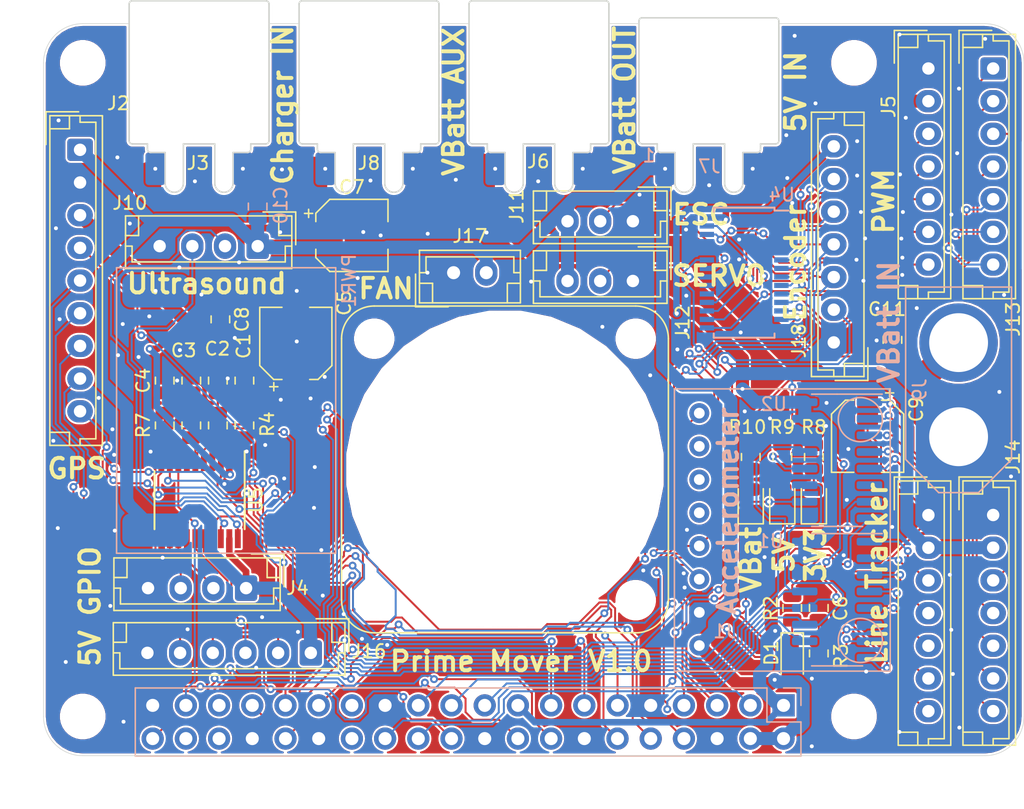
<source format=kicad_pcb>
(kicad_pcb (version 20171130) (host pcbnew "(5.1.4)-1")
  (layers (0 F.Cu signal) (31 B.Cu signal) (34 B.Paste user) (35 F.Paste user) (36 B.SilkS user) (37 F.SilkS user) (38 B.Mask user) (39 F.Mask user) (44 Edge.Cuts user))
  (net 0 "")
  (net 1 GND)
  (net 2 /MCP3008/ADC1_CH6)
  (net 3 /MCP3008/ADC1_CH5)
  (net 4 /MCP3008/ADC0_CH7)
  (net 5 /MCP3008/ADC0_CH6)
  (net 6 VBAT_Read)
  (net 7 "/Accelerometer MPU6050/AD0")
  (net 8 "/Accelerometer MPU6050/XCL")
  (net 9 "/Accelerometer MPU6050/XDA")
  (net 10 I2C_SDA)
  (net 11 I2C_SCL)
  (net 12 +5V)
  (net 13 GPS_RST)
  (net 14 GPS_RX)
  (net 15 GPS_TX)
  (net 16 GPS_RI)
  (net 17 GPS_PWR)
  (net 18 GPS_DTR)
  (net 19 +3V3)
  (net 20 GPIO1)
  (net 21 GPIO0)
  (net 22 B7)
  (net 23 B8)
  (net 24 /PWM_PCA9685/P0)
  (net 25 /PWM_PCA9685/P1)
  (net 26 /PWM_PCA9685/P2)
  (net 27 /PWM_PCA9685/P3)
  (net 28 /PWM_PCA9685/P4)
  (net 29 /PWM_PCA9685/P5)
  (net 30 +BATT)
  (net 31 ECHO_5V)
  (net 32 TRIG_5V)
  (net 33 PWM_ESC)
  (net 34 PWM_Servo)
  (net 35 /PWM_PCA9685/P6)
  (net 36 /PWM_PCA9685/P7)
  (net 37 /PWM_PCA9685/P8)
  (net 38 /PWM_PCA9685/P9)
  (net 39 /PWM_PCA9685/P10)
  (net 40 /PWM_PCA9685/P11)
  (net 41 /PWM_PCA9685/P12)
  (net 42 "Net-(J14-Pad7)")
  (net 43 "Net-(J14-Pad6)")
  (net 44 "Net-(J14-Pad5)")
  (net 45 "Net-(J14-Pad4)")
  (net 46 "Net-(J14-Pad3)")
  (net 47 "Net-(J15-Pad7)")
  (net 48 "Net-(J15-Pad6)")
  (net 49 "Net-(J15-Pad5)")
  (net 50 "Net-(J15-Pad4)")
  (net 51 "Net-(J15-Pad3)")
  (net 52 ENC_OUT)
  (net 53 DIR)
  (net 54 PGO)
  (net 55 A7)
  (net 56 LVL_OE)
  (net 57 SPI_CS_ADC0)
  (net 58 SPI_CS_ADC1)
  (net 59 SPI_CLK)
  (net 60 SPI_MISO)
  (net 61 SPI_MOSI)
  (net 62 A8)
  (net 63 TRIG_3V3)
  (net 64 ECHO_3V3)
  (net 65 PWM_~OE)
  (net 66 CH1_A)
  (net 67 CH2_A)
  (net 68 CH3_A)
  (net 69 CH4_A)
  (net 70 PWM_Fan)
  (net 71 "Net-(D2-Pad2)")
  (net 72 "Net-(D3-Pad2)")
  (net 73 "Net-(D4-Pad2)")
  (net 74 GPIO21)
  (net 75 GPIO20)
  (net 76 GPIO19)
  (net 77 GPIO16)
  (net 78 "/Level Shift TXB0108/B6")
  (net 79 "/Level Shift TXB0108/B5")
  (net 80 "/Level Shift TXB0108/B4")
  (net 81 "/Level Shift TXB0108/B3")
  (net 82 /MCP3008/ADC0_CH5)
  (module RascalHat:XT30U-M-Horizontal (layer F.Cu) (at 24.9 9.2 180)
    (fp_text reference J8 (at 0.008 -1.468) (layer F.SilkS))
    (fp_text value Conn_01x02_Male)
    (fp_line (start -1.2 0) (end 1.2 0) (layer Edge.Cuts) (width 0.12))
    (fp_line (start 1.2 -3) (end 1.2 0) (layer Edge.Cuts) (width 0.12))
    (fp_arc (start 1.9 -3) (end 1.2 -3) (angle 180) (layer Edge.Cuts) (width 0.12))
    (fp_line (start 2.6 -0.66) (end 2.6 -3) (layer Edge.Cuts) (width 0.12))
    (fp_line (start 3.7 -0.66) (end 2.6 -0.66) (layer Edge.Cuts) (width 0.12))
    (fp_line (start 3.95 0) (end 3.95 -0.41) (layer Edge.Cuts) (width 0.12))
    (fp_arc (start 3.7 -0.41) (end 3.7 -0.66) (angle 90) (layer Edge.Cuts) (width 0.12))
    (fp_line (start -1.2 -3) (end -1.2 0) (layer Edge.Cuts) (width 0.12))
    (fp_arc (start -1.9 -3) (end -1.2 -3) (angle -180) (layer Edge.Cuts) (width 0.12))
    (fp_line (start -2.6 -0.66) (end -2.6 -3) (layer Edge.Cuts) (width 0.12))
    (fp_line (start -3.7 -0.66) (end -2.6 -0.66) (layer Edge.Cuts) (width 0.12))
    (fp_arc (start -3.7 -0.41) (end -3.7 -0.66) (angle -90) (layer Edge.Cuts) (width 0.12))
    (fp_line (start -3.95 0) (end -3.95 -0.41) (layer Edge.Cuts) (width 0.12))
    (fp_line (start 3.95 0) (end 5.1 0) (layer Edge.Cuts) (width 0.12))
    (fp_line (start -5.1 0) (end -3.95 0) (layer Edge.Cuts) (width 0.12))
    (fp_arc (start -5.1 0.25) (end -5.1 0) (angle -90) (layer Edge.Cuts) (width 0.12))
    (fp_arc (start 5.1 0.25) (end 5.35 0.25) (angle -90) (layer Edge.Cuts) (width 0.12))
    (fp_arc (start 5.1 10.7) (end 5.1 10.95) (angle -90) (layer Edge.Cuts) (width 0.12))
    (fp_arc (start -5.1 10.7) (end -5.35 10.7) (angle -90) (layer Edge.Cuts) (width 0.12))
    (fp_line (start -5.1 10.95) (end 5.1 10.95) (layer Edge.Cuts) (width 0.12))
    (fp_line (start 5.35 0.25) (end 5.35 10.7) (layer Edge.Cuts) (width 0.12))
    (fp_line (start -5.35 10.7) (end -5.35 0.25) (layer Edge.Cuts) (width 0.12))
    (pad 2 smd roundrect (at 3.35 -1.9 180) (size 1.5 2.5) (layers B.Cu B.Paste B.Mask) (roundrect_rratio 0.167) (net 30 +BATT))
    (pad 1 smd roundrect (at -3.35 -1.9) (size 1.5 2.5) (layers B.Cu B.Paste B.Mask) (roundrect_rratio 0.167) (net 1 GND))
    (pad 2 smd roundrect (at 3.35 -1.9 180) (size 1.5 2.5) (layers F.Cu F.Paste F.Mask) (roundrect_rratio 0.167) (net 30 +BATT))
    (pad 1 smd roundrect (at -3.35 -1.9 180) (size 1.5 2.5) (layers F.Cu F.Paste F.Mask) (roundrect_rratio 0.167) (net 1 GND))
  )
  (module Capacitor_SMD:C_0805_2012Metric (layer F.Cu) (at 64.94 24.19 90)
    (fp_text reference C11 (at 2.35 -0.41 180) (layer F.SilkS))
    (fp_text value 0.1uF)
    (pad 2 smd roundrect (at 0.9375 0 90) (size 0.975 1.4) (layers F.Cu F.Paste F.Mask) (net 1 GND))
    (pad 1 smd roundrect (at -0.9375 0 90) (size 0.975 1.4) (layers F.Cu F.Paste F.Mask) (net 30 +BATT))
  )
  (module Capacitor_SMD:C_0805_2012Metric (layer B.Cu) (at 16.38 13.99 90)
    (fp_text reference C10 (at 0.09 1.76 90) (layer B.SilkS) (effects (justify mirror)))
    (fp_text value 0.1uF)
    (pad 2 smd roundrect (at 0.9375 0 90) (size 0.975 1.4) (layers B.Cu B.Paste B.Mask) (net 1 GND))
    (pad 1 smd roundrect (at -0.9375 0 90) (size 0.975 1.4) (layers B.Cu B.Paste B.Mask) (net 12 +5V))
  )
  (module Capacitor_SMD:CP_Elec_5x5.3 (layer F.Cu) (at 63.04 31.56 270)
    (fp_text reference C9 (at -2.05 -3.72 90) (layer F.SilkS))
    (fp_text value "27uF 16V")
    (pad 2 smd roundrect (at 2.2 0 270) (size 3 1.6) (layers F.Cu F.Paste F.Mask) (roundrect_rratio 0.15625) (net 1 GND))
    (pad 1 smd roundrect (at -2.2 0 270) (size 3 1.6) (layers F.Cu F.Paste F.Mask) (roundrect_rratio 0.15625) (net 30 +BATT))
  )
  (module Capacitor_SMD:C_0805_2012Metric (layer F.Cu) (at 13.53 22.62 270)
    (fp_text reference C8 (at 0 -1.65 270) (layer F.SilkS))
    (fp_text value 0.1uF)
    (pad 2 smd roundrect (at 0.9375 0 270) (size 0.975 1.4) (layers F.Cu F.Paste F.Mask) (net 1 GND))
    (pad 1 smd roundrect (at -0.9375 0 270) (size 0.975 1.4) (layers F.Cu F.Paste F.Mask) (net 19 +3V3))
  )
  (module Capacitor_SMD:CP_Elec_5x5.3 (layer F.Cu) (at 23.59 16.2)
    (fp_text reference C7 (at 0 -3.7) (layer F.SilkS))
    (fp_text value "27uF 16V")
    (pad 2 smd roundrect (at 2.2 0) (size 3 1.6) (layers F.Cu F.Paste F.Mask) (roundrect_rratio 0.15625) (net 1 GND))
    (pad 1 smd roundrect (at -2.2 0) (size 3 1.6) (layers F.Cu F.Paste F.Mask) (roundrect_rratio 0.15625) (net 12 +5V))
  )
  (module Capacitor_SMD:CP_Elec_5x5.3 (layer F.Cu) (at 19.3 24.46 90)
    (fp_text reference C5 (at 3.09 3.7 90) (layer F.SilkS))
    (fp_text value "27uF 16V")
    (pad 2 smd roundrect (at 2.2 0 90) (size 3 1.6) (layers F.Cu F.Paste F.Mask) (roundrect_rratio 0.15625) (net 1 GND))
    (pad 1 smd roundrect (at -2.2 0 90) (size 3 1.6) (layers F.Cu F.Paste F.Mask) (roundrect_rratio 0.15625) (net 19 +3V3))
  )
  (module Connector_PinSocket_2.54mm:PinSocket_2x20_P2.54mm_Vertical (layer B.Cu) (at 56.61 52.15 90)
    (fp_text reference R1 hide)
    (fp_text value Raspberry_Pi_2_3)
    (pad 40 thru_hole oval (at -2.54 -48.26 90) (size 1.7 1.7) (drill 1) (layers *.Cu *.Mask) (net 74 GPIO21))
    (pad 39 thru_hole oval (at 0 -48.26 90) (size 1.7 1.7) (drill 1) (layers *.Cu *.Mask) (net 1 GND))
    (pad 38 thru_hole oval (at -2.54 -45.72 90) (size 1.7 1.7) (drill 1) (layers *.Cu *.Mask) (net 75 GPIO20))
    (pad 37 thru_hole oval (at 0 -45.72 90) (size 1.7 1.7) (drill 1) (layers *.Cu *.Mask) (net 55 A7))
    (pad 36 thru_hole oval (at -2.54 -43.18 90) (size 1.7 1.7) (drill 1) (layers *.Cu *.Mask) (net 77 GPIO16))
    (pad 35 thru_hole oval (at 0 -43.18 90) (size 1.7 1.7) (drill 1) (layers *.Cu *.Mask) (net 76 GPIO19))
    (pad 34 thru_hole oval (at -2.54 -40.64 90) (size 1.7 1.7) (drill 1) (layers *.Cu *.Mask) (net 1 GND))
    (pad 33 thru_hole oval (at 0 -40.64 90) (size 1.7 1.7) (drill 1) (layers *.Cu *.Mask) (net 54 PGO))
    (pad 32 thru_hole oval (at -2.54 -38.1 90) (size 1.7 1.7) (drill 1) (layers *.Cu *.Mask) (net 53 DIR))
    (pad 31 thru_hole oval (at 0 -38.1 90) (size 1.7 1.7) (drill 1) (layers *.Cu *.Mask) (net 56 LVL_OE))
    (pad 30 thru_hole oval (at -2.54 -35.56 90) (size 1.7 1.7) (drill 1) (layers *.Cu *.Mask) (net 1 GND))
    (pad 29 thru_hole oval (at 0 -35.56 90) (size 1.7 1.7) (drill 1) (layers *.Cu *.Mask) (net 52 ENC_OUT))
    (pad 28 thru_hole oval (at -2.54 -33.02 90) (size 1.7 1.7) (drill 1) (layers *.Cu *.Mask) (net 20 GPIO1))
    (pad 27 thru_hole oval (at 0 -33.02 90) (size 1.7 1.7) (drill 1) (layers *.Cu *.Mask) (net 21 GPIO0))
    (pad 26 thru_hole oval (at -2.54 -30.48 90) (size 1.7 1.7) (drill 1) (layers *.Cu *.Mask) (net 57 SPI_CS_ADC0))
    (pad 25 thru_hole oval (at 0 -30.48 90) (size 1.7 1.7) (drill 1) (layers *.Cu *.Mask) (net 1 GND))
    (pad 24 thru_hole oval (at -2.54 -27.94 90) (size 1.7 1.7) (drill 1) (layers *.Cu *.Mask) (net 58 SPI_CS_ADC1))
    (pad 23 thru_hole oval (at 0 -27.94 90) (size 1.7 1.7) (drill 1) (layers *.Cu *.Mask) (net 59 SPI_CLK))
    (pad 22 thru_hole oval (at -2.54 -25.4 90) (size 1.7 1.7) (drill 1) (layers *.Cu *.Mask) (net 13 GPS_RST))
    (pad 21 thru_hole oval (at 0 -25.4 90) (size 1.7 1.7) (drill 1) (layers *.Cu *.Mask) (net 60 SPI_MISO))
    (pad 20 thru_hole oval (at -2.54 -22.86 90) (size 1.7 1.7) (drill 1) (layers *.Cu *.Mask) (net 1 GND))
    (pad 19 thru_hole oval (at 0 -22.86 90) (size 1.7 1.7) (drill 1) (layers *.Cu *.Mask) (net 61 SPI_MOSI))
    (pad 18 thru_hole oval (at -2.54 -20.32 90) (size 1.7 1.7) (drill 1) (layers *.Cu *.Mask) (net 16 GPS_RI))
    (pad 17 thru_hole oval (at 0 -20.32 90) (size 1.7 1.7) (drill 1) (layers *.Cu *.Mask) (net 19 +3V3))
    (pad 16 thru_hole oval (at -2.54 -17.78 90) (size 1.7 1.7) (drill 1) (layers *.Cu *.Mask) (net 17 GPS_PWR))
    (pad 15 thru_hole oval (at 0 -17.78 90) (size 1.7 1.7) (drill 1) (layers *.Cu *.Mask) (net 18 GPS_DTR))
    (pad 14 thru_hole oval (at -2.54 -15.24 90) (size 1.7 1.7) (drill 1) (layers *.Cu *.Mask) (net 1 GND))
    (pad 13 thru_hole oval (at 0 -15.24 90) (size 1.7 1.7) (drill 1) (layers *.Cu *.Mask) (net 62 A8))
    (pad 12 thru_hole oval (at -2.54 -12.7 90) (size 1.7 1.7) (drill 1) (layers *.Cu *.Mask) (net 63 TRIG_3V3))
    (pad 11 thru_hole oval (at 0 -12.7 90) (size 1.7 1.7) (drill 1) (layers *.Cu *.Mask) (net 64 ECHO_3V3))
    (pad 10 thru_hole oval (at -2.54 -10.16 90) (size 1.7 1.7) (drill 1) (layers *.Cu *.Mask) (net 15 GPS_TX))
    (pad 9 thru_hole oval (at 0 -10.16 90) (size 1.7 1.7) (drill 1) (layers *.Cu *.Mask) (net 1 GND))
    (pad 8 thru_hole oval (at -2.54 -7.62 90) (size 1.7 1.7) (drill 1) (layers *.Cu *.Mask) (net 14 GPS_RX))
    (pad 7 thru_hole oval (at 0 -7.62 90) (size 1.7 1.7) (drill 1) (layers *.Cu *.Mask) (net 65 PWM_~OE))
    (pad 6 thru_hole oval (at -2.54 -5.08 90) (size 1.7 1.7) (drill 1) (layers *.Cu *.Mask) (net 1 GND))
    (pad 5 thru_hole oval (at 0 -5.08 90) (size 1.7 1.7) (drill 1) (layers *.Cu *.Mask) (net 11 I2C_SCL))
    (pad 4 thru_hole oval (at -2.54 -2.54 90) (size 1.7 1.7) (drill 1) (layers *.Cu *.Mask) (net 12 +5V))
    (pad 3 thru_hole oval (at 0 -2.54 90) (size 1.7 1.7) (drill 1) (layers *.Cu *.Mask) (net 10 I2C_SDA))
    (pad 2 thru_hole oval (at -2.54 0 90) (size 1.7 1.7) (drill 1) (layers *.Cu *.Mask) (net 12 +5V))
    (pad 1 thru_hole rect (at 0 0 90) (size 1.7 1.7) (drill 1) (layers *.Cu *.Mask) (net 19 +3V3))
  )
  (module RascalHat:XT30U-M-Horizontal (layer F.Cu) (at 11.9 9.2 180)
    (fp_text reference J3 (at 0.089 -1.468) (layer F.SilkS))
    (fp_text value Conn_01x02_Male)
    (fp_line (start -1.2 0) (end 1.2 0) (layer Edge.Cuts) (width 0.12))
    (fp_line (start 1.2 -3) (end 1.2 0) (layer Edge.Cuts) (width 0.12))
    (fp_arc (start 1.9 -3) (end 1.2 -3) (angle 180) (layer Edge.Cuts) (width 0.12))
    (fp_line (start 2.6 -0.66) (end 2.6 -3) (layer Edge.Cuts) (width 0.12))
    (fp_line (start 3.7 -0.66) (end 2.6 -0.66) (layer Edge.Cuts) (width 0.12))
    (fp_line (start 3.95 0) (end 3.95 -0.41) (layer Edge.Cuts) (width 0.12))
    (fp_arc (start 3.7 -0.41) (end 3.7 -0.66) (angle 90) (layer Edge.Cuts) (width 0.12))
    (fp_line (start -1.2 -3) (end -1.2 0) (layer Edge.Cuts) (width 0.12))
    (fp_arc (start -1.9 -3) (end -1.2 -3) (angle -180) (layer Edge.Cuts) (width 0.12))
    (fp_line (start -2.6 -0.66) (end -2.6 -3) (layer Edge.Cuts) (width 0.12))
    (fp_line (start -3.7 -0.66) (end -2.6 -0.66) (layer Edge.Cuts) (width 0.12))
    (fp_arc (start -3.7 -0.41) (end -3.7 -0.66) (angle -90) (layer Edge.Cuts) (width 0.12))
    (fp_line (start -3.95 0) (end -3.95 -0.41) (layer Edge.Cuts) (width 0.12))
    (fp_line (start 3.95 0) (end 5.1 0) (layer Edge.Cuts) (width 0.12))
    (fp_line (start -5.1 0) (end -3.95 0) (layer Edge.Cuts) (width 0.12))
    (fp_arc (start -5.1 0.25) (end -5.1 0) (angle -90) (layer Edge.Cuts) (width 0.12))
    (fp_arc (start 5.1 0.25) (end 5.35 0.25) (angle -90) (layer Edge.Cuts) (width 0.12))
    (fp_arc (start 5.1 10.7) (end 5.1 10.95) (angle -90) (layer Edge.Cuts) (width 0.12))
    (fp_arc (start -5.1 10.7) (end -5.35 10.7) (angle -90) (layer Edge.Cuts) (width 0.12))
    (fp_line (start -5.1 10.95) (end 5.1 10.95) (layer Edge.Cuts) (width 0.12))
    (fp_line (start 5.35 0.25) (end 5.35 10.7) (layer Edge.Cuts) (width 0.12))
    (fp_line (start -5.35 10.7) (end -5.35 0.25) (layer Edge.Cuts) (width 0.12))
    (pad 2 smd roundrect (at 3.35 -1.9 180) (size 1.5 2.5) (layers B.Cu B.Paste B.Mask) (roundrect_rratio 0.167) (net 30 +BATT))
    (pad 1 smd roundrect (at -3.35 -1.9) (size 1.5 2.5) (layers B.Cu B.Paste B.Mask) (roundrect_rratio 0.167) (net 1 GND))
    (pad 2 smd roundrect (at 3.35 -1.9 180) (size 1.5 2.5) (layers F.Cu F.Paste F.Mask) (roundrect_rratio 0.167) (net 30 +BATT))
    (pad 1 smd roundrect (at -3.35 -1.9 180) (size 1.5 2.5) (layers F.Cu F.Paste F.Mask) (roundrect_rratio 0.167) (net 1 GND))
  )
  (module Connector_JST:JST_EH_B9B-EH-A_1x09_P2.50mm_Vertical (layer F.Cu) (at 2.794 9.652 270)
    (fp_text reference J2 (at -3.556 -2.921 180) (layer F.SilkS))
    (fp_text value Conn_01x09_Male)
    (pad 9 thru_hole oval (at 20 0 270) (size 1.7 1.95) (drill 0.95) (layers *.Cu *.Mask) (net 13 GPS_RST))
    (pad 8 thru_hole oval (at 17.5 0 270) (size 1.7 1.95) (drill 0.95) (layers *.Cu *.Mask) (net 14 GPS_RX))
    (pad 7 thru_hole oval (at 15 0 270) (size 1.7 1.95) (drill 0.95) (layers *.Cu *.Mask) (net 15 GPS_TX))
    (pad 6 thru_hole oval (at 12.5 0 270) (size 1.7 1.95) (drill 0.95) (layers *.Cu *.Mask) (net 16 GPS_RI))
    (pad 5 thru_hole oval (at 10 0 270) (size 1.7 1.95) (drill 0.95) (layers *.Cu *.Mask) (net 17 GPS_PWR))
    (pad 4 thru_hole oval (at 7.5 0 270) (size 1.7 1.95) (drill 0.95) (layers *.Cu *.Mask) (net 18 GPS_DTR))
    (pad 3 thru_hole oval (at 5 0 270) (size 1.7 1.95) (drill 0.95) (layers *.Cu *.Mask) (net 19 +3V3))
    (pad 2 thru_hole oval (at 2.5 0 270) (size 1.7 1.95) (drill 0.95) (layers *.Cu *.Mask) (net 1 GND))
    (pad 1 thru_hole roundrect (at 0 0 270) (size 1.7 1.95) (drill 0.95) (layers *.Cu *.Mask) (roundrect_rratio 0.147059) (net 12 +5V))
  )
  (module RascalHat:MPU-6050-Module (layer B.Cu) (at 50.165 47.625)
    (fp_text reference J1 (at 1.925 -1.135) (layer B.SilkS) (effects (justify mirror)))
    (fp_text value Conn_01x08_Male)
    (pad 8 thru_hole circle (at 0 -17.83) (size 1.524 1.524) (drill 0.825) (layers *.Cu *.Mask) (net 74 GPIO21))
    (pad 7 thru_hole circle (at 0 -15.29) (size 1.524 1.524) (drill 0.825) (layers *.Cu *.Mask) (net 7 "/Accelerometer MPU6050/AD0"))
    (pad 6 thru_hole circle (at 0 -12.75) (size 1.524 1.524) (drill 0.825) (layers *.Cu *.Mask) (net 8 "/Accelerometer MPU6050/XCL"))
    (pad 5 thru_hole circle (at 0 -10.21) (size 1.524 1.524) (drill 0.825) (layers *.Cu *.Mask) (net 9 "/Accelerometer MPU6050/XDA"))
    (pad 4 thru_hole circle (at 0 -7.67) (size 1.524 1.524) (drill 0.825) (layers *.Cu *.Mask) (net 10 I2C_SDA))
    (pad 3 thru_hole circle (at 0 -5.13) (size 1.524 1.524) (drill 0.825) (layers *.Cu *.Mask) (net 11 I2C_SCL))
    (pad 2 thru_hole circle (at 0 -2.59) (size 1.524 1.524) (drill 0.825) (layers *.Cu *.Mask) (net 1 GND))
    (pad 1 thru_hole circle (at 0 -0.05) (size 1.524 1.524) (drill 0.825) (layers *.Cu *.Mask) (net 12 +5V))
  )
  (module Package_SO:TSSOP-20_4.4x6.5mm_P0.65mm (layer F.Cu) (at 11.938 36.449 270)
    (fp_text reference U5 (at 0 -4.3 90) (layer F.SilkS))
    (fp_text value TXB0108PWR)
    (pad 20 smd rect (at 2.95 -2.925 270) (size 1.45 0.45) (layers F.Cu F.Paste F.Mask) (net 31 ECHO_5V))
    (pad 19 smd rect (at 2.95 -2.275 270) (size 1.45 0.45) (layers F.Cu F.Paste F.Mask) (net 12 +5V))
    (pad 18 smd rect (at 2.95 -1.625 270) (size 1.45 0.45) (layers F.Cu F.Paste F.Mask) (net 32 TRIG_5V))
    (pad 17 smd rect (at 2.95 -0.975 270) (size 1.45 0.45) (layers F.Cu F.Paste F.Mask) (net 81 "/Level Shift TXB0108/B3"))
    (pad 16 smd rect (at 2.95 -0.325 270) (size 1.45 0.45) (layers F.Cu F.Paste F.Mask) (net 80 "/Level Shift TXB0108/B4"))
    (pad 15 smd rect (at 2.95 0.325 270) (size 1.45 0.45) (layers F.Cu F.Paste F.Mask) (net 79 "/Level Shift TXB0108/B5"))
    (pad 14 smd rect (at 2.95 0.975 270) (size 1.45 0.45) (layers F.Cu F.Paste F.Mask) (net 78 "/Level Shift TXB0108/B6"))
    (pad 13 smd rect (at 2.95 1.625 270) (size 1.45 0.45) (layers F.Cu F.Paste F.Mask) (net 22 B7))
    (pad 12 smd rect (at 2.95 2.275 270) (size 1.45 0.45) (layers F.Cu F.Paste F.Mask) (net 23 B8))
    (pad 11 smd rect (at 2.95 2.925 270) (size 1.45 0.45) (layers F.Cu F.Paste F.Mask) (net 1 GND))
    (pad 10 smd rect (at -2.95 2.925 270) (size 1.45 0.45) (layers F.Cu F.Paste F.Mask) (net 56 LVL_OE))
    (pad 9 smd rect (at -2.95 2.275 270) (size 1.45 0.45) (layers F.Cu F.Paste F.Mask) (net 62 A8))
    (pad 8 smd rect (at -2.95 1.625 270) (size 1.45 0.45) (layers F.Cu F.Paste F.Mask) (net 55 A7))
    (pad 7 smd rect (at -2.95 0.975 270) (size 1.45 0.45) (layers F.Cu F.Paste F.Mask) (net 69 CH4_A))
    (pad 6 smd rect (at -2.95 0.325 270) (size 1.45 0.45) (layers F.Cu F.Paste F.Mask) (net 68 CH3_A))
    (pad 5 smd rect (at -2.95 -0.325 270) (size 1.45 0.45) (layers F.Cu F.Paste F.Mask) (net 67 CH2_A))
    (pad 4 smd rect (at -2.95 -0.975 270) (size 1.45 0.45) (layers F.Cu F.Paste F.Mask) (net 66 CH1_A))
    (pad 3 smd rect (at -2.95 -1.625 270) (size 1.45 0.45) (layers F.Cu F.Paste F.Mask) (net 63 TRIG_3V3))
    (pad 2 smd rect (at -2.95 -2.275 270) (size 1.45 0.45) (layers F.Cu F.Paste F.Mask) (net 19 +3V3))
    (pad 1 smd rect (at -2.95 -2.925 270) (size 1.45 0.45) (layers F.Cu F.Paste F.Mask) (net 64 ECHO_3V3))
  )
  (module Package_SO:SOIC-16_3.9x9.9mm_P1.27mm (layer B.Cu) (at 60.706 33.401 180)
    (fp_text reference U2 (at 4.836 4.291) (layer B.SilkS) (effects (justify mirror)))
    (fp_text value MCP3008-I_P)
    (pad 16 smd roundrect (at 2.475 4.445 180) (size 1.95 0.6) (layers B.Cu B.Paste B.Mask) (net 19 +3V3))
    (pad 15 smd roundrect (at 2.475 3.175 180) (size 1.95 0.6) (layers B.Cu B.Paste B.Mask) (net 19 +3V3))
    (pad 14 smd roundrect (at 2.475 1.905 180) (size 1.95 0.6) (layers B.Cu B.Paste B.Mask) (net 1 GND))
    (pad 13 smd roundrect (at 2.475 0.635 180) (size 1.95 0.6) (layers B.Cu B.Paste B.Mask) (net 59 SPI_CLK))
    (pad 12 smd roundrect (at 2.475 -0.635 180) (size 1.95 0.6) (layers B.Cu B.Paste B.Mask) (net 60 SPI_MISO))
    (pad 11 smd roundrect (at 2.475 -1.905 180) (size 1.95 0.6) (layers B.Cu B.Paste B.Mask) (net 61 SPI_MOSI))
    (pad 10 smd roundrect (at 2.475 -3.175 180) (size 1.95 0.6) (layers B.Cu B.Paste B.Mask) (net 57 SPI_CS_ADC0))
    (pad 9 smd roundrect (at 2.475 -4.445 180) (size 1.95 0.6) (layers B.Cu B.Paste B.Mask) (net 1 GND))
    (pad 8 smd roundrect (at -2.475 -4.445 180) (size 1.95 0.6) (layers B.Cu B.Paste B.Mask) (net 4 /MCP3008/ADC0_CH7))
    (pad 7 smd roundrect (at -2.475 -3.175 180) (size 1.95 0.6) (layers B.Cu B.Paste B.Mask) (net 5 /MCP3008/ADC0_CH6))
    (pad 6 smd roundrect (at -2.475 -1.905 180) (size 1.95 0.6) (layers B.Cu B.Paste B.Mask) (net 82 /MCP3008/ADC0_CH5))
    (pad 5 smd roundrect (at -2.475 -0.635 180) (size 1.95 0.6) (layers B.Cu B.Paste B.Mask) (net 42 "Net-(J14-Pad7)"))
    (pad 4 smd roundrect (at -2.475 0.635 180) (size 1.95 0.6) (layers B.Cu B.Paste B.Mask) (net 43 "Net-(J14-Pad6)"))
    (pad 3 smd roundrect (at -2.475 1.905 180) (size 1.95 0.6) (layers B.Cu B.Paste B.Mask) (net 44 "Net-(J14-Pad5)"))
    (pad 2 smd roundrect (at -2.475 3.175 180) (size 1.95 0.6) (layers B.Cu B.Paste B.Mask) (net 45 "Net-(J14-Pad4)"))
    (pad 1 smd roundrect (at -2.475 4.445 180) (size 1.95 0.6) (layers B.Cu B.Paste B.Mask) (net 46 "Net-(J14-Pad3)"))
  )
  (module Package_SO:SOIC-16_3.9x9.9mm_P1.27mm (layer B.Cu) (at 60.706 44.069 180)
    (fp_text reference U1 (at 5.096 4.479) (layer B.SilkS) (effects (justify mirror)))
    (fp_text value MCP3008-I_P)
    (pad 16 smd roundrect (at 2.475 4.445 180) (size 1.95 0.6) (layers B.Cu B.Paste B.Mask) (net 19 +3V3))
    (pad 15 smd roundrect (at 2.475 3.175 180) (size 1.95 0.6) (layers B.Cu B.Paste B.Mask) (net 19 +3V3))
    (pad 14 smd roundrect (at 2.475 1.905 180) (size 1.95 0.6) (layers B.Cu B.Paste B.Mask) (net 1 GND))
    (pad 13 smd roundrect (at 2.475 0.635 180) (size 1.95 0.6) (layers B.Cu B.Paste B.Mask) (net 59 SPI_CLK))
    (pad 12 smd roundrect (at 2.475 -0.635 180) (size 1.95 0.6) (layers B.Cu B.Paste B.Mask) (net 60 SPI_MISO))
    (pad 11 smd roundrect (at 2.475 -1.905 180) (size 1.95 0.6) (layers B.Cu B.Paste B.Mask) (net 61 SPI_MOSI))
    (pad 10 smd roundrect (at 2.475 -3.175 180) (size 1.95 0.6) (layers B.Cu B.Paste B.Mask) (net 58 SPI_CS_ADC1))
    (pad 9 smd roundrect (at 2.475 -4.445 180) (size 1.95 0.6) (layers B.Cu B.Paste B.Mask) (net 1 GND))
    (pad 8 smd roundrect (at -2.475 -4.445 180) (size 1.95 0.6) (layers B.Cu B.Paste B.Mask) (net 6 VBAT_Read))
    (pad 7 smd roundrect (at -2.475 -3.175 180) (size 1.95 0.6) (layers B.Cu B.Paste B.Mask) (net 2 /MCP3008/ADC1_CH6))
    (pad 6 smd roundrect (at -2.475 -1.905 180) (size 1.95 0.6) (layers B.Cu B.Paste B.Mask) (net 3 /MCP3008/ADC1_CH5))
    (pad 5 smd roundrect (at -2.475 -0.635 180) (size 1.95 0.6) (layers B.Cu B.Paste B.Mask) (net 47 "Net-(J15-Pad7)"))
    (pad 4 smd roundrect (at -2.475 0.635 180) (size 1.95 0.6) (layers B.Cu B.Paste B.Mask) (net 48 "Net-(J15-Pad6)"))
    (pad 3 smd roundrect (at -2.475 1.905 180) (size 1.95 0.6) (layers B.Cu B.Paste B.Mask) (net 49 "Net-(J15-Pad5)"))
    (pad 2 smd roundrect (at -2.475 3.175 180) (size 1.95 0.6) (layers B.Cu B.Paste B.Mask) (net 50 "Net-(J15-Pad4)"))
    (pad 1 smd roundrect (at -2.475 4.445 180) (size 1.95 0.6) (layers B.Cu B.Paste B.Mask) (net 51 "Net-(J15-Pad3)"))
  )
  (module Resistor_SMD:R_0805_2012Metric (layer F.Cu) (at 54.102 33.147 270)
    (fp_text reference R10 (at -2.286 0.254 180) (layer F.SilkS))
    (fp_text value 3k3)
    (pad 1 smd roundrect (at -0.9375 0 270) (size 0.975 1.4) (layers F.Cu F.Paste F.Mask) (net 30 +BATT))
    (pad 2 smd roundrect (at 0.9375 0 270) (size 0.975 1.4) (layers F.Cu F.Paste F.Mask) (net 73 "Net-(D4-Pad2)"))
  )
  (module Resistor_SMD:R_0805_2012Metric (layer F.Cu) (at 56.515 33.147 270)
    (fp_text reference R9 (at -2.286 0 180) (layer F.SilkS))
    (fp_text value 2k2)
    (pad 1 smd roundrect (at -0.9375 0 270) (size 0.975 1.4) (layers F.Cu F.Paste F.Mask) (net 12 +5V))
    (pad 2 smd roundrect (at 0.9375 0 270) (size 0.975 1.4) (layers F.Cu F.Paste F.Mask) (net 72 "Net-(D3-Pad2)"))
  )
  (module Resistor_SMD:R_0805_2012Metric (layer F.Cu) (at 58.928 33.147 270)
    (fp_text reference R8 (at -2.286 0 180) (layer F.SilkS))
    (fp_text value 470)
    (pad 1 smd roundrect (at -0.9375 0 270) (size 0.975 1.4) (layers F.Cu F.Paste F.Mask) (net 19 +3V3))
    (pad 2 smd roundrect (at 0.9375 0 270) (size 0.975 1.4) (layers F.Cu F.Paste F.Mask) (net 71 "Net-(D2-Pad2)"))
  )
  (module RascalHat:XT30U-F-Horizontal (layer B.Cu) (at 50.9 9.2)
    (fp_text reference J7 (at 0.027 1.722) (layer B.SilkS) (effects (justify mirror)))
    (fp_text value Conn_01x02_Female)
    (fp_text user 1 (at -4.6 0.9) (layer B.SilkS) (effects (justify mirror)))
    (fp_line (start -1.2 0) (end 1.2 0) (layer Edge.Cuts) (width 0.12))
    (fp_line (start 1.2 3) (end 1.2 0) (layer Edge.Cuts) (width 0.12))
    (fp_arc (start 1.9 3) (end 1.2 3) (angle -180) (layer Edge.Cuts) (width 0.12))
    (fp_line (start 2.6 0.66) (end 2.6 3) (layer Edge.Cuts) (width 0.12))
    (fp_line (start 3.7 0.66) (end 2.6 0.66) (layer Edge.Cuts) (width 0.12))
    (fp_line (start 3.95 0) (end 3.95 0.41) (layer Edge.Cuts) (width 0.12))
    (fp_arc (start 3.7 0.41) (end 3.7 0.66) (angle -90) (layer Edge.Cuts) (width 0.12))
    (fp_line (start -1.2 3) (end -1.2 0) (layer Edge.Cuts) (width 0.12))
    (fp_arc (start -1.9 3) (end -1.2 3) (angle 180) (layer Edge.Cuts) (width 0.12))
    (fp_line (start -2.6 0.66) (end -2.6 3) (layer Edge.Cuts) (width 0.12))
    (fp_line (start -3.7 0.66) (end -2.6 0.66) (layer Edge.Cuts) (width 0.12))
    (fp_arc (start -3.7 0.41) (end -3.7 0.66) (angle 90) (layer Edge.Cuts) (width 0.12))
    (fp_line (start -3.95 0) (end -3.95 0.41) (layer Edge.Cuts) (width 0.12))
    (fp_line (start 3.95 0) (end 5.1 0) (layer Edge.Cuts) (width 0.12))
    (fp_line (start -5.1 0) (end -3.95 0) (layer Edge.Cuts) (width 0.12))
    (fp_arc (start -5.1 -0.25) (end -5.1 0) (angle 90) (layer Edge.Cuts) (width 0.12))
    (fp_arc (start 5.1 -0.25) (end 5.35 -0.25) (angle 90) (layer Edge.Cuts) (width 0.12))
    (fp_arc (start 5.1 -9.4) (end 5.1 -9.65) (angle 90) (layer Edge.Cuts) (width 0.12))
    (fp_arc (start -5.1 -9.4) (end -5.35 -9.4) (angle 90) (layer Edge.Cuts) (width 0.12))
    (fp_line (start -5.1 -9.65) (end 5.1 -9.65) (layer Edge.Cuts) (width 0.12))
    (fp_line (start 5.35 -0.25) (end 5.35 -9.4) (layer Edge.Cuts) (width 0.12))
    (fp_line (start -5.35 -9.4) (end -5.35 -0.25) (layer Edge.Cuts) (width 0.12))
    (pad 2 smd roundrect (at 3.35 1.9) (size 1.5 2.5) (layers F.Cu F.Paste F.Mask) (roundrect_rratio 0.167) (net 1 GND))
    (pad 1 smd roundrect (at -3.35 1.9 180) (size 1.5 2.5) (layers F.Cu F.Paste F.Mask) (roundrect_rratio 0.167) (net 12 +5V))
    (pad 2 smd roundrect (at 3.35 1.9) (size 1.5 2.5) (layers B.Cu B.Paste B.Mask) (roundrect_rratio 0.167) (net 1 GND))
    (pad 1 smd roundrect (at -3.35 1.9) (size 1.5 2.5) (layers B.Cu B.Paste B.Mask) (roundrect_rratio 0.167) (net 12 +5V))
  )
  (module RascalHat:XT30U-M-Horizontal (layer F.Cu) (at 37.9 9.2 180)
    (fp_text reference J6 (at 0.054 -1.341) (layer F.SilkS))
    (fp_text value Conn_01x02_Male)
    (fp_line (start -1.2 0) (end 1.2 0) (layer Edge.Cuts) (width 0.12))
    (fp_line (start 1.2 -3) (end 1.2 0) (layer Edge.Cuts) (width 0.12))
    (fp_arc (start 1.9 -3) (end 1.2 -3) (angle 180) (layer Edge.Cuts) (width 0.12))
    (fp_line (start 2.6 -0.66) (end 2.6 -3) (layer Edge.Cuts) (width 0.12))
    (fp_line (start 3.7 -0.66) (end 2.6 -0.66) (layer Edge.Cuts) (width 0.12))
    (fp_line (start 3.95 0) (end 3.95 -0.41) (layer Edge.Cuts) (width 0.12))
    (fp_arc (start 3.7 -0.41) (end 3.7 -0.66) (angle 90) (layer Edge.Cuts) (width 0.12))
    (fp_line (start -1.2 -3) (end -1.2 0) (layer Edge.Cuts) (width 0.12))
    (fp_arc (start -1.9 -3) (end -1.2 -3) (angle -180) (layer Edge.Cuts) (width 0.12))
    (fp_line (start -2.6 -0.66) (end -2.6 -3) (layer Edge.Cuts) (width 0.12))
    (fp_line (start -3.7 -0.66) (end -2.6 -0.66) (layer Edge.Cuts) (width 0.12))
    (fp_arc (start -3.7 -0.41) (end -3.7 -0.66) (angle -90) (layer Edge.Cuts) (width 0.12))
    (fp_line (start -3.95 0) (end -3.95 -0.41) (layer Edge.Cuts) (width 0.12))
    (fp_line (start 3.95 0) (end 5.1 0) (layer Edge.Cuts) (width 0.12))
    (fp_line (start -5.1 0) (end -3.95 0) (layer Edge.Cuts) (width 0.12))
    (fp_arc (start -5.1 0.25) (end -5.1 0) (angle -90) (layer Edge.Cuts) (width 0.12))
    (fp_arc (start 5.1 0.25) (end 5.35 0.25) (angle -90) (layer Edge.Cuts) (width 0.12))
    (fp_arc (start 5.1 10.7) (end 5.1 10.95) (angle -90) (layer Edge.Cuts) (width 0.12))
    (fp_arc (start -5.1 10.7) (end -5.35 10.7) (angle -90) (layer Edge.Cuts) (width 0.12))
    (fp_line (start -5.1 10.95) (end 5.1 10.95) (layer Edge.Cuts) (width 0.12))
    (fp_line (start 5.35 0.25) (end 5.35 10.7) (layer Edge.Cuts) (width 0.12))
    (fp_line (start -5.35 10.7) (end -5.35 0.25) (layer Edge.Cuts) (width 0.12))
    (pad 2 smd roundrect (at 3.35 -1.9 180) (size 1.5 2.5) (layers B.Cu B.Paste B.Mask) (roundrect_rratio 0.167) (net 30 +BATT))
    (pad 1 smd roundrect (at -3.35 -1.9) (size 1.5 2.5) (layers B.Cu B.Paste B.Mask) (roundrect_rratio 0.167) (net 1 GND))
    (pad 2 smd roundrect (at 3.35 -1.9 180) (size 1.5 2.5) (layers F.Cu F.Paste F.Mask) (roundrect_rratio 0.167) (net 30 +BATT))
    (pad 1 smd roundrect (at -3.35 -1.9 180) (size 1.5 2.5) (layers F.Cu F.Paste F.Mask) (roundrect_rratio 0.167) (net 1 GND))
  )
  (module Connector_JST:JST_EH_B7B-EH-A_1x07_P2.50mm_Vertical (layer F.Cu) (at 67.691 3.429 270)
    (fp_text reference J5 (at 2.921 3.048 90) (layer F.SilkS))
    (fp_text value Conn_01x07_Male)
    (pad 1 thru_hole roundrect (at 0 0 270) (size 1.7 1.95) (drill 0.95) (layers *.Cu *.Mask) (roundrect_rratio 0.147059) (net 1 GND))
    (pad 2 thru_hole oval (at 2.5 0 270) (size 1.7 1.95) (drill 0.95) (layers *.Cu *.Mask) (net 12 +5V))
    (pad 3 thru_hole oval (at 5 0 270) (size 1.7 1.95) (drill 0.95) (layers *.Cu *.Mask) (net 24 /PWM_PCA9685/P0))
    (pad 4 thru_hole oval (at 7.5 0 270) (size 1.7 1.95) (drill 0.95) (layers *.Cu *.Mask) (net 25 /PWM_PCA9685/P1))
    (pad 5 thru_hole oval (at 10 0 270) (size 1.7 1.95) (drill 0.95) (layers *.Cu *.Mask) (net 26 /PWM_PCA9685/P2))
    (pad 6 thru_hole oval (at 12.5 0 270) (size 1.7 1.95) (drill 0.95) (layers *.Cu *.Mask) (net 27 /PWM_PCA9685/P3))
    (pad 7 thru_hole oval (at 15 0 270) (size 1.7 1.95) (drill 0.95) (layers *.Cu *.Mask) (net 28 /PWM_PCA9685/P4))
  )
  (module Connector_JST:JST_EH_B4B-EH-A_1x04_P2.50mm_Vertical (layer F.Cu) (at 15.494 43.18 180)
    (fp_text reference J4 (at -3.937 0) (layer F.SilkS))
    (fp_text value Conn_01x04_Male)
    (pad 1 thru_hole roundrect (at 0 0 180) (size 1.7 1.95) (drill 0.95) (layers *.Cu *.Mask) (roundrect_rratio 0.147059) (net 12 +5V))
    (pad 2 thru_hole oval (at 2.5 0 180) (size 1.7 1.95) (drill 0.95) (layers *.Cu *.Mask) (net 22 B7))
    (pad 3 thru_hole oval (at 5 0 180) (size 1.7 1.95) (drill 0.95) (layers *.Cu *.Mask) (net 23 B8))
    (pad 4 thru_hole oval (at 7.5 0 180) (size 1.7 1.95) (drill 0.95) (layers *.Cu *.Mask) (net 1 GND))
  )
  (module Diode_SMD:D_0805_2012Metric (layer F.Cu) (at 54.102 36.576 90)
    (fp_text reference D4 hide)
    (fp_text value LED)
    (pad 1 smd roundrect (at -0.9375 0 90) (size 0.975 1.4) (layers F.Cu F.Paste F.Mask) (net 1 GND))
    (pad 2 smd roundrect (at 0.9375 0 90) (size 0.975 1.4) (layers F.Cu F.Paste F.Mask) (net 73 "Net-(D4-Pad2)"))
  )
  (module Diode_SMD:D_0805_2012Metric (layer F.Cu) (at 56.515 36.576 90)
    (fp_text reference D3 hide)
    (fp_text value LED)
    (pad 1 smd roundrect (at -0.9375 0 90) (size 0.975 1.4) (layers F.Cu F.Paste F.Mask) (net 1 GND))
    (pad 2 smd roundrect (at 0.9375 0 90) (size 0.975 1.4) (layers F.Cu F.Paste F.Mask) (net 72 "Net-(D3-Pad2)"))
  )
  (module Diode_SMD:D_0805_2012Metric (layer F.Cu) (at 58.928 36.576 90)
    (fp_text reference D2 hide)
    (fp_text value LED)
    (pad 1 smd roundrect (at -0.9375 0 90) (size 0.975 1.4) (layers F.Cu F.Paste F.Mask) (net 1 GND))
    (pad 2 smd roundrect (at 0.9375 0 90) (size 0.975 1.4) (layers F.Cu F.Paste F.Mask) (net 71 "Net-(D2-Pad2)"))
  )
  (module Capacitor_SMD:C_0805_2012Metric (layer F.Cu) (at 59.306 44.697 90)
    (fp_text reference C6 (at -0.033 1.654 90) (layer F.SilkS))
    (fp_text value 0.1uF)
    (pad 1 smd roundrect (at -0.9375 0 90) (size 0.975 1.4) (layers F.Cu F.Paste F.Mask) (net 6 VBAT_Read))
    (pad 2 smd roundrect (at 0.9375 0 90) (size 0.975 1.4) (layers F.Cu F.Paste F.Mask) (net 1 GND))
  )
  (module MountingHole:MountingHole_3.2mm_M3 (layer F.Cu) (at 62 3)
    (fp_text reference H4 hide)
    (fp_text value MountingHole)
    (pad 1 np_thru_hole circle (at 0 0) (size 3.2 3.2) (drill 3.2) (layers *.Cu *.Mask))
  )
  (module MountingHole:MountingHole_3.2mm_M3 (layer F.Cu) (at 62 53)
    (fp_text reference H3 hide)
    (fp_text value MountingHole)
    (pad 1 np_thru_hole circle (at 0 0) (size 3.2 3.2) (drill 3.2) (layers *.Cu *.Mask))
  )
  (module MountingHole:MountingHole_3.2mm_M3 (layer F.Cu) (at 3 53)
    (fp_text reference H2 hide)
    (fp_text value MountingHole)
    (pad 1 np_thru_hole circle (at 0 0) (size 3.2 3.2) (drill 3.2) (layers *.Cu *.Mask))
  )
  (module MountingHole:MountingHole_3.2mm_M3 (layer F.Cu) (at 3 3)
    (fp_text reference H1 hide)
    (fp_text value MountingHole)
    (pad 1 np_thru_hole circle (at 0 0) (size 3.2 3.2) (drill 3.2) (layers *.Cu *.Mask))
  )
  (module Connector_JST:JST_EH_B2B-EH-A_1x02_P2.50mm_Vertical (layer F.Cu) (at 31.369 19.05)
    (fp_text reference J17 (at 1.25 -2.8) (layer F.SilkS))
    (fp_text value Conn_01x02_Male)
    (pad 2 thru_hole oval (at 2.5 0) (size 1.7 2) (drill 1) (layers *.Cu *.Mask) (net 12 +5V))
    (pad 1 thru_hole roundrect (at 0 0) (size 1.7 2) (drill 1) (layers *.Cu *.Mask) (roundrect_rratio 0.147059) (net 1 GND))
  )
  (module Connector_JST:JST_EH_B7B-EH-A_1x07_P2.50mm_Vertical (layer F.Cu) (at 72.644 3.429 270)
    (fp_text reference J13 (at 19.177 -1.524 90) (layer F.SilkS))
    (fp_text value Conn_01x07_Male)
    (pad 1 thru_hole roundrect (at 0 0 270) (size 1.7 1.95) (drill 0.95) (layers *.Cu *.Mask) (roundrect_rratio 0.147059) (net 29 /PWM_PCA9685/P5))
    (pad 2 thru_hole oval (at 2.5 0 270) (size 1.7 1.95) (drill 0.95) (layers *.Cu *.Mask) (net 35 /PWM_PCA9685/P6))
    (pad 3 thru_hole oval (at 5 0 270) (size 1.7 1.95) (drill 0.95) (layers *.Cu *.Mask) (net 36 /PWM_PCA9685/P7))
    (pad 4 thru_hole oval (at 7.5 0 270) (size 1.7 1.95) (drill 0.95) (layers *.Cu *.Mask) (net 37 /PWM_PCA9685/P8))
    (pad 5 thru_hole oval (at 10 0 270) (size 1.7 1.95) (drill 0.95) (layers *.Cu *.Mask) (net 38 /PWM_PCA9685/P9))
    (pad 6 thru_hole oval (at 12.5 0 270) (size 1.7 1.95) (drill 0.95) (layers *.Cu *.Mask) (net 39 /PWM_PCA9685/P10))
    (pad 7 thru_hole oval (at 15 0 270) (size 1.7 1.95) (drill 0.95) (layers *.Cu *.Mask) (net 40 /PWM_PCA9685/P11))
  )
  (module RascalHat:25mm-FAN (layer F.Cu) (at 35.3 34.1)
    (fp_text reference FAN1 hide)
    (fp_text value FAN)
    (pad "" np_thru_hole circle (at -10 -10) (size 2.8 2.8) (drill 2.8) (layers *.Cu *.Mask))
    (pad "" np_thru_hole circle (at -10 10) (size 2.8 2.8) (drill 2.8) (layers *.Cu *.Mask))
    (pad "" np_thru_hole circle (at 10 10) (size 2.8 2.8) (drill 2.8) (layers *.Cu *.Mask))
    (pad "" np_thru_hole circle (at 10 -10) (size 2.8 2.8) (drill 2.8) (layers *.Cu *.Mask))
    (pad "" np_thru_hole circle (at 0 0 90) (size 24 24) (drill 24) (layers *.Cu *.Mask))
  )
  (module RascalHat:MP1584-Jacobs-Parts-Module (layer B.Cu) (at 13.97 29.591 90)
    (fp_text reference PWR1 (at 9.931 9.41 270) (layer B.SilkS) (effects (justify mirror)))
    (fp_text value MP1584_3V3Module)
    (pad 1 smd roundrect (at -9.15 5.4 90) (size 2.54 5.08) (layers B.Cu B.Paste B.Mask) (net 1 GND))
    (pad 3 smd roundrect (at 9.15 -5.4 90) (size 2.54 5.08) (layers B.Cu B.Paste B.Mask) (net 19 +3V3))
    (pad 2 smd roundrect (at -9.15 -5.4 90) (size 2.54 5.08) (layers B.Cu B.Paste B.Mask) (net 12 +5V))
    (pad 4 smd roundrect (at 9.15 5.4 90) (size 2.54 5.08) (layers B.Cu B.Paste B.Mask) (net 1 GND))
  )
  (module RascalHat:XT60-M (layer B.Cu) (at 70 28 90)
    (fp_text reference J9 (at 0 -2.98 270) (layer B.SilkS) (effects (justify mirror)))
    (fp_text value Conn_01x02_Male)
    (pad 2 thru_hole circle (at 3.6 0 90) (size 6 6) (drill 4.5) (layers *.Cu *.Mask) (net 30 +BATT))
    (pad 1 thru_hole circle (at -3.6 0 90) (size 6 6) (drill 4.5) (layers *.Cu *.Mask) (net 1 GND))
  )
  (module Package_SO:TSSOP-28_4.4x9.7mm_P0.65mm (layer B.Cu) (at 53.594 19.05 180)
    (fp_text reference U4 (at -2.886 5.96) (layer B.SilkS) (effects (justify mirror)))
    (fp_text value PCA9685PW)
    (pad 28 smd rect (at 2.85 4.225 180) (size 1.1 0.4) (layers B.Cu B.Paste B.Mask) (net 12 +5V))
    (pad 27 smd rect (at 2.85 3.575 180) (size 1.1 0.4) (layers B.Cu B.Paste B.Mask) (net 10 I2C_SDA))
    (pad 26 smd rect (at 2.85 2.925 180) (size 1.1 0.4) (layers B.Cu B.Paste B.Mask) (net 11 I2C_SCL))
    (pad 25 smd rect (at 2.85 2.275 180) (size 1.1 0.4) (layers B.Cu B.Paste B.Mask) (net 1 GND))
    (pad 24 smd rect (at 2.85 1.625 180) (size 1.1 0.4) (layers B.Cu B.Paste B.Mask) (net 1 GND))
    (pad 23 smd rect (at 2.85 0.975 180) (size 1.1 0.4) (layers B.Cu B.Paste B.Mask) (net 65 PWM_~OE))
    (pad 22 smd rect (at 2.85 0.325 180) (size 1.1 0.4) (layers B.Cu B.Paste B.Mask) (net 33 PWM_ESC))
    (pad 21 smd rect (at 2.85 -0.325 180) (size 1.1 0.4) (layers B.Cu B.Paste B.Mask) (net 34 PWM_Servo))
    (pad 20 smd rect (at 2.85 -0.975 180) (size 1.1 0.4) (layers B.Cu B.Paste B.Mask) (net 70 PWM_Fan))
    (pad 19 smd rect (at 2.85 -1.625 180) (size 1.1 0.4) (layers B.Cu B.Paste B.Mask) (net 41 /PWM_PCA9685/P12))
    (pad 18 smd rect (at 2.85 -2.275 180) (size 1.1 0.4) (layers B.Cu B.Paste B.Mask) (net 40 /PWM_PCA9685/P11))
    (pad 17 smd rect (at 2.85 -2.925 180) (size 1.1 0.4) (layers B.Cu B.Paste B.Mask) (net 39 /PWM_PCA9685/P10))
    (pad 16 smd rect (at 2.85 -3.575 180) (size 1.1 0.4) (layers B.Cu B.Paste B.Mask) (net 38 /PWM_PCA9685/P9))
    (pad 15 smd rect (at 2.85 -4.225 180) (size 1.1 0.4) (layers B.Cu B.Paste B.Mask) (net 37 /PWM_PCA9685/P8))
    (pad 14 smd rect (at -2.85 -4.225 180) (size 1.1 0.4) (layers B.Cu B.Paste B.Mask) (net 1 GND))
    (pad 13 smd rect (at -2.85 -3.575 180) (size 1.1 0.4) (layers B.Cu B.Paste B.Mask) (net 36 /PWM_PCA9685/P7))
    (pad 12 smd rect (at -2.85 -2.925 180) (size 1.1 0.4) (layers B.Cu B.Paste B.Mask) (net 35 /PWM_PCA9685/P6))
    (pad 11 smd rect (at -2.85 -2.275 180) (size 1.1 0.4) (layers B.Cu B.Paste B.Mask) (net 29 /PWM_PCA9685/P5))
    (pad 10 smd rect (at -2.85 -1.625 180) (size 1.1 0.4) (layers B.Cu B.Paste B.Mask) (net 28 /PWM_PCA9685/P4))
    (pad 9 smd rect (at -2.85 -0.975 180) (size 1.1 0.4) (layers B.Cu B.Paste B.Mask) (net 27 /PWM_PCA9685/P3))
    (pad 8 smd rect (at -2.85 -0.325 180) (size 1.1 0.4) (layers B.Cu B.Paste B.Mask) (net 26 /PWM_PCA9685/P2))
    (pad 7 smd rect (at -2.85 0.325 180) (size 1.1 0.4) (layers B.Cu B.Paste B.Mask) (net 25 /PWM_PCA9685/P1))
    (pad 6 smd rect (at -2.85 0.975 180) (size 1.1 0.4) (layers B.Cu B.Paste B.Mask) (net 24 /PWM_PCA9685/P0))
    (pad 5 smd rect (at -2.85 1.625 180) (size 1.1 0.4) (layers B.Cu B.Paste B.Mask) (net 1 GND))
    (pad 4 smd rect (at -2.85 2.275 180) (size 1.1 0.4) (layers B.Cu B.Paste B.Mask) (net 1 GND))
    (pad 3 smd rect (at -2.85 2.925 180) (size 1.1 0.4) (layers B.Cu B.Paste B.Mask) (net 1 GND))
    (pad 2 smd rect (at -2.85 3.575 180) (size 1.1 0.4) (layers B.Cu B.Paste B.Mask) (net 1 GND))
    (pad 1 smd rect (at -2.85 4.225 180) (size 1.1 0.4) (layers B.Cu B.Paste B.Mask) (net 1 GND))
  )
  (module Resistor_SMD:R_0805_2012Metric (layer F.Cu) (at 9.271 30.734 90)
    (fp_text reference R7 (at 0 -1.65 90) (layer F.SilkS))
    (fp_text value 10k)
    (pad 2 smd roundrect (at 0.9375 0 90) (size 0.975 1.4) (layers F.Cu F.Paste F.Mask) (net 5 /MCP3008/ADC0_CH6))
    (pad 1 smd roundrect (at -0.9375 0 90) (size 0.975 1.4) (layers F.Cu F.Paste F.Mask) (net 69 CH4_A))
  )
  (module Resistor_SMD:R_0805_2012Metric (layer F.Cu) (at 11.303 30.734 90)
    (fp_text reference R6 hide)
    (fp_text value 10k)
    (pad 2 smd roundrect (at 0.9375 0 90) (size 0.975 1.4) (layers F.Cu F.Paste F.Mask) (net 4 /MCP3008/ADC0_CH7))
    (pad 1 smd roundrect (at -0.9375 0 90) (size 0.975 1.4) (layers F.Cu F.Paste F.Mask) (net 68 CH3_A))
  )
  (module Resistor_SMD:R_0805_2012Metric (layer F.Cu) (at 13.335 30.734 90)
    (fp_text reference R5 hide)
    (fp_text value 10k)
    (pad 2 smd roundrect (at 0.9375 0 90) (size 0.975 1.4) (layers F.Cu F.Paste F.Mask) (net 3 /MCP3008/ADC1_CH5))
    (pad 1 smd roundrect (at -0.9375 0 90) (size 0.975 1.4) (layers F.Cu F.Paste F.Mask) (net 67 CH2_A))
  )
  (module Resistor_SMD:R_0805_2012Metric (layer F.Cu) (at 15.367 30.734 90)
    (fp_text reference R4 (at 0.094 1.753 90) (layer F.SilkS))
    (fp_text value 10k)
    (pad 2 smd roundrect (at 0.9375 0 90) (size 0.975 1.4) (layers F.Cu F.Paste F.Mask) (net 2 /MCP3008/ADC1_CH6))
    (pad 1 smd roundrect (at -0.9375 0 90) (size 0.975 1.4) (layers F.Cu F.Paste F.Mask) (net 66 CH1_A))
  )
  (module Resistor_SMD:R_0805_2012Metric (layer F.Cu) (at 59.306 48.1745 270)
    (fp_text reference R3 (at 0.2055 -1.704 90) (layer F.SilkS))
    (fp_text value 1.5k)
    (pad 2 smd roundrect (at 0.9375 0 270) (size 0.975 1.4) (layers F.Cu F.Paste F.Mask) (net 1 GND))
    (pad 1 smd roundrect (at -0.9375 0 270) (size 0.975 1.4) (layers F.Cu F.Paste F.Mask) (net 6 VBAT_Read))
  )
  (module Resistor_SMD:R_0805_2012Metric (layer F.Cu) (at 57.274 44.697 270)
    (fp_text reference R2 (at 0.033 1.634 90) (layer F.SilkS))
    (fp_text value 4.7k)
    (pad 2 smd roundrect (at 0.9375 0 270) (size 0.975 1.4) (layers F.Cu F.Paste F.Mask) (net 6 VBAT_Read))
    (pad 1 smd roundrect (at -0.9375 0 270) (size 0.975 1.4) (layers F.Cu F.Paste F.Mask) (net 30 +BATT))
  )
  (module Connector_JST:JST_EH_B7B-EH-A_1x07_P2.50mm_Vertical (layer F.Cu) (at 60.452 24.384 90)
    (fp_text reference J18 (at 0.127 -2.667 90) (layer F.SilkS))
    (fp_text value Conn_01x07_Male)
    (pad 7 thru_hole oval (at 15 0 90) (size 1.7 1.95) (drill 0.95) (layers *.Cu *.Mask) (net 19 +3V3))
    (pad 6 thru_hole oval (at 12.5 0 90) (size 1.7 1.95) (drill 0.95) (layers *.Cu *.Mask) (net 52 ENC_OUT))
    (pad 5 thru_hole oval (at 10 0 90) (size 1.7 1.95) (drill 0.95) (layers *.Cu *.Mask) (net 53 DIR))
    (pad 4 thru_hole oval (at 7.5 0 90) (size 1.7 1.95) (drill 0.95) (layers *.Cu *.Mask) (net 11 I2C_SCL))
    (pad 3 thru_hole oval (at 5 0 90) (size 1.7 1.95) (drill 0.95) (layers *.Cu *.Mask) (net 10 I2C_SDA))
    (pad 2 thru_hole oval (at 2.5 0 90) (size 1.7 1.95) (drill 0.95) (layers *.Cu *.Mask) (net 54 PGO))
    (pad 1 thru_hole roundrect (at 0 0 90) (size 1.7 1.95) (drill 0.95) (layers *.Cu *.Mask) (roundrect_rratio 0.147059) (net 1 GND))
  )
  (module Connector_JST:JST_EH_B6B-EH-A_1x06_P2.50mm_Vertical (layer F.Cu) (at 20.447 48.133 180)
    (fp_text reference J16 (at -4.445 0.127) (layer F.SilkS))
    (fp_text value Conn_01x06_Male)
    (pad 6 thru_hole oval (at 12.5 0 180) (size 1.7 1.95) (drill 0.95) (layers *.Cu *.Mask) (net 1 GND))
    (pad 5 thru_hole oval (at 10 0 180) (size 1.7 1.95) (drill 0.95) (layers *.Cu *.Mask) (net 78 "/Level Shift TXB0108/B6"))
    (pad 4 thru_hole oval (at 7.5 0 180) (size 1.7 1.95) (drill 0.95) (layers *.Cu *.Mask) (net 79 "/Level Shift TXB0108/B5"))
    (pad 3 thru_hole oval (at 5 0 180) (size 1.7 1.95) (drill 0.95) (layers *.Cu *.Mask) (net 80 "/Level Shift TXB0108/B4"))
    (pad 2 thru_hole oval (at 2.5 0 180) (size 1.7 1.95) (drill 0.95) (layers *.Cu *.Mask) (net 81 "/Level Shift TXB0108/B3"))
    (pad 1 thru_hole roundrect (at 0 0 180) (size 1.7 1.95) (drill 0.95) (layers *.Cu *.Mask) (roundrect_rratio 0.147059) (net 12 +5V))
  )
  (module Connector_JST:JST_EH_B7B-EH-A_1x07_P2.50mm_Vertical (layer F.Cu) (at 67.691 37.592 270)
    (fp_text reference J15 hide)
    (fp_text value Conn_01x07_Male)
    (pad 7 thru_hole oval (at 15 0 270) (size 1.7 1.95) (drill 0.95) (layers *.Cu *.Mask) (net 47 "Net-(J15-Pad7)"))
    (pad 6 thru_hole oval (at 12.5 0 270) (size 1.7 1.95) (drill 0.95) (layers *.Cu *.Mask) (net 48 "Net-(J15-Pad6)"))
    (pad 5 thru_hole oval (at 10 0 270) (size 1.7 1.95) (drill 0.95) (layers *.Cu *.Mask) (net 49 "Net-(J15-Pad5)"))
    (pad 4 thru_hole oval (at 7.5 0 270) (size 1.7 1.95) (drill 0.95) (layers *.Cu *.Mask) (net 50 "Net-(J15-Pad4)"))
    (pad 3 thru_hole oval (at 5 0 270) (size 1.7 1.95) (drill 0.95) (layers *.Cu *.Mask) (net 51 "Net-(J15-Pad3)"))
    (pad 2 thru_hole oval (at 2.5 0 270) (size 1.7 1.95) (drill 0.95) (layers *.Cu *.Mask) (net 12 +5V))
    (pad 1 thru_hole roundrect (at 0 0 270) (size 1.7 1.95) (drill 0.95) (layers *.Cu *.Mask) (roundrect_rratio 0.147059) (net 1 GND))
  )
  (module Connector_JST:JST_EH_B7B-EH-A_1x07_P2.50mm_Vertical (layer F.Cu) (at 72.644 37.587 270)
    (fp_text reference J14 (at -4.44 -1.524 90) (layer F.SilkS))
    (fp_text value Conn_01x07_Male)
    (pad 7 thru_hole oval (at 15 0 270) (size 1.7 1.95) (drill 0.95) (layers *.Cu *.Mask) (net 42 "Net-(J14-Pad7)"))
    (pad 6 thru_hole oval (at 12.5 0 270) (size 1.7 1.95) (drill 0.95) (layers *.Cu *.Mask) (net 43 "Net-(J14-Pad6)"))
    (pad 5 thru_hole oval (at 10 0 270) (size 1.7 1.95) (drill 0.95) (layers *.Cu *.Mask) (net 44 "Net-(J14-Pad5)"))
    (pad 4 thru_hole oval (at 7.5 0 270) (size 1.7 1.95) (drill 0.95) (layers *.Cu *.Mask) (net 45 "Net-(J14-Pad4)"))
    (pad 3 thru_hole oval (at 5 0 270) (size 1.7 1.95) (drill 0.95) (layers *.Cu *.Mask) (net 46 "Net-(J14-Pad3)"))
    (pad 2 thru_hole oval (at 2.5 0 270) (size 1.7 1.95) (drill 0.95) (layers *.Cu *.Mask) (net 12 +5V))
    (pad 1 thru_hole roundrect (at 0 0 270) (size 1.7 1.95) (drill 0.95) (layers *.Cu *.Mask) (roundrect_rratio 0.147059) (net 1 GND))
  )
  (module Connector_JST:JST_EH_B3B-EH-A_1x03_P2.50mm_Vertical (layer F.Cu) (at 45.085 19.685 180)
    (fp_text reference J12 (at -3.81 -3.175 90) (layer F.SilkS))
    (fp_text value Conn_01x03_Male)
    (pad 3 thru_hole oval (at 5 0 180) (size 1.7 1.95) (drill 0.95) (layers *.Cu *.Mask) (net 12 +5V))
    (pad 2 thru_hole oval (at 2.5 0 180) (size 1.7 1.95) (drill 0.95) (layers *.Cu *.Mask) (net 34 PWM_Servo))
    (pad 1 thru_hole roundrect (at 0 0 180) (size 1.7 1.95) (drill 0.95) (layers *.Cu *.Mask) (roundrect_rratio 0.147059) (net 1 GND))
  )
  (module Connector_JST:JST_EH_B3B-EH-A_1x03_P2.50mm_Vertical (layer F.Cu) (at 45.085 15.113 180)
    (fp_text reference J11 (at 8.89 1.143 90) (layer F.SilkS))
    (fp_text value Conn_01x03_Male)
    (pad 3 thru_hole oval (at 5 0 180) (size 1.7 1.95) (drill 0.95) (layers *.Cu *.Mask) (net 12 +5V))
    (pad 2 thru_hole oval (at 2.5 0 180) (size 1.7 1.95) (drill 0.95) (layers *.Cu *.Mask) (net 33 PWM_ESC))
    (pad 1 thru_hole roundrect (at 0 0 180) (size 1.7 1.95) (drill 0.95) (layers *.Cu *.Mask) (roundrect_rratio 0.147059) (net 1 GND))
  )
  (module Connector_JST:JST_EH_B4B-EH-A_1x04_P2.50mm_Vertical (layer F.Cu) (at 16.383 17.018 180)
    (fp_text reference J10 (at 9.779 3.302 180) (layer F.SilkS))
    (fp_text value Conn_01x04_Male)
    (pad 4 thru_hole oval (at 7.5 0 180) (size 1.7 1.95) (drill 0.95) (layers *.Cu *.Mask) (net 1 GND))
    (pad 3 thru_hole oval (at 5 0 180) (size 1.7 1.95) (drill 0.95) (layers *.Cu *.Mask) (net 31 ECHO_5V))
    (pad 2 thru_hole oval (at 2.5 0 180) (size 1.7 1.95) (drill 0.95) (layers *.Cu *.Mask) (net 32 TRIG_5V))
    (pad 1 thru_hole roundrect (at 0 0 180) (size 1.7 1.95) (drill 0.95) (layers *.Cu *.Mask) (roundrect_rratio 0.147059) (net 12 +5V))
  )
  (module Diode_SMD:D_SOD-323_HandSoldering (layer F.Cu) (at 57.274 48.507 270)
    (fp_text reference D1 (at -0.367 1.594 90) (layer F.SilkS))
    (fp_text value 3V6)
    (pad 2 smd rect (at 1.25 0 270) (size 1 1) (layers F.Cu F.Paste F.Mask) (net 1 GND))
    (pad 1 smd rect (at -1.25 0 270) (size 1 1) (layers F.Cu F.Paste F.Mask) (net 6 VBAT_Read))
  )
  (module Capacitor_SMD:C_0805_2012Metric (layer F.Cu) (at 9.271 27.305 90)
    (fp_text reference C4 (at 0 -1.65 90) (layer F.SilkS))
    (fp_text value 0.1uF)
    (pad 2 smd roundrect (at 0.9375 0 90) (size 0.975 1.4) (layers F.Cu F.Paste F.Mask) (net 1 GND))
    (pad 1 smd roundrect (at -0.9375 0 90) (size 0.975 1.4) (layers F.Cu F.Paste F.Mask) (net 5 /MCP3008/ADC0_CH6))
  )
  (module Capacitor_SMD:C_0805_2012Metric (layer F.Cu) (at 11.303 27.305 90)
    (fp_text reference C3 (at 2.305 -0.583 180) (layer F.SilkS))
    (fp_text value 0.1uF)
    (pad 2 smd roundrect (at 0.9375 0 90) (size 0.975 1.4) (layers F.Cu F.Paste F.Mask) (net 1 GND))
    (pad 1 smd roundrect (at -0.9375 0 90) (size 0.975 1.4) (layers F.Cu F.Paste F.Mask) (net 4 /MCP3008/ADC0_CH7))
  )
  (module Capacitor_SMD:C_0805_2012Metric (layer F.Cu) (at 13.335 27.305 90)
    (fp_text reference C2 (at 2.435 -0.035 180) (layer F.SilkS))
    (fp_text value 0.1uF)
    (pad 2 smd roundrect (at 0.9375 0 90) (size 0.975 1.4) (layers F.Cu F.Paste F.Mask) (net 1 GND))
    (pad 1 smd roundrect (at -0.9375 0 90) (size 0.975 1.4) (layers F.Cu F.Paste F.Mask) (net 3 /MCP3008/ADC1_CH5))
  )
  (module Capacitor_SMD:C_0805_2012Metric (layer F.Cu) (at 15.367 27.305 90)
    (fp_text reference C1 (at 2.635 -0.067 90) (layer F.SilkS))
    (fp_text value 0.1uF)
    (pad 2 smd roundrect (at 0.9375 0 90) (size 0.975 1.4) (layers F.Cu F.Paste F.Mask) (net 1 GND))
    (pad 1 smd roundrect (at -0.9375 0 90) (size 0.975 1.4) (layers F.Cu F.Paste F.Mask) (net 2 /MCP3008/ADC1_CH6))
  )
  (gr_text "Prime Mover V1.0" (at 36.54 48.78) (layer F.SilkS) (effects (font (size 1.5 1.5) (thickness 0.3))))
  (gr_line (start 72 0) (end 56.25 0) (layer Edge.Cuts) (width 0.05))
  (gr_line (start 43.25 0) (end 45.55 0) (layer Edge.Cuts) (width 0.05))
  (gr_line (start 30.25 0) (end 32.56 0) (layer Edge.Cuts) (width 0.05))
  (gr_line (start 17.25 0) (end 19.55 0) (layer Edge.Cuts) (width 0.05))
  (gr_line (start 3 0) (end 6.55 0) (layer Edge.Cuts) (width 0.05))
  (gr_text GPS (at 2.54 34.036) (layer F.SilkS) (effects (font (size 1.5 1.5) (thickness 0.3))))
  (gr_text "VBatt IN" (at 64.67 22.83 90) (layer B.SilkS) (effects (font (size 1.5 1.5) (thickness 0.3))))
  (gr_text Accelerometer (at 52.37 37.29 90) (layer B.SilkS) (effects (font (size 1.5 1.5) (thickness 0.3))))
  (gr_text VBat (at 54.102 41.021 90) (layer F.SilkS) (effects (font (size 1.5 1.5) (thickness 0.3))))
  (gr_text 3V3 (at 59.055 40.64 90) (layer F.SilkS) (effects (font (size 1.5 1.5) (thickness 0.3))))
  (gr_text 5V (at 56.642 40.64 90) (layer F.SilkS) (effects (font (size 1.5 1.5) (thickness 0.3))))
  (gr_text PWM (at 64.262 13.589 90) (layer F.SilkS) (effects (font (size 1.5 1.5) (thickness 0.3))))
  (gr_text Encoder (at 57.531 18.288 90) (layer F.SilkS) (effects (font (size 1.5 1.5) (thickness 0.3))))
  (gr_text "Line Tracker" (at 63.754 42.037 90) (layer F.SilkS) (effects (font (size 1.5 1.5) (thickness 0.3))))
  (gr_text "5V GPIO" (at 3.556 44.577 90) (layer F.SilkS) (effects (font (size 1.5 1.5) (thickness 0.3))))
  (gr_text Ultrasound (at 12.48 19.88) (layer F.SilkS) (effects (font (size 1.5 1.5) (thickness 0.3))))
  (gr_text FAN (at 26.2 20.27) (layer F.SilkS) (effects (font (size 1.5 1.5) (thickness 0.3))))
  (gr_text "Charger IN" (at 18.288 6.223 90) (layer F.SilkS) (effects (font (size 1.5 1.5) (thickness 0.3))))
  (gr_text "VBatt AUX" (at 31.369 5.969 90) (layer F.SilkS) (effects (font (size 1.5 1.5) (thickness 0.3))))
  (gr_text "VBatt OUT" (at 44.45 5.842 90) (layer F.SilkS) (effects (font (size 1.5 1.5) (thickness 0.3))))
  (gr_text "5V IN" (at 57.531 5.207 90) (layer F.SilkS) (effects (font (size 1.5 1.5) (thickness 0.3))))
  (gr_text SERVO (at 51.689 19.304) (layer F.SilkS) (effects (font (size 1.5 1.5) (thickness 0.3))))
  (gr_text ESC (at 50.292 14.605) (layer F.SilkS) (effects (font (size 1.5 1.5) (thickness 0.3))))
  (gr_line (start 75 53) (end 75 3) (layer Edge.Cuts) (width 0.05))
  (gr_arc (start 72 3) (end 75 3) (angle -90) (layer Edge.Cuts) (width 0.05))
  (gr_arc (start 72 53) (end 72 56) (angle -90) (layer Edge.Cuts) (width 0.05))
  (gr_arc (start 3 53) (end 0 53) (angle -90) (layer Edge.Cuts) (width 0.05))
  (gr_arc (start 3 3) (end 3 0) (angle -90) (layer Edge.Cuts) (width 0.05))
  (gr_line (start 0 3) (end 0 53) (layer Edge.Cuts) (width 0.05))
  (gr_line (start 3 56) (end 72 56) (layer Edge.Cuts) (width 0.05))
  (via (at 15.25 11.1) (size 0.6) (drill 0.3) (layers F.Cu B.Cu) (net 1))
  (via (at 28.25 11.1) (size 0.6) (drill 0.3) (layers F.Cu B.Cu) (net 1))
  (via (at 41.25 11.1) (size 0.6) (drill 0.3) (layers F.Cu B.Cu) (net 1))
  (via (at 54.25 11.1) (size 0.6) (drill 0.3) (layers F.Cu B.Cu) (net 1))
  (segment (start 59.406858 23.338858) (end 58.241752 23.338858) (width 0.15) (layer F.Cu) (net 1))
  (segment (start 57.75363 23.275) (end 57.817488 23.338858) (width 0.15) (layer B.Cu) (net 1))
  (segment (start 60.452 24.384) (end 59.406858 23.338858) (width 0.15) (layer F.Cu) (net 1))
  (segment (start 56.444 23.275) (end 57.75363 23.275) (width 0.15) (layer B.Cu) (net 1))
  (segment (start 58.241752 23.338858) (end 57.817488 23.338858) (width 0.15) (layer F.Cu) (net 1))
  (via (at 57.817488 23.338858) (size 0.6) (drill 0.3) (layers F.Cu B.Cu) (net 1))
  (segment (start 55.744 17.425) (end 56.444 17.425) (width 0.15) (layer B.Cu) (net 1))
  (segment (start 55.668999 17.500001) (end 55.744 17.425) (width 0.15) (layer B.Cu) (net 1))
  (segment (start 55.668999 23.199999) (end 55.668999 17.500001) (width 0.15) (layer B.Cu) (net 1))
  (segment (start 55.744 23.275) (end 55.668999 23.199999) (width 0.15) (layer B.Cu) (net 1))
  (segment (start 56.444 23.275) (end 55.744 23.275) (width 0.15) (layer B.Cu) (net 1))
  (segment (start 56.444 17.425) (end 56.444 16.775) (width 0.15) (layer B.Cu) (net 1))
  (segment (start 56.444 16.775) (end 56.444 16.125) (width 0.15) (layer B.Cu) (net 1))
  (segment (start 56.444 16.125) (end 56.444 15.475) (width 0.15) (layer B.Cu) (net 1))
  (segment (start 56.444 15.475) (end 56.444 14.825) (width 0.15) (layer B.Cu) (net 1))
  (via (at 57.277 13.716) (size 0.6) (drill 0.3) (layers F.Cu B.Cu) (net 1))
  (segment (start 56.444 14.825) (end 56.444 14.549) (width 0.15) (layer B.Cu) (net 1))
  (segment (start 56.444 14.549) (end 57.277 13.716) (width 0.15) (layer B.Cu) (net 1))
  (segment (start 56.977001 13.416001) (end 56.977001 11.892001) (width 0.15) (layer F.Cu) (net 1))
  (segment (start 57.277 13.716) (end 56.977001 13.416001) (width 0.15) (layer F.Cu) (net 1))
  (via (at 56.896 11.811) (size 0.6) (drill 0.3) (layers F.Cu B.Cu) (net 1))
  (segment (start 56.977001 11.892001) (end 56.896 11.811) (width 0.15) (layer F.Cu) (net 1))
  (segment (start 56.185 11.1) (end 54.25 11.1) (width 0.15) (layer B.Cu) (net 1))
  (segment (start 56.896 11.811) (end 56.185 11.1) (width 0.15) (layer B.Cu) (net 1))
  (segment (start 55.744 17.425) (end 54.829 16.51) (width 0.15) (layer B.Cu) (net 1))
  (via (at 53.213 16.51) (size 0.6) (drill 0.3) (layers F.Cu B.Cu) (net 1))
  (segment (start 54.829 16.51) (end 53.213 16.51) (width 0.15) (layer B.Cu) (net 1))
  (via (at 53.213 18.034) (size 0.6) (drill 0.3) (layers F.Cu B.Cu) (net 1))
  (segment (start 53.213 16.51) (end 53.213 18.034) (width 0.15) (layer F.Cu) (net 1))
  (segment (start 52.604 17.425) (end 50.744 17.425) (width 0.15) (layer B.Cu) (net 1))
  (segment (start 53.213 18.034) (end 52.604 17.425) (width 0.15) (layer B.Cu) (net 1))
  (segment (start 50.744 16.775) (end 50.744 17.425) (width 0.15) (layer B.Cu) (net 1))
  (via (at 49.149 15.748) (size 0.6) (drill 0.3) (layers F.Cu B.Cu) (net 1))
  (segment (start 49.149 15.88) (end 49.149 15.748) (width 0.15) (layer B.Cu) (net 1))
  (segment (start 50.744 16.775) (end 50.044 16.775) (width 0.15) (layer B.Cu) (net 1))
  (segment (start 50.044 16.775) (end 49.149 15.88) (width 0.15) (layer B.Cu) (net 1))
  (segment (start 45.72 15.748) (end 45.085 15.113) (width 0.15) (layer F.Cu) (net 1))
  (segment (start 49.149 15.748) (end 45.72 15.748) (width 0.15) (layer F.Cu) (net 1))
  (segment (start 45.085 18.61) (end 45.085 15.113) (width 0.15) (layer B.Cu) (net 1))
  (segment (start 45.085 19.685) (end 45.085 18.61) (width 0.15) (layer B.Cu) (net 1))
  (via (at 45.593 13.081) (size 0.6) (drill 0.3) (layers F.Cu B.Cu) (net 1))
  (segment (start 45.085 13.589) (end 45.593 13.081) (width 0.15) (layer B.Cu) (net 1))
  (segment (start 45.085 15.113) (end 45.085 13.589) (width 0.15) (layer B.Cu) (net 1))
  (segment (start 43.612 11.1) (end 41.25 11.1) (width 0.15) (layer F.Cu) (net 1))
  (segment (start 45.593 13.081) (end 43.612 11.1) (width 0.15) (layer F.Cu) (net 1))
  (via (at 59.055 6.096) (size 0.6) (drill 0.3) (layers F.Cu B.Cu) (net 1))
  (segment (start 59.055 7.145) (end 59.055 6.096) (width 0.15) (layer F.Cu) (net 1))
  (segment (start 54.25 11.1) (end 55.1 11.1) (width 0.15) (layer F.Cu) (net 1))
  (segment (start 55.1 11.1) (end 59.055 7.145) (width 0.15) (layer F.Cu) (net 1))
  (segment (start 65.024 6.096) (end 67.691 3.429) (width 0.15) (layer B.Cu) (net 1))
  (segment (start 59.055 6.096) (end 65.024 6.096) (width 0.15) (layer B.Cu) (net 1))
  (segment (start 72.639 37.592) (end 72.644 37.587) (width 0.15) (layer B.Cu) (net 1))
  (segment (start 67.691 37.592) (end 72.639 37.592) (width 0.15) (layer B.Cu) (net 1))
  (segment (start 72.644 34.244) (end 70 31.6) (width 0.15) (layer B.Cu) (net 1))
  (segment (start 72.644 37.587) (end 72.644 34.244) (width 0.15) (layer B.Cu) (net 1))
  (segment (start 58.128 37.5135) (end 56.515 37.5135) (width 0.15) (layer F.Cu) (net 1))
  (segment (start 58.928 37.5135) (end 58.128 37.5135) (width 0.15) (layer F.Cu) (net 1))
  (segment (start 55.715 37.5135) (end 54.102 37.5135) (width 0.15) (layer F.Cu) (net 1))
  (segment (start 56.515 37.5135) (end 55.715 37.5135) (width 0.15) (layer F.Cu) (net 1))
  (segment (start 7.994 48.086) (end 7.947 48.133) (width 0.15) (layer B.Cu) (net 1))
  (segment (start 7.994 43.18) (end 7.994 48.086) (width 0.15) (layer B.Cu) (net 1))
  (segment (start 7.994 41.966) (end 9.11 40.85) (width 0.15) (layer B.Cu) (net 1))
  (via (at 9.11 40.85) (size 0.6) (drill 0.3) (layers F.Cu B.Cu) (net 1))
  (segment (start 7.994 43.18) (end 7.994 41.966) (width 0.15) (layer B.Cu) (net 1))
  (segment (start 9.11 39.496) (end 9.013 39.399) (width 0.15) (layer F.Cu) (net 1))
  (segment (start 9.11 40.85) (end 9.11 39.496) (width 0.15) (layer F.Cu) (net 1))
  (segment (start 9.271 26.3675) (end 11.303 26.3675) (width 0.15) (layer F.Cu) (net 1))
  (segment (start 11.303 26.3675) (end 13.335 26.3675) (width 0.15) (layer F.Cu) (net 1))
  (segment (start 13.335 26.3675) (end 15.367 26.3675) (width 0.15) (layer F.Cu) (net 1))
  (segment (start 20.761 19.05) (end 19.37 20.441) (width 0.15) (layer B.Cu) (net 1))
  (segment (start 31.369 19.05) (end 29.37 19.05) (width 0.15) (layer B.Cu) (net 1))
  (segment (start 8.883 17.143) (end 10.39 18.65) (width 0.15) (layer F.Cu) (net 1))
  (segment (start 8.883 17.018) (end 8.883 17.143) (width 0.15) (layer F.Cu) (net 1))
  (via (at 14.99 19.56) (size 0.6) (drill 0.3) (layers F.Cu B.Cu) (net 1))
  (segment (start 11.27 19.53) (end 14.96 19.53) (width 0.15) (layer F.Cu) (net 1))
  (segment (start 14.96 19.53) (end 14.99 19.56) (width 0.15) (layer F.Cu) (net 1))
  (segment (start 15.871 20.441) (end 19.37 20.441) (width 0.15) (layer B.Cu) (net 1))
  (segment (start 14.99 19.56) (end 15.871 20.441) (width 0.15) (layer B.Cu) (net 1))
  (segment (start 2.919 12.152) (end 2.794 12.152) (width 0.15) (layer F.Cu) (net 1))
  (segment (start 3.919 13.152) (end 2.919 12.152) (width 0.15) (layer F.Cu) (net 1))
  (segment (start 3.919 13.277) (end 3.919 13.152) (width 0.15) (layer F.Cu) (net 1))
  (segment (start 7.66 17.018) (end 3.919 13.277) (width 0.15) (layer F.Cu) (net 1))
  (segment (start 8.883 17.018) (end 7.66 17.018) (width 0.15) (layer F.Cu) (net 1))
  (segment (start 31.369 17.95) (end 29.489 16.07) (width 0.15) (layer F.Cu) (net 1))
  (segment (start 31.369 19.05) (end 31.369 17.95) (width 0.15) (layer F.Cu) (net 1))
  (via (at 29.39 16.07) (size 0.6) (drill 0.3) (layers F.Cu B.Cu) (net 1))
  (segment (start 29.489 16.07) (end 29.39 16.07) (width 0.15) (layer F.Cu) (net 1))
  (segment (start 29.39 12.24) (end 28.25 11.1) (width 0.15) (layer B.Cu) (net 1))
  (segment (start 29.39 16.07) (end 29.39 12.24) (width 0.15) (layer B.Cu) (net 1))
  (segment (start 19.37 38.741) (end 19.37 42.409974) (width 0.15) (layer B.Cu) (net 1))
  (segment (start 15.367 26.3675) (end 17.8125 26.3675) (width 0.15) (layer F.Cu) (net 1))
  (segment (start 19.360001 25.320001) (end 19.37 25.33) (width 0.15) (layer B.Cu) (net 1))
  (segment (start 18.56 25.62) (end 18.859999 25.320001) (width 0.15) (layer B.Cu) (net 1))
  (segment (start 19.37 38.741) (end 19.37 25.33) (width 0.15) (layer B.Cu) (net 1))
  (segment (start 19.37 25.33) (end 19.37 24.31) (width 0.15) (layer B.Cu) (net 1))
  (via (at 55.16 40.81) (size 0.6) (drill 0.3) (layers F.Cu B.Cu) (net 1))
  (via (at 49.22 38.72) (size 0.6) (drill 0.3) (layers F.Cu B.Cu) (net 1))
  (via (at 45.88 41.83) (size 0.6) (drill 0.3) (layers F.Cu B.Cu) (net 1))
  (via (at 20.75 33.92) (size 0.6) (drill 0.3) (layers F.Cu B.Cu) (net 1))
  (via (at 16.96 32.23) (size 0.6) (drill 0.3) (layers F.Cu B.Cu) (net 1))
  (via (at 20.43 28.67) (size 0.6) (drill 0.3) (layers F.Cu B.Cu) (net 1))
  (via (at 18.15 28.77) (size 0.6) (drill 0.3) (layers F.Cu B.Cu) (net 1))
  (via (at 21.51 27.02) (size 0.6) (drill 0.3) (layers F.Cu B.Cu) (net 1))
  (via (at 14.63 24.04) (size 0.6) (drill 0.3) (layers F.Cu B.Cu) (net 1))
  (via (at 6.06 22.98) (size 0.6) (drill 0.3) (layers F.Cu B.Cu) (net 1))
  (via (at 5.7 25.36) (size 0.6) (drill 0.3) (layers F.Cu B.Cu) (net 1))
  (via (at 11.02 46.33) (size 0.6) (drill 0.3) (layers F.Cu B.Cu) (net 1))
  (via (at 16.72 45.4) (size 0.6) (drill 0.3) (layers F.Cu B.Cu) (net 1))
  (via (at 58.77 55.28) (size 0.6) (drill 0.3) (layers F.Cu B.Cu) (net 1))
  (via (at 70.06 53.85) (size 0.6) (drill 0.3) (layers F.Cu B.Cu) (net 1))
  (via (at 69.56 49.75) (size 0.6) (drill 0.3) (layers F.Cu B.Cu) (net 1))
  (via (at 69.44 46.37) (size 0.6) (drill 0.3) (layers F.Cu B.Cu) (net 1))
  (via (at 69.33 42.16) (size 0.6) (drill 0.3) (layers F.Cu B.Cu) (net 1))
  (via (at 74.01 34.64) (size 0.6) (drill 0.3) (layers F.Cu B.Cu) (net 1))
  (via (at 73.12 28.17) (size 0.6) (drill 0.3) (layers F.Cu B.Cu) (net 1))
  (via (at 73.48 20.75) (size 0.6) (drill 0.3) (layers F.Cu B.Cu) (net 1))
  (via (at 65.69 19.22) (size 0.6) (drill 0.3) (layers F.Cu B.Cu) (net 1))
  (via (at 62.19 18.06) (size 0.6) (drill 0.3) (layers F.Cu B.Cu) (net 1))
  (via (at 65.74 14.41) (size 0.6) (drill 0.3) (layers F.Cu B.Cu) (net 1))
  (via (at 62.53 14.41) (size 0.6) (drill 0.3) (layers F.Cu B.Cu) (net 1))
  (via (at 65.62 16.44) (size 0.6) (drill 0.3) (layers F.Cu B.Cu) (net 1))
  (via (at 62.85 16.43) (size 0.6) (drill 0.3) (layers F.Cu B.Cu) (net 1))
  (via (at 65.52 11.53) (size 0.6) (drill 0.3) (layers F.Cu B.Cu) (net 1))
  (via (at 62.24 11.62) (size 0.6) (drill 0.3) (layers F.Cu B.Cu) (net 1))
  (via (at 62.24 8.99) (size 0.6) (drill 0.3) (layers F.Cu B.Cu) (net 1))
  (via (at 65.96 7.2) (size 0.6) (drill 0.3) (layers F.Cu B.Cu) (net 1))
  (via (at 69.89 9.91) (size 0.6) (drill 0.3) (layers F.Cu B.Cu) (net 1))
  (via (at 70.03 4.97) (size 0.6) (drill 0.3) (layers F.Cu B.Cu) (net 1))
  (via (at 57.46 0.93) (size 0.6) (drill 0.3) (layers F.Cu B.Cu) (net 1))
  (via (at 56.82 8.53) (size 0.6) (drill 0.3) (layers F.Cu B.Cu) (net 1))
  (via (at 50.92 12.36) (size 0.6) (drill 0.3) (layers F.Cu B.Cu) (net 1))
  (via (at 37.84 12.06) (size 0.6) (drill 0.3) (layers F.Cu B.Cu) (net 1))
  (via (at 31.54 11.94) (size 0.6) (drill 0.3) (layers F.Cu B.Cu) (net 1))
  (via (at 25.01 12) (size 0.6) (drill 0.3) (layers F.Cu B.Cu) (net 1))
  (via (at 18.24 11.16) (size 0.6) (drill 0.3) (layers F.Cu B.Cu) (net 1))
  (via (at 11.58 12.06) (size 0.6) (drill 0.3) (layers F.Cu B.Cu) (net 1))
  (via (at 5.65 10.23) (size 0.6) (drill 0.3) (layers F.Cu B.Cu) (net 1))
  (via (at 1.15 7.4) (size 0.6) (drill 0.3) (layers F.Cu B.Cu) (net 1))
  (via (at 0.95 15.65) (size 0.6) (drill 0.3) (layers F.Cu B.Cu) (net 1))
  (via (at 1.23 22.61) (size 0.6) (drill 0.3) (layers F.Cu B.Cu) (net 1))
  (via (at 24.46 15.94) (size 0.6) (drill 0.3) (layers F.Cu B.Cu) (net 1))
  (via (at 24.03 19.46) (size 0.6) (drill 0.3) (layers F.Cu B.Cu) (net 1))
  (segment (start 29.37 19.05) (end 20.761 19.05) (width 0.15) (layer B.Cu) (net 1))
  (via (at 29.37 19.05) (size 0.6) (drill 0.3) (layers F.Cu B.Cu) (net 1))
  (via (at 37.3 19.73) (size 0.6) (drill 0.3) (layers F.Cu B.Cu) (net 1))
  (via (at 42.75 23.19) (size 0.6) (drill 0.3) (layers F.Cu B.Cu) (net 1))
  (via (at 46.41 26.9) (size 0.6) (drill 0.3) (layers F.Cu B.Cu) (net 1))
  (via (at 48.49 24.92) (size 0.6) (drill 0.3) (layers F.Cu B.Cu) (net 1))
  (via (at 49.13 23.47) (size 0.6) (drill 0.3) (layers F.Cu B.Cu) (net 1))
  (via (at 49.17 20.81) (size 0.6) (drill 0.3) (layers F.Cu B.Cu) (net 1))
  (via (at 66.8 21.76) (size 0.6) (drill 0.3) (layers F.Cu B.Cu) (net 1))
  (via (at 63.77 21.8) (size 0.6) (drill 0.3) (layers F.Cu B.Cu) (net 1))
  (via (at 69.45 14.6) (size 0.6) (drill 0.3) (layers F.Cu B.Cu) (net 1))
  (via (at 72.03 1.16) (size 0.6) (drill 0.3) (layers F.Cu B.Cu) (net 1))
  (via (at 65.48 0.83) (size 0.6) (drill 0.3) (layers F.Cu B.Cu) (net 1))
  (via (at 64.92 38.5) (size 0.6) (drill 0.3) (layers F.Cu B.Cu) (net 1))
  (via (at 61.57 32.54) (size 0.6) (drill 0.3) (layers F.Cu B.Cu) (net 1))
  (via (at 59.9 29.01) (size 0.6) (drill 0.3) (layers F.Cu B.Cu) (net 1))
  (via (at 62.93 49.56) (size 0.6) (drill 0.3) (layers F.Cu B.Cu) (net 1))
  (via (at 65.47 54.18) (size 0.6) (drill 0.3) (layers F.Cu B.Cu) (net 1))
  (via (at 5.45 38.78) (size 0.6) (drill 0.3) (layers F.Cu B.Cu) (net 1))
  (via (at 5.11 44.54) (size 0.6) (drill 0.3) (layers F.Cu B.Cu) (net 1))
  (via (at 5.4 32.98) (size 0.6) (drill 0.3) (layers F.Cu B.Cu) (net 1))
  (via (at 5.27 31.03) (size 0.6) (drill 0.3) (layers F.Cu B.Cu) (net 1))
  (segment (start 5.27 30.605736) (end 4.14 29.475736) (width 0.15) (layer B.Cu) (net 1))
  (segment (start 5.27 31.03) (end 5.27 30.605736) (width 0.15) (layer B.Cu) (net 1))
  (via (at 4.22 28.63) (size 0.6) (drill 0.3) (layers F.Cu B.Cu) (net 1))
  (segment (start 4.14 28.71) (end 4.22 28.63) (width 0.15) (layer B.Cu) (net 1))
  (segment (start 4.14 29.475736) (end 4.14 28.71) (width 0.15) (layer B.Cu) (net 1))
  (segment (start 5.400001 25.659999) (end 5.7 25.36) (width 0.15) (layer F.Cu) (net 1))
  (segment (start 4.519999 26.540001) (end 5.400001 25.659999) (width 0.15) (layer F.Cu) (net 1))
  (segment (start 4.519999 28.330001) (end 4.519999 26.540001) (width 0.15) (layer F.Cu) (net 1))
  (segment (start 4.22 28.63) (end 4.519999 28.330001) (width 0.15) (layer F.Cu) (net 1))
  (via (at 62.72 19.67) (size 0.6) (drill 0.3) (layers F.Cu B.Cu) (net 1))
  (segment (start 65.69 19.22) (end 63.17 19.22) (width 0.15) (layer F.Cu) (net 1))
  (segment (start 63.17 19.22) (end 62.72 19.67) (width 0.15) (layer F.Cu) (net 1))
  (segment (start 62.72 18.59) (end 62.19 18.06) (width 0.15) (layer B.Cu) (net 1))
  (segment (start 62.72 19.67) (end 62.72 18.59) (width 0.15) (layer B.Cu) (net 1))
  (via (at 65.7 17.9) (size 0.6) (drill 0.3) (layers F.Cu B.Cu) (net 1))
  (segment (start 62.19 18.06) (end 65.54 18.06) (width 0.15) (layer F.Cu) (net 1))
  (segment (start 65.54 18.06) (end 65.7 17.9) (width 0.15) (layer F.Cu) (net 1))
  (segment (start 65.7 16.52) (end 65.62 16.44) (width 0.15) (layer B.Cu) (net 1))
  (segment (start 65.7 17.9) (end 65.7 16.52) (width 0.15) (layer B.Cu) (net 1))
  (segment (start 59.43101 31.62101) (end 59.43101 34.561316) (width 0.15) (layer B.Cu) (net 1))
  (segment (start 58.231 31.496) (end 59.306 31.496) (width 0.15) (layer B.Cu) (net 1))
  (segment (start 59.306 31.496) (end 59.43101 31.62101) (width 0.15) (layer B.Cu) (net 1))
  (segment (start 55.529546 37.47529) (end 57.86029 37.47529) (width 0.15) (layer B.Cu) (net 1))
  (segment (start 57.86029 37.47529) (end 58.231 37.846) (width 0.15) (layer B.Cu) (net 1))
  (segment (start 54.840011 36.785755) (end 55.529546 37.47529) (width 0.15) (layer B.Cu) (net 1))
  (segment (start 54.840011 36.274267) (end 54.840011 36.785755) (width 0.15) (layer B.Cu) (net 1))
  (segment (start 56.552962 34.561316) (end 54.840011 36.274267) (width 0.15) (layer B.Cu) (net 1))
  (segment (start 59.43101 34.561316) (end 56.552962 34.561316) (width 0.15) (layer B.Cu) (net 1))
  (segment (start 61.499115 40.367267) (end 61.211082 40.6553) (width 0.15) (layer F.Cu) (net 1))
  (segment (start 61.211082 40.6553) (end 61.211082 40.663977) (width 0.15) (layer F.Cu) (net 1))
  (segment (start 60.911083 40.963976) (end 61.211082 40.663977) (width 0.15) (layer B.Cu) (net 1))
  (segment (start 64.274382 37.592) (end 61.499115 40.367267) (width 0.15) (layer F.Cu) (net 1))
  (segment (start 67.691 37.592) (end 64.274382 37.592) (width 0.15) (layer F.Cu) (net 1))
  (segment (start 59.711059 42.164) (end 60.911083 40.963976) (width 0.15) (layer B.Cu) (net 1))
  (via (at 61.211082 40.663977) (size 0.6) (drill 0.3) (layers F.Cu B.Cu) (net 1))
  (segment (start 58.231 42.164) (end 59.711059 42.164) (width 0.15) (layer B.Cu) (net 1))
  (segment (start 58.928 37.5135) (end 61.212412 37.5135) (width 0.15) (layer F.Cu) (net 1))
  (segment (start 61.212412 37.5135) (end 62.020012 38.3211) (width 0.15) (layer F.Cu) (net 1))
  (segment (start 62.020012 38.3211) (end 62.020012 39.84637) (width 0.15) (layer F.Cu) (net 1))
  (segment (start 62.020012 39.84637) (end 61.499115 40.367267) (width 0.15) (layer F.Cu) (net 1))
  (segment (start 61.57 32.54) (end 61.57 32.964264) (width 0.15) (layer B.Cu) (net 1))
  (segment (start 61.57 32.964264) (end 61.74 33.134264) (width 0.15) (layer B.Cu) (net 1))
  (via (at 61.45 36.43) (size 0.6) (drill 0.3) (layers F.Cu B.Cu) (net 1))
  (segment (start 61.74 33.134264) (end 61.74 36.14) (width 0.15) (layer B.Cu) (net 1))
  (segment (start 61.74 36.14) (end 61.45 36.43) (width 0.15) (layer B.Cu) (net 1))
  (segment (start 61.212412 37.091852) (end 61.212412 37.5135) (width 0.15) (layer F.Cu) (net 1))
  (segment (start 61.45 36.854264) (end 61.212412 37.091852) (width 0.15) (layer F.Cu) (net 1))
  (segment (start 61.45 36.43) (end 61.45 36.854264) (width 0.15) (layer F.Cu) (net 1))
  (segment (start 58.749763 50.076242) (end 58.773858 50.100337) (width 0.15) (layer F.Cu) (net 1))
  (segment (start 58.231 49.557479) (end 58.473859 49.800338) (width 0.15) (layer B.Cu) (net 1))
  (via (at 58.773858 50.100337) (size 0.6) (drill 0.3) (layers F.Cu B.Cu) (net 1))
  (segment (start 58.473859 49.800338) (end 58.773858 50.100337) (width 0.15) (layer F.Cu) (net 1))
  (segment (start 58.430521 49.757) (end 58.473859 49.800338) (width 0.15) (layer F.Cu) (net 1))
  (segment (start 58.231 48.514) (end 58.231 49.557479) (width 0.15) (layer B.Cu) (net 1))
  (segment (start 58.473859 49.800338) (end 58.773858 50.100337) (width 0.15) (layer B.Cu) (net 1))
  (segment (start 57.274 49.757) (end 58.430521 49.757) (width 0.15) (layer F.Cu) (net 1))
  (segment (start 58.749763 49.668237) (end 58.749763 50.076242) (width 0.15) (layer F.Cu) (net 1))
  (segment (start 59.306 49.112) (end 58.749763 49.668237) (width 0.15) (layer F.Cu) (net 1))
  (via (at 16.267455 49.266815) (size 0.6) (drill 0.3) (layers F.Cu B.Cu) (net 1))
  (segment (start 16.267455 49.407455) (end 16.267455 49.266815) (width 0.15) (layer F.Cu) (net 1))
  (segment (start 16.390001 49.530001) (end 16.267455 49.407455) (width 0.15) (layer F.Cu) (net 1))
  (segment (start 8.35 48.536) (end 7.947 48.133) (width 0.15) (layer B.Cu) (net 1))
  (segment (start 8.35 52.15) (end 8.35 48.536) (width 0.15) (layer B.Cu) (net 1))
  (segment (start 59.306 48.514) (end 60.818536 47.001464) (width 0.15) (layer B.Cu) (net 1))
  (segment (start 59.306 42.164) (end 58.231 42.164) (width 0.15) (layer B.Cu) (net 1))
  (segment (start 60.818536 47.001464) (end 60.818536 44.912747) (width 0.15) (layer B.Cu) (net 1))
  (segment (start 60.135283 42.164) (end 59.306 42.164) (width 0.15) (layer B.Cu) (net 1))
  (segment (start 61.465013 43.49373) (end 60.135283 42.164) (width 0.15) (layer B.Cu) (net 1))
  (segment (start 58.231 48.514) (end 59.306 48.514) (width 0.15) (layer B.Cu) (net 1))
  (segment (start 60.818536 44.912747) (end 61.465013 44.26627) (width 0.15) (layer B.Cu) (net 1))
  (segment (start 61.465013 44.26627) (end 61.465013 43.49373) (width 0.15) (layer B.Cu) (net 1))
  (segment (start 50.165 45.035) (end 50.165 44.258019) (width 0.15) (layer F.Cu) (net 1))
  (segment (start 49.341358 43.434377) (end 49.041359 43.134378) (width 0.15) (layer F.Cu) (net 1))
  (segment (start 50.165 44.258019) (end 49.341358 43.434377) (width 0.15) (layer F.Cu) (net 1))
  (via (at 49.041359 43.134378) (size 0.6) (drill 0.3) (layers F.Cu B.Cu) (net 1))
  (segment (start 49.033003 42.016997) (end 49.100009 42.084003) (width 0.15) (layer F.Cu) (net 1))
  (segment (start 49.100009 42.084003) (end 49.100009 42.651464) (width 0.15) (layer F.Cu) (net 1))
  (segment (start 49.100009 42.651464) (end 49.070009 42.681464) (width 0.15) (layer F.Cu) (net 1))
  (segment (start 49.041359 42.710114) (end 49.041359 43.134378) (width 0.15) (layer F.Cu) (net 1))
  (segment (start 49.070009 42.681464) (end 49.041359 42.710114) (width 0.15) (layer F.Cu) (net 1))
  (segment (start 45.88 41.83) (end 46.252726 41.457274) (width 0.15) (layer B.Cu) (net 1))
  (segment (start 48.74136 42.834379) (end 49.041359 43.134378) (width 0.15) (layer B.Cu) (net 1))
  (segment (start 46.252726 41.457274) (end 47.364255 41.457274) (width 0.15) (layer B.Cu) (net 1))
  (segment (start 47.364255 41.457274) (end 48.74136 42.834379) (width 0.15) (layer B.Cu) (net 1))
  (segment (start 48.973955 42.52541) (end 48.973955 42.470697) (width 0.15) (layer F.Cu) (net 1))
  (segment (start 49.100009 42.651464) (end 48.973955 42.52541) (width 0.15) (layer F.Cu) (net 1))
  (segment (start 48.973955 42.470697) (end 48.973955 42.046433) (width 0.15) (layer F.Cu) (net 1))
  (via (at 48.973955 42.046433) (size 0.6) (drill 0.3) (layers F.Cu B.Cu) (net 1))
  (segment (start 33.75 54.69) (end 32.35 53.29) (width 0.15) (layer F.Cu) (net 1))
  (segment (start 30.758998 53.29) (end 29.86 52.391002) (width 0.15) (layer F.Cu) (net 1))
  (segment (start 32.35 53.29) (end 30.758998 53.29) (width 0.15) (layer F.Cu) (net 1))
  (segment (start 29.186001 51.074999) (end 29.060474 51.074999) (width 0.15) (layer F.Cu) (net 1))
  (segment (start 29.86 52.391002) (end 29.86 51.748998) (width 0.15) (layer F.Cu) (net 1))
  (segment (start 29.060474 51.074999) (end 28.647466 50.661991) (width 0.15) (layer F.Cu) (net 1))
  (segment (start 29.86 51.748998) (end 29.186001 51.074999) (width 0.15) (layer F.Cu) (net 1))
  (segment (start 28.647466 50.661991) (end 28.647466 50.597466) (width 0.15) (layer F.Cu) (net 1))
  (segment (start 28.647466 50.597466) (end 28.56 50.51) (width 0.15) (layer F.Cu) (net 1))
  (segment (start 27.77 50.51) (end 26.13 52.15) (width 0.15) (layer F.Cu) (net 1))
  (segment (start 28.56 50.51) (end 27.77 50.51) (width 0.15) (layer F.Cu) (net 1))
  (via (at 6.12 53.4) (size 0.6) (drill 0.3) (layers F.Cu B.Cu) (net 1))
  (via (at 1.7 48.83) (size 0.6) (drill 0.3) (layers F.Cu B.Cu) (net 1))
  (via (at 1.09 38.59) (size 0.6) (drill 0.3) (layers F.Cu B.Cu) (net 1))
  (via (at 0.75 31.91) (size 0.6) (drill 0.3) (layers F.Cu B.Cu) (net 1))
  (via (at 6.6 15.29) (size 0.6) (drill 0.3) (layers F.Cu B.Cu) (net 1))
  (via (at 12.08 20.72) (size 0.6) (drill 0.3) (layers F.Cu B.Cu) (net 1))
  (via (at 14.96 18.26) (size 0.6) (drill 0.3) (layers F.Cu B.Cu) (net 1))
  (via (at 14.09 27.14) (size 0.6) (drill 0.3) (layers F.Cu B.Cu) (net 1))
  (via (at 10.43 24.97) (size 0.6) (drill 0.3) (layers F.Cu B.Cu) (net 1))
  (via (at 10.22 27.3) (size 0.6) (drill 0.3) (layers F.Cu B.Cu) (net 1))
  (via (at 15.535458 32.726214) (size 0.6) (drill 0.3) (layers F.Cu B.Cu) (net 1))
  (segment (start 16.96 32.23) (end 16.463786 32.726214) (width 0.15) (layer F.Cu) (net 1))
  (segment (start 16.463786 32.726214) (end 15.535458 32.726214) (width 0.15) (layer F.Cu) (net 1))
  (via (at 7.27 25.5) (size 0.6) (drill 0.3) (layers F.Cu B.Cu) (net 1))
  (segment (start 6.06 24.29) (end 7.27 25.5) (width 0.15) (layer F.Cu) (net 1))
  (segment (start 6.06 22.98) (end 6.06 24.29) (width 0.15) (layer F.Cu) (net 1))
  (via (at 8.19 32.74) (size 0.6) (drill 0.3) (layers F.Cu B.Cu) (net 1))
  (segment (start 7.27 25.5) (end 8.19 26.42) (width 0.15) (layer B.Cu) (net 1))
  (segment (start 8.19 26.42) (end 8.19 32.74) (width 0.15) (layer B.Cu) (net 1))
  (via (at 13.837846 35.213409) (size 0.6) (drill 0.3) (layers F.Cu B.Cu) (net 1))
  (segment (start 8.19 32.74) (end 8.19 31.028234) (width 0.15) (layer B.Cu) (net 1))
  (segment (start 9.833243 29.384991) (end 12.194235 29.384991) (width 0.15) (layer B.Cu) (net 1))
  (segment (start 15.235459 32.426215) (end 15.535458 32.726214) (width 0.15) (layer B.Cu) (net 1))
  (segment (start 12.194235 29.384991) (end 15.235459 32.426215) (width 0.15) (layer B.Cu) (net 1))
  (segment (start 13.837846 35.213409) (end 14.296591 35.213409) (width 0.15) (layer B.Cu) (net 1))
  (segment (start 15.535458 33.974542) (end 15.535458 32.726214) (width 0.15) (layer B.Cu) (net 1))
  (segment (start 14.296591 35.213409) (end 15.535458 33.974542) (width 0.15) (layer B.Cu) (net 1))
  (segment (start 20.75 33.92) (end 20.75 34.44) (width 0.15) (layer F.Cu) (net 1))
  (segment (start 20.75 34.44) (end 19.14 36.05) (width 0.15) (layer F.Cu) (net 1))
  (segment (start 19.14 36.05) (end 19.14 38.67) (width 0.15) (layer F.Cu) (net 1))
  (via (at 21.25 40.27) (size 0.6) (drill 0.3) (layers F.Cu B.Cu) (net 1))
  (segment (start 19.14 38.67) (end 20.74 40.27) (width 0.15) (layer F.Cu) (net 1))
  (segment (start 20.74 40.27) (end 21.25 40.27) (width 0.15) (layer F.Cu) (net 1))
  (segment (start 19.721 38.741) (end 19.37 38.741) (width 0.15) (layer B.Cu) (net 1))
  (segment (start 21.25 40.27) (end 19.721 38.741) (width 0.15) (layer B.Cu) (net 1))
  (via (at 20.69 37.04) (size 0.6) (drill 0.3) (layers F.Cu B.Cu) (net 1))
  (segment (start 27.77 50.51) (end 27.77 48.64) (width 0.15) (layer F.Cu) (net 1))
  (segment (start 26.66 47.53) (end 26.29 47.53) (width 0.15) (layer F.Cu) (net 1))
  (segment (start 27.77 48.64) (end 26.66 47.53) (width 0.15) (layer F.Cu) (net 1))
  (via (at 26.29 47.53) (size 0.6) (drill 0.3) (layers F.Cu B.Cu) (net 1))
  (segment (start 25.990001 47.230001) (end 24.250001 47.230001) (width 0.15) (layer B.Cu) (net 1))
  (segment (start 26.29 47.53) (end 25.990001 47.230001) (width 0.15) (layer B.Cu) (net 1))
  (segment (start 21.660202 44.050202) (end 21.360203 43.750203) (width 0.15) (layer F.Cu) (net 1))
  (segment (start 24.94 46.4) (end 24.01 46.4) (width 0.15) (layer F.Cu) (net 1))
  (segment (start 24.01 46.4) (end 21.660202 44.050202) (width 0.15) (layer F.Cu) (net 1))
  (via (at 21.360203 43.750203) (size 0.6) (drill 0.3) (layers F.Cu B.Cu) (net 1))
  (segment (start 16.649999 46.960001) (end 17.080323 46.529677) (width 0.15) (layer B.Cu) (net 1))
  (via (at 19.464924 46.529677) (size 0.6) (drill 0.3) (layers F.Cu B.Cu) (net 1))
  (segment (start 16.267455 49.266815) (end 16.649999 48.884271) (width 0.15) (layer B.Cu) (net 1))
  (segment (start 24.250001 47.230001) (end 22.64 45.62) (width 0.15) (layer B.Cu) (net 1))
  (segment (start 21.614982 46.888098) (end 21.256561 46.529677) (width 0.15) (layer F.Cu) (net 1))
  (segment (start 19.889188 46.529677) (end 19.464924 46.529677) (width 0.15) (layer F.Cu) (net 1))
  (segment (start 19.04066 46.529677) (end 19.464924 46.529677) (width 0.15) (layer B.Cu) (net 1))
  (segment (start 21.256561 46.529677) (end 19.889188 46.529677) (width 0.15) (layer F.Cu) (net 1))
  (segment (start 16.649999 48.884271) (end 16.649999 46.960001) (width 0.15) (layer B.Cu) (net 1))
  (segment (start 17.080323 46.529677) (end 19.04066 46.529677) (width 0.15) (layer B.Cu) (net 1))
  (via (at 22.96 45.17) (size 0.6) (drill 0.3) (layers F.Cu B.Cu) (net 1))
  (segment (start 22.64 45.49) (end 22.96 45.17) (width 0.15) (layer B.Cu) (net 1))
  (segment (start 22.64 45.62) (end 22.64 45.49) (width 0.15) (layer B.Cu) (net 1))
  (segment (start 24.83 47.53) (end 24.36 47.06) (width 0.15) (layer B.Cu) (net 1))
  (segment (start 26.29 47.53) (end 24.83 47.53) (width 0.15) (layer B.Cu) (net 1))
  (via (at 24.36 47.06) (size 0.6) (drill 0.3) (layers F.Cu B.Cu) (net 1))
  (via (at 19.37 20.441) (size 0.6) (drill 0.3) (layers F.Cu B.Cu) (net 1))
  (segment (start 20.02 22.28) (end 20.02 21.091) (width 1) (layer F.Cu) (net 1))
  (segment (start 20.02 21.091) (end 19.37 20.441) (width 1) (layer F.Cu) (net 1))
  (via (at 8.09 22.39) (size 0.6) (drill 0.3) (layers F.Cu B.Cu) (net 1))
  (segment (start 8.7 22.8675) (end 8.5675 22.8675) (width 1) (layer F.Cu) (net 1))
  (segment (start 8.5675 22.8675) (end 8.09 22.39) (width 1) (layer F.Cu) (net 1))
  (segment (start 63.578094 24.384) (end 63.729547 24.232547) (width 0.15) (layer F.Cu) (net 1))
  (segment (start 63.729547 25.329547) (end 63.729547 24.656811) (width 0.15) (layer B.Cu) (net 1))
  (segment (start 63.729547 24.656811) (end 63.729547 24.232547) (width 0.15) (layer B.Cu) (net 1))
  (segment (start 70 31.6) (end 63.729547 25.329547) (width 0.15) (layer B.Cu) (net 1))
  (segment (start 60.452 24.384) (end 63.578094 24.384) (width 0.15) (layer F.Cu) (net 1))
  (via (at 63.729547 24.232547) (size 0.6) (drill 0.3) (layers F.Cu B.Cu) (net 1))
  (via (at 18.103241 15.953241) (size 0.6) (drill 0.3) (layers F.Cu B.Cu) (net 1))
  (segment (start 14.99 16.414232) (end 15.75099 15.653242) (width 0.15) (layer F.Cu) (net 1))
  (segment (start 15.75099 15.653242) (end 17.803242 15.653242) (width 0.15) (layer F.Cu) (net 1))
  (segment (start 14.99 19.56) (end 14.99 16.414232) (width 0.15) (layer F.Cu) (net 1))
  (segment (start 17.803242 15.653242) (end 18.103241 15.953241) (width 0.15) (layer B.Cu) (net 1))
  (segment (start 17.803242 15.653242) (end 18.103241 15.953241) (width 0.15) (layer F.Cu) (net 1))
  (segment (start 15.25 11.1) (end 15.25 13.1) (width 0.15) (layer B.Cu) (net 1))
  (via (at 25.79 16.2) (size 0.6) (drill 0.3) (layers F.Cu B.Cu) (net 1))
  (segment (start 18.859999 25.320001) (end 19.360001 25.320001) (width 0.15) (layer B.Cu) (net 1))
  (via (at 18.41 34.79) (size 0.6) (drill 0.3) (layers F.Cu B.Cu) (net 1))
  (segment (start 16.96 33.34) (end 18.41 34.79) (width 0.15) (layer B.Cu) (net 1))
  (segment (start 16.96 32.23) (end 16.96 33.34) (width 0.15) (layer B.Cu) (net 1))
  (via (at 55.57 30.2) (size 0.6) (drill 0.3) (layers F.Cu B.Cu) (net 1))
  (via (at 53.64 29.66) (size 0.6) (drill 0.3) (layers F.Cu B.Cu) (net 1))
  (via (at 53.33 23.62) (size 0.6) (drill 0.3) (layers F.Cu B.Cu) (net 1))
  (via (at 33.89 15.98) (size 0.6) (drill 0.3) (layers F.Cu B.Cu) (net 1))
  (segment (start 10.39 18.65) (end 11.27 19.53) (width 0.15) (layer F.Cu) (net 1))
  (via (at 10.39 18.65) (size 0.6) (drill 0.3) (layers F.Cu B.Cu) (net 1))
  (segment (start 19.37 24.31) (end 19.37 20.441) (width 0.15) (layer B.Cu) (net 1))
  (via (at 19.37 24.31) (size 0.6) (drill 0.3) (layers F.Cu B.Cu) (net 1))
  (segment (start 15.367 28.2425) (end 15.367 29.7965) (width 0.15) (layer F.Cu) (net 2))
  (via (at 21.717 29.337) (size 0.6) (drill 0.3) (layers F.Cu B.Cu) (net 2))
  (via (at 52.279913 46.301277) (size 0.6) (drill 0.3) (layers F.Cu B.Cu) (net 2))
  (via (at 61.42747 47.090007) (size 0.6) (drill 0.3) (layers F.Cu B.Cu) (net 2))
  (segment (start 52.279913 46.301277) (end 54.428647 48.450011) (width 0.15) (layer F.Cu) (net 2))
  (segment (start 54.428647 48.450011) (end 58.524268 48.450011) (width 0.15) (layer F.Cu) (net 2))
  (segment (start 58.524268 48.450011) (end 58.574788 48.399491) (width 0.15) (layer F.Cu) (net 2))
  (segment (start 58.574788 48.399491) (end 60.54225 48.399491) (width 0.15) (layer F.Cu) (net 2))
  (segment (start 60.54225 48.399491) (end 61.42747 47.514271) (width 0.15) (layer F.Cu) (net 2))
  (segment (start 61.42747 47.514271) (end 61.42747 47.090007) (width 0.15) (layer F.Cu) (net 2))
  (segment (start 63.181 47.244) (end 61.581463 47.244) (width 0.15) (layer B.Cu) (net 2))
  (segment (start 61.581463 47.244) (end 61.42747 47.090007) (width 0.15) (layer B.Cu) (net 2))
  (segment (start 26.914805 48.955034) (end 27.197496 48.672343) (width 0.15) (layer B.Cu) (net 2))
  (segment (start 23.273881 48.694644) (end 24.307528 48.694644) (width 0.15) (layer B.Cu) (net 2))
  (segment (start 22.43998 47.860743) (end 23.273881 48.694644) (width 0.15) (layer B.Cu) (net 2))
  (segment (start 21.717 29.337) (end 22.750416 30.370416) (width 0.15) (layer B.Cu) (net 2))
  (segment (start 22.039978 44.691464) (end 22.039978 45.868536) (width 0.15) (layer B.Cu) (net 2))
  (segment (start 24.307528 48.694644) (end 24.567918 48.955034) (width 0.15) (layer B.Cu) (net 2))
  (segment (start 52.279913 46.725541) (end 52.279913 46.301277) (width 0.15) (layer B.Cu) (net 2))
  (segment (start 52.279913 46.864482) (end 52.279913 46.725541) (width 0.15) (layer B.Cu) (net 2))
  (segment (start 49.726279 48.562) (end 50.582395 48.562) (width 0.15) (layer B.Cu) (net 2))
  (segment (start 49.10351 47.939231) (end 49.726279 48.562) (width 0.15) (layer B.Cu) (net 2))
  (segment (start 42.139342 47.939231) (end 49.10351 47.939231) (width 0.15) (layer B.Cu) (net 2))
  (segment (start 41.40623 48.672343) (end 42.139342 47.939231) (width 0.15) (layer B.Cu) (net 2))
  (segment (start 27.197496 48.672343) (end 41.40623 48.672343) (width 0.15) (layer B.Cu) (net 2))
  (segment (start 24.567918 48.955034) (end 26.914805 48.955034) (width 0.15) (layer B.Cu) (net 2))
  (segment (start 22.43998 46.268538) (end 22.43998 47.860743) (width 0.15) (layer B.Cu) (net 2))
  (segment (start 22.039978 45.868536) (end 22.43998 46.268538) (width 0.15) (layer B.Cu) (net 2))
  (segment (start 50.582395 48.562) (end 52.279913 46.864482) (width 0.15) (layer B.Cu) (net 2))
  (segment (start 22.750416 30.370416) (end 22.750416 43.981026) (width 0.15) (layer B.Cu) (net 2))
  (segment (start 22.750416 43.981026) (end 22.039978 44.691464) (width 0.15) (layer B.Cu) (net 2))
  (segment (start 21.717 29.337) (end 20.701263 30.352737) (width 0.15) (layer F.Cu) (net 2))
  (segment (start 20.701263 30.352737) (end 15.923237 30.352737) (width 0.15) (layer F.Cu) (net 2))
  (segment (start 15.923237 30.352737) (end 15.367 29.7965) (width 0.15) (layer F.Cu) (net 2))
  (segment (start 13.335 28.83) (end 13.335 29.7965) (width 0.15) (layer F.Cu) (net 3))
  (segment (start 13.335 28.2425) (end 13.335 28.83) (width 0.15) (layer F.Cu) (net 3))
  (via (at 21.69 30.29) (size 0.6) (drill 0.3) (layers F.Cu B.Cu) (net 3))
  (via (at 53.08 45.09) (size 0.6) (drill 0.3) (layers F.Cu B.Cu) (net 3))
  (segment (start 13.335 28.911572) (end 14.716582 27.52999) (width 0.15) (layer F.Cu) (net 3))
  (segment (start 22.242001 29.084999) (end 22.242001 29.737999) (width 0.15) (layer F.Cu) (net 3))
  (segment (start 21.989999 29.990001) (end 21.69 30.29) (width 0.15) (layer F.Cu) (net 3))
  (segment (start 13.335 29.7965) (end 13.335 28.911572) (width 0.15) (layer F.Cu) (net 3))
  (segment (start 22.242001 29.737999) (end 21.989999 29.990001) (width 0.15) (layer F.Cu) (net 3))
  (segment (start 53.08 45.09) (end 53.504264 45.09) (width 0.15) (layer F.Cu) (net 3))
  (segment (start 53.504264 45.09) (end 53.672274 44.92199) (width 0.15) (layer F.Cu) (net 3))
  (segment (start 53.379999 45.389999) (end 53.419999 45.389999) (width 0.15) (layer F.Cu) (net 3))
  (segment (start 53.08 45.09) (end 53.379999 45.389999) (width 0.15) (layer F.Cu) (net 3))
  (segment (start 53.419999 45.389999) (end 56.180001 48.150001) (width 0.15) (layer F.Cu) (net 3))
  (segment (start 56.180001 48.150001) (end 58.4 48.150001) (width 0.15) (layer F.Cu) (net 3))
  (segment (start 58.4 48.150001) (end 58.450521 48.09948) (width 0.15) (layer F.Cu) (net 3))
  (segment (start 58.450521 48.09948) (end 60.09052 48.09948) (width 0.15) (layer F.Cu) (net 3))
  (segment (start 60.09052 48.09948) (end 60.81 47.38) (width 0.15) (layer F.Cu) (net 3))
  (segment (start 60.81 47.38) (end 60.81 46.95) (width 0.15) (layer F.Cu) (net 3))
  (via (at 61.43 46.34) (size 0.6) (drill 0.3) (layers F.Cu B.Cu) (net 3))
  (segment (start 61.42 46.34) (end 61.43 46.34) (width 0.15) (layer F.Cu) (net 3))
  (segment (start 60.81 46.95) (end 61.42 46.34) (width 0.15) (layer F.Cu) (net 3))
  (segment (start 62.815 46.34) (end 63.181 45.974) (width 0.15) (layer B.Cu) (net 3))
  (segment (start 61.43 46.34) (end 62.815 46.34) (width 0.15) (layer B.Cu) (net 3))
  (segment (start 41.530498 48.972354) (end 42.248918 48.253934) (width 0.15) (layer B.Cu) (net 3))
  (segment (start 53.08 45.514264) (end 53.08 45.09) (width 0.15) (layer B.Cu) (net 3))
  (segment (start 52.804923 45.789341) (end 53.08 45.514264) (width 0.15) (layer B.Cu) (net 3))
  (segment (start 52.804923 47.104085) (end 52.804923 45.789341) (width 0.15) (layer B.Cu) (net 3))
  (segment (start 51.046999 48.862009) (end 52.804923 47.104085) (width 0.15) (layer B.Cu) (net 3))
  (segment (start 49.584668 48.862009) (end 51.046999 48.862009) (width 0.15) (layer B.Cu) (net 3))
  (segment (start 48.976593 48.253934) (end 49.584668 48.862009) (width 0.15) (layer B.Cu) (net 3))
  (segment (start 42.248918 48.253934) (end 48.976593 48.253934) (width 0.15) (layer B.Cu) (net 3))
  (segment (start 27.321763 48.972354) (end 41.530498 48.972354) (width 0.15) (layer B.Cu) (net 3))
  (segment (start 27.039073 49.255045) (end 27.321763 48.972354) (width 0.15) (layer B.Cu) (net 3))
  (segment (start 24.44365 49.255045) (end 27.039073 49.255045) (width 0.15) (layer B.Cu) (net 3))
  (segment (start 24.18326 48.994655) (end 24.44365 49.255045) (width 0.15) (layer B.Cu) (net 3))
  (segment (start 23.149613 48.994655) (end 24.18326 48.994655) (width 0.15) (layer B.Cu) (net 3))
  (segment (start 22.139969 47.985011) (end 23.149613 48.994655) (width 0.15) (layer B.Cu) (net 3))
  (segment (start 22.139969 46.392806) (end 22.139969 47.985011) (width 0.15) (layer B.Cu) (net 3))
  (segment (start 21.739967 45.992804) (end 22.139969 46.392806) (width 0.15) (layer B.Cu) (net 3))
  (segment (start 21.739967 44.567196) (end 21.739967 45.992804) (width 0.15) (layer B.Cu) (net 3))
  (segment (start 22.450405 43.856758) (end 21.739967 44.567196) (width 0.15) (layer B.Cu) (net 3))
  (segment (start 22.450405 31.050405) (end 22.450405 43.856758) (width 0.15) (layer B.Cu) (net 3))
  (segment (start 21.69 30.29) (end 22.450405 31.050405) (width 0.15) (layer B.Cu) (net 3))
  (segment (start 16.10001 27.52999) (end 16.10001 27.54001) (width 0.15) (layer F.Cu) (net 3))
  (segment (start 14.716582 27.52999) (end 16.10001 27.52999) (width 0.15) (layer F.Cu) (net 3))
  (segment (start 16.10001 27.54001) (end 18.48 29.92) (width 0.15) (layer F.Cu) (net 3))
  (segment (start 20.38 29.92) (end 21.728501 28.571499) (width 0.15) (layer F.Cu) (net 3))
  (segment (start 18.48 29.92) (end 20.38 29.92) (width 0.15) (layer F.Cu) (net 3))
  (segment (start 21.728501 28.571499) (end 22.242001 29.084999) (width 0.15) (layer F.Cu) (net 3))
  (segment (start 11.303 28.2425) (end 11.303 29.7965) (width 0.15) (layer F.Cu) (net 4))
  (segment (start 21.064485 30.765403) (end 21.364484 31.065402) (width 0.15) (layer F.Cu) (net 4))
  (segment (start 12.165479 30.658979) (end 20.958061 30.658979) (width 0.15) (layer F.Cu) (net 4))
  (via (at 21.364484 31.065402) (size 0.6) (drill 0.3) (layers F.Cu B.Cu) (net 4))
  (segment (start 20.958061 30.658979) (end 21.064485 30.765403) (width 0.15) (layer F.Cu) (net 4))
  (segment (start 11.303 29.7965) (end 12.165479 30.658979) (width 0.15) (layer F.Cu) (net 4))
  (via (at 61.522487 41.346285) (size 0.6) (drill 0.3) (layers F.Cu B.Cu) (net 4))
  (segment (start 61.736084 41.132688) (end 61.522487 41.346285) (width 0.15) (layer B.Cu) (net 4))
  (segment (start 63.181 37.846) (end 61.736084 39.290916) (width 0.15) (layer B.Cu) (net 4))
  (segment (start 61.736084 39.290916) (end 61.736084 41.132688) (width 0.15) (layer B.Cu) (net 4))
  (via (at 53.729968 44.38) (size 0.6) (drill 0.3) (layers F.Cu B.Cu) (net 4))
  (segment (start 60.070272 40.168989) (end 57.516715 40.168989) (width 0.15) (layer F.Cu) (net 4))
  (segment (start 57.516715 40.168989) (end 53.729968 43.955736) (width 0.15) (layer F.Cu) (net 4))
  (segment (start 53.729968 43.955736) (end 53.729968 44.38) (width 0.15) (layer F.Cu) (net 4))
  (segment (start 60.705013 40.953075) (end 60.705013 40.80373) (width 0.15) (layer F.Cu) (net 4))
  (segment (start 61.522487 41.346285) (end 61.098223 41.346285) (width 0.15) (layer F.Cu) (net 4))
  (segment (start 60.705013 40.80373) (end 60.070272 40.168989) (width 0.15) (layer F.Cu) (net 4))
  (segment (start 61.098223 41.346285) (end 60.705013 40.953075) (width 0.15) (layer F.Cu) (net 4))
  (segment (start 24.058992 49.294666) (end 23.025345 49.294666) (width 0.15) (layer B.Cu) (net 4))
  (segment (start 21.664483 31.365401) (end 21.364484 31.065402) (width 0.15) (layer B.Cu) (net 4))
  (segment (start 22.150394 31.851312) (end 21.664483 31.365401) (width 0.15) (layer B.Cu) (net 4))
  (segment (start 22.150394 43.70249) (end 22.150394 31.851312) (width 0.15) (layer B.Cu) (net 4))
  (segment (start 21.439956 44.412928) (end 22.150394 43.70249) (width 0.15) (layer B.Cu) (net 4))
  (segment (start 21.439956 46.117072) (end 21.439956 44.412928) (width 0.15) (layer B.Cu) (net 4))
  (segment (start 21.839958 46.517074) (end 21.439956 46.117072) (width 0.15) (layer B.Cu) (net 4))
  (segment (start 21.839958 48.109279) (end 21.839958 46.517074) (width 0.15) (layer B.Cu) (net 4))
  (segment (start 23.025345 49.294666) (end 21.839958 48.109279) (width 0.15) (layer B.Cu) (net 4))
  (segment (start 24.319382 49.555056) (end 24.058992 49.294666) (width 0.15) (layer B.Cu) (net 4))
  (segment (start 27.163341 49.555056) (end 24.319382 49.555056) (width 0.15) (layer B.Cu) (net 4))
  (segment (start 27.446032 49.272365) (end 27.163341 49.555056) (width 0.15) (layer B.Cu) (net 4))
  (segment (start 41.654766 49.272365) (end 27.446032 49.272365) (width 0.15) (layer B.Cu) (net 4))
  (segment (start 42.373186 48.553945) (end 41.654766 49.272365) (width 0.15) (layer B.Cu) (net 4))
  (segment (start 48.852325 48.553945) (end 42.373186 48.553945) (width 0.15) (layer B.Cu) (net 4))
  (segment (start 49.4604 49.162022) (end 48.852325 48.553945) (width 0.15) (layer B.Cu) (net 4))
  (segment (start 51.171264 49.162022) (end 49.4604 49.162022) (width 0.15) (layer B.Cu) (net 4))
  (segment (start 53.104934 47.228353) (end 51.171264 49.162022) (width 0.15) (layer B.Cu) (net 4))
  (segment (start 53.104934 46.188351) (end 53.104934 47.228353) (width 0.15) (layer B.Cu) (net 4))
  (segment (start 53.729968 45.563317) (end 53.104934 46.188351) (width 0.15) (layer B.Cu) (net 4))
  (segment (start 53.729968 44.38) (end 53.729968 45.563317) (width 0.15) (layer B.Cu) (net 4))
  (segment (start 9.271 28.2425) (end 9.271 29.7965) (width 0.15) (layer F.Cu) (net 5))
  (segment (start 17.53 31.24) (end 18.39 31.24) (width 0.15) (layer F.Cu) (net 5))
  (via (at 61.49501 38.573102) (size 0.6) (drill 0.3) (layers F.Cu B.Cu) (net 5))
  (segment (start 56.196633 39.211525) (end 56.835056 38.573102) (width 0.15) (layer F.Cu) (net 5))
  (segment (start 61.49501 38.148838) (end 61.49501 38.573102) (width 0.15) (layer B.Cu) (net 5))
  (segment (start 63.181 36.576) (end 62.106 36.576) (width 0.15) (layer B.Cu) (net 5))
  (segment (start 56.835056 38.573102) (end 61.070746 38.573102) (width 0.15) (layer F.Cu) (net 5))
  (segment (start 61.49501 37.18699) (end 61.49501 38.148838) (width 0.15) (layer B.Cu) (net 5))
  (segment (start 61.070746 38.573102) (end 61.49501 38.573102) (width 0.15) (layer F.Cu) (net 5))
  (segment (start 62.106 36.576) (end 61.49501 37.18699) (width 0.15) (layer B.Cu) (net 5))
  (segment (start 17.24899 30.95899) (end 17.53 31.24) (width 0.15) (layer F.Cu) (net 5))
  (segment (start 9.84599 30.95899) (end 11.953418 30.95899) (width 0.15) (layer F.Cu) (net 5))
  (segment (start 9.271 30.384) (end 9.84599 30.95899) (width 0.15) (layer F.Cu) (net 5))
  (segment (start 12.084428 31.09) (end 12.553572 31.09) (width 0.15) (layer F.Cu) (net 5))
  (segment (start 12.553572 31.09) (end 12.684582 30.95899) (width 0.15) (layer F.Cu) (net 5))
  (segment (start 11.953418 30.95899) (end 12.084428 31.09) (width 0.15) (layer F.Cu) (net 5))
  (segment (start 12.684582 30.95899) (end 17.24899 30.95899) (width 0.15) (layer F.Cu) (net 5))
  (segment (start 9.271 29.7965) (end 9.271 30.384) (width 0.15) (layer F.Cu) (net 5))
  (via (at 56.196633 39.211525) (size 0.6) (drill 0.3) (layers F.Cu B.Cu) (net 5))
  (via (at 18.39 31.24) (size 0.6) (drill 0.3) (layers F.Cu B.Cu) (net 5))
  (segment (start 18.975 31.825) (end 18.39 31.24) (width 0.15) (layer B.Cu) (net 5))
  (segment (start 19.06999 35.75001) (end 19.06999 31.91999) (width 0.15) (layer B.Cu) (net 5))
  (segment (start 17.57401 37.24599) (end 19.06999 35.75001) (width 0.15) (layer B.Cu) (net 5))
  (segment (start 17.10877 37.24599) (end 17.57401 37.24599) (width 0.15) (layer B.Cu) (net 5))
  (segment (start 16.60499 37.74977) (end 17.10877 37.24599) (width 0.15) (layer B.Cu) (net 5))
  (segment (start 16.60499 39.73223) (end 16.60499 37.74977) (width 0.15) (layer B.Cu) (net 5))
  (segment (start 19.06999 31.91999) (end 18.975 31.825) (width 0.15) (layer B.Cu) (net 5))
  (segment (start 19.06999 42.858702) (end 19.06999 40.23601) (width 0.15) (layer B.Cu) (net 5))
  (segment (start 21.139945 44.928657) (end 19.06999 42.858702) (width 0.15) (layer B.Cu) (net 5))
  (segment (start 21.139945 46.24134) (end 21.139945 44.928657) (width 0.15) (layer B.Cu) (net 5))
  (segment (start 21.539947 46.641342) (end 21.139945 46.24134) (width 0.15) (layer B.Cu) (net 5))
  (segment (start 21.539947 48.233547) (end 21.539947 46.641342) (width 0.15) (layer B.Cu) (net 5))
  (segment (start 53.404945 47.352621) (end 51.295532 49.462033) (width 0.15) (layer B.Cu) (net 5))
  (segment (start 17.10877 40.23601) (end 16.60499 39.73223) (width 0.15) (layer B.Cu) (net 5))
  (segment (start 27.287609 49.855067) (end 24.195114 49.855067) (width 0.15) (layer B.Cu) (net 5))
  (segment (start 23.934724 49.594677) (end 22.901077 49.594677) (width 0.15) (layer B.Cu) (net 5))
  (segment (start 54.044945 45.672619) (end 53.404945 46.312619) (width 0.15) (layer B.Cu) (net 5))
  (segment (start 56.196633 43.500931) (end 54.044945 45.652619) (width 0.15) (layer B.Cu) (net 5))
  (segment (start 42.497454 48.853956) (end 41.779034 49.572376) (width 0.15) (layer B.Cu) (net 5))
  (segment (start 19.06999 40.23601) (end 17.10877 40.23601) (width 0.15) (layer B.Cu) (net 5))
  (segment (start 56.196633 39.211525) (end 56.196633 43.500931) (width 0.15) (layer B.Cu) (net 5))
  (segment (start 51.295532 49.462033) (end 49.336132 49.462033) (width 0.15) (layer B.Cu) (net 5))
  (segment (start 49.336132 49.462033) (end 48.728057 48.853956) (width 0.15) (layer B.Cu) (net 5))
  (segment (start 48.728057 48.853956) (end 42.497454 48.853956) (width 0.15) (layer B.Cu) (net 5))
  (segment (start 53.404945 46.312619) (end 53.404945 47.352621) (width 0.15) (layer B.Cu) (net 5))
  (segment (start 41.779034 49.572376) (end 27.570299 49.572376) (width 0.15) (layer B.Cu) (net 5))
  (segment (start 54.044945 45.652619) (end 54.044945 45.672619) (width 0.15) (layer B.Cu) (net 5))
  (segment (start 22.901077 49.594677) (end 21.539947 48.233547) (width 0.15) (layer B.Cu) (net 5))
  (segment (start 27.570299 49.572376) (end 27.287609 49.855067) (width 0.15) (layer B.Cu) (net 5))
  (segment (start 24.195114 49.855067) (end 23.934724 49.594677) (width 0.15) (layer B.Cu) (net 5))
  (via (at 64.516 49.276) (size 0.6) (drill 0.3) (layers F.Cu B.Cu) (net 6))
  (segment (start 63.181 48.514) (end 63.943 49.276) (width 0.15) (layer B.Cu) (net 6))
  (segment (start 63.943 49.276) (end 64.516 49.276) (width 0.15) (layer B.Cu) (net 6))
  (segment (start 59.306 47.237) (end 59.306 45.6345) (width 0.15) (layer F.Cu) (net 6))
  (segment (start 59.306 45.6345) (end 57.274 45.6345) (width 0.15) (layer F.Cu) (net 6))
  (segment (start 57.274 46.222) (end 57.274 47.257) (width 0.15) (layer F.Cu) (net 6))
  (segment (start 57.274 45.6345) (end 57.274 46.222) (width 0.15) (layer F.Cu) (net 6))
  (segment (start 64.516 48.648996) (end 64.516 48.851736) (width 0.15) (layer F.Cu) (net 6))
  (segment (start 64.516 48.851736) (end 64.516 49.276) (width 0.15) (layer F.Cu) (net 6))
  (segment (start 59.306 45.6345) (end 60.106 45.6345) (width 0.15) (layer F.Cu) (net 6))
  (segment (start 61.682002 45.814998) (end 64.516 48.648996) (width 0.15) (layer F.Cu) (net 6))
  (segment (start 60.286498 45.814998) (end 61.682002 45.814998) (width 0.15) (layer F.Cu) (net 6))
  (segment (start 60.106 45.6345) (end 60.286498 45.814998) (width 0.15) (layer F.Cu) (net 6))
  (segment (start 59.327 19.384) (end 59.247 19.304) (width 0.15) (layer F.Cu) (net 10))
  (segment (start 60.452 19.384) (end 59.327 19.384) (width 0.15) (layer F.Cu) (net 10))
  (segment (start 58.788017 19.415591) (end 58.689409 19.415591) (width 0.15) (layer F.Cu) (net 10))
  (segment (start 59.247 19.304) (end 58.899608 19.304) (width 0.15) (layer F.Cu) (net 10))
  (segment (start 58.899608 19.304) (end 58.788017 19.415591) (width 0.15) (layer F.Cu) (net 10))
  (segment (start 57.513686 19.685) (end 55.416329 19.685) (width 0.15) (layer F.Cu) (net 10))
  (segment (start 58.472835 19.632165) (end 58.271679 19.431009) (width 0.15) (layer F.Cu) (net 10))
  (segment (start 57.767677 19.431009) (end 57.513686 19.685) (width 0.15) (layer F.Cu) (net 10))
  (segment (start 58.689409 19.415591) (end 58.472835 19.632165) (width 0.15) (layer F.Cu) (net 10))
  (segment (start 58.271679 19.431009) (end 57.767677 19.431009) (width 0.15) (layer F.Cu) (net 10))
  (segment (start 55.245 19.856329) (end 55.245 20.066) (width 0.15) (layer F.Cu) (net 10))
  (segment (start 55.416329 19.685) (end 55.245 19.856329) (width 0.15) (layer F.Cu) (net 10))
  (segment (start 55.245 19.431) (end 55.118 19.304) (width 0.15) (layer F.Cu) (net 10))
  (segment (start 55.245 20.066) (end 55.245 19.431) (width 0.15) (layer F.Cu) (net 10))
  (via (at 55.118 19.304) (size 0.6) (drill 0.3) (layers F.Cu B.Cu) (net 10))
  (segment (start 55.118 19.304) (end 54.818001 19.004001) (width 0.15) (layer B.Cu) (net 10))
  (segment (start 52.301979 16.345977) (end 52.301979 16.267929) (width 0.15) (layer B.Cu) (net 10))
  (segment (start 51.444 15.475) (end 50.744 15.475) (width 0.15) (layer B.Cu) (net 10))
  (segment (start 51.50905 15.475) (end 51.444 15.475) (width 0.15) (layer B.Cu) (net 10))
  (segment (start 52.301979 16.267929) (end 51.50905 15.475) (width 0.15) (layer B.Cu) (net 10))
  (segment (start 54.818001 18.861999) (end 52.301979 16.345977) (width 0.15) (layer B.Cu) (net 10))
  (segment (start 54.818001 19.004001) (end 54.818001 18.861999) (width 0.15) (layer B.Cu) (net 10))
  (segment (start 60.452 19.553685) (end 59.251531 20.754154) (width 0.15) (layer B.Cu) (net 10))
  (segment (start 51.540361 26.224097) (end 51.540361 26.648361) (width 0.15) (layer B.Cu) (net 10))
  (segment (start 57.460162 25.746023) (end 52.930185 25.746023) (width 0.15) (layer B.Cu) (net 10))
  (segment (start 51.596443 25.462285) (end 51.596443 26.168015) (width 0.15) (layer B.Cu) (net 10))
  (segment (start 60.452 19.384) (end 60.452 19.553685) (width 0.15) (layer B.Cu) (net 10))
  (segment (start 59.251531 20.754154) (end 59.251531 23.954654) (width 0.15) (layer B.Cu) (net 10))
  (segment (start 59.251531 23.954654) (end 57.460162 25.746023) (width 0.15) (layer B.Cu) (net 10))
  (segment (start 52.930185 25.746023) (end 52.373447 25.189285) (width 0.15) (layer B.Cu) (net 10))
  (segment (start 51.869443 25.189285) (end 51.596443 25.462285) (width 0.15) (layer B.Cu) (net 10))
  (segment (start 51.596443 26.168015) (end 51.540361 26.224097) (width 0.15) (layer B.Cu) (net 10))
  (via (at 51.540361 26.648361) (size 0.6) (drill 0.3) (layers F.Cu B.Cu) (net 10))
  (segment (start 52.373447 25.189285) (end 51.869443 25.189285) (width 0.15) (layer B.Cu) (net 10))
  (segment (start 50.292 25.4) (end 51.540361 26.648361) (width 0.15) (layer F.Cu) (net 10))
  (segment (start 50.038 25.4) (end 50.292 25.4) (width 0.15) (layer F.Cu) (net 10))
  (segment (start 50.165 39.955) (end 51.308 38.812) (width 0.15) (layer F.Cu) (net 10))
  (segment (start 49.639998 26.26748) (end 49.639998 25.798002) (width 0.15) (layer F.Cu) (net 10))
  (segment (start 49.657 26.284482) (end 49.639998 26.26748) (width 0.15) (layer F.Cu) (net 10))
  (segment (start 49.639998 25.798002) (end 50.038 25.4) (width 0.15) (layer F.Cu) (net 10))
  (segment (start 49.657 26.416) (end 49.657 26.284482) (width 0.15) (layer F.Cu) (net 10))
  (segment (start 51.308 28.067) (end 49.657 26.416) (width 0.15) (layer F.Cu) (net 10))
  (segment (start 51.308 38.812) (end 51.308 28.067) (width 0.15) (layer F.Cu) (net 10))
  (via (at 47.716157 52.444709) (size 0.6) (drill 0.3) (layers F.Cu B.Cu) (net 10))
  (segment (start 48.473999 51.074999) (end 52.994999 51.074999) (width 0.15) (layer B.Cu) (net 10))
  (segment (start 52.994999 51.074999) (end 53.220001 51.300001) (width 0.15) (layer B.Cu) (net 10))
  (segment (start 53.220001 51.300001) (end 54.07 52.15) (width 0.15) (layer B.Cu) (net 10))
  (segment (start 47.716157 51.832841) (end 48.473999 51.074999) (width 0.15) (layer B.Cu) (net 10))
  (segment (start 47.716157 52.444709) (end 47.716157 51.832841) (width 0.15) (layer B.Cu) (net 10))
  (segment (start 47.449967 41.922803) (end 47.449967 51.754255) (width 0.15) (layer F.Cu) (net 10))
  (segment (start 48.372164 39.955) (end 47.399969 40.927195) (width 0.15) (layer F.Cu) (net 10))
  (segment (start 47.399969 41.872805) (end 47.449967 41.922803) (width 0.15) (layer F.Cu) (net 10))
  (segment (start 47.716157 52.020445) (end 47.716157 52.444709) (width 0.15) (layer F.Cu) (net 10))
  (segment (start 50.165 39.955) (end 48.372164 39.955) (width 0.15) (layer F.Cu) (net 10))
  (segment (start 47.449967 51.754255) (end 47.716157 52.020445) (width 0.15) (layer F.Cu) (net 10))
  (segment (start 47.399969 40.927195) (end 47.399969 41.872805) (width 0.15) (layer F.Cu) (net 10))
  (via (at 55.068791 16.042949) (size 0.6) (drill 0.3) (layers F.Cu B.Cu) (net 11))
  (segment (start 60.452 16.884) (end 55.909842 16.884) (width 0.15) (layer F.Cu) (net 11))
  (segment (start 55.909842 16.884) (end 55.36879 16.342948) (width 0.15) (layer F.Cu) (net 11))
  (segment (start 55.36879 16.342948) (end 55.068791 16.042949) (width 0.15) (layer F.Cu) (net 11))
  (segment (start 50.744 16.125) (end 51.444 16.125) (width 0.15) (layer B.Cu) (net 11))
  (segment (start 51.776977 16.457977) (end 51.776977 16.519931) (width 0.15) (layer B.Cu) (net 11))
  (segment (start 54.644527 16.042949) (end 54.434358 15.83278) (width 0.15) (layer B.Cu) (net 11))
  (segment (start 51.776977 16.519931) (end 52.464128 15.83278) (width 0.15) (layer F.Cu) (net 11))
  (segment (start 55.068791 16.042949) (end 54.644527 16.042949) (width 0.15) (layer B.Cu) (net 11))
  (segment (start 52.464128 15.83278) (end 52.609308 15.83278) (width 0.15) (layer F.Cu) (net 11))
  (via (at 51.776977 16.519931) (size 0.6) (drill 0.3) (layers F.Cu B.Cu) (net 11))
  (via (at 52.609308 15.83278) (size 0.6) (drill 0.3) (layers F.Cu B.Cu) (net 11))
  (segment (start 51.444 16.125) (end 51.776977 16.457977) (width 0.15) (layer B.Cu) (net 11))
  (segment (start 54.434358 15.83278) (end 52.609308 15.83278) (width 0.15) (layer B.Cu) (net 11))
  (via (at 49.13604 26.481093) (size 0.6) (drill 0.3) (layers F.Cu B.Cu) (net 11))
  (segment (start 50.17639 26.781092) (end 49.436039 26.781092) (width 0.15) (layer B.Cu) (net 11))
  (segment (start 49.436039 26.781092) (end 49.13604 26.481093) (width 0.15) (layer B.Cu) (net 11))
  (segment (start 60.452 16.884) (end 59.412503 17.923497) (width 0.15) (layer B.Cu) (net 11))
  (segment (start 58.95152 20.629886) (end 58.95152 23.830386) (width 0.15) (layer B.Cu) (net 11))
  (segment (start 59.164318 19.039292) (end 59.164318 20.417088) (width 0.15) (layer B.Cu) (net 11))
  (segment (start 59.412502 18.791109) (end 59.164318 19.039292) (width 0.15) (layer B.Cu) (net 11))
  (segment (start 59.164318 20.417088) (end 58.95152 20.629886) (width 0.15) (layer B.Cu) (net 11))
  (segment (start 50.713138 26.244344) (end 50.17639 26.781092) (width 0.15) (layer B.Cu) (net 11))
  (segment (start 58.95152 23.830386) (end 57.892632 24.889274) (width 0.15) (layer B.Cu) (net 11))
  (segment (start 59.412503 17.923497) (end 59.412502 18.791109) (width 0.15) (layer B.Cu) (net 11))
  (segment (start 51.745175 24.889274) (end 50.713138 25.921311) (width 0.15) (layer B.Cu) (net 11))
  (segment (start 50.713138 25.921311) (end 50.713138 26.244344) (width 0.15) (layer B.Cu) (net 11))
  (segment (start 57.892632 24.889274) (end 51.745175 24.889274) (width 0.15) (layer B.Cu) (net 11))
  (segment (start 49.13604 26.481093) (end 48.230999 27.386134) (width 0.15) (layer F.Cu) (net 11))
  (via (at 46.673788 40.506218) (size 0.6) (drill 0.3) (layers F.Cu B.Cu) (net 11))
  (segment (start 46.973787 40.206219) (end 46.673788 40.506218) (width 0.15) (layer F.Cu) (net 11))
  (segment (start 48.230999 27.386134) (end 48.230999 38.949007) (width 0.15) (layer F.Cu) (net 11))
  (segment (start 48.230999 38.949007) (end 46.973787 40.206219) (width 0.15) (layer F.Cu) (net 11))
  (segment (start 50.165 42.495) (end 48.176218 40.506218) (width 0.15) (layer B.Cu) (net 11))
  (segment (start 47.098052 40.506218) (end 46.673788 40.506218) (width 0.15) (layer B.Cu) (net 11))
  (segment (start 48.176218 40.506218) (end 47.098052 40.506218) (width 0.15) (layer B.Cu) (net 11))
  (segment (start 49.07 41.4) (end 50.165 42.495) (width 0.15) (layer F.Cu) (net 11))
  (segment (start 51.53 52.15) (end 49.177999 49.797999) (width 0.15) (layer F.Cu) (net 11))
  (segment (start 49.177999 44.257999) (end 48.35 43.43) (width 0.15) (layer F.Cu) (net 11))
  (segment (start 49.177999 49.797999) (end 49.177999 44.257999) (width 0.15) (layer F.Cu) (net 11))
  (segment (start 48.37 41.74) (end 48.71 41.4) (width 0.15) (layer F.Cu) (net 11))
  (segment (start 48.35 41.74) (end 48.37 41.74) (width 0.15) (layer F.Cu) (net 11))
  (segment (start 48.71 41.4) (end 49.07 41.4) (width 0.15) (layer F.Cu) (net 11))
  (segment (start 48.35 43.43) (end 48.35 41.74) (width 0.15) (layer F.Cu) (net 11))
  (segment (start 67.696 40.087) (end 67.691 40.092) (width 1) (layer B.Cu) (net 12))
  (segment (start 72.644 40.087) (end 67.696 40.087) (width 1) (layer B.Cu) (net 12))
  (segment (start 40.085 19.685) (end 40.085 15.113) (width 1) (layer B.Cu) (net 12))
  (segment (start 40.085 13.90836) (end 40.58568 13.40768) (width 1) (layer B.Cu) (net 12))
  (segment (start 40.085 15.113) (end 40.085 13.90836) (width 1) (layer B.Cu) (net 12))
  (segment (start 40.58568 13.40768) (end 36.59337 17.39999) (width 1) (layer B.Cu) (net 12))
  (segment (start 33.869 17.86898) (end 33.40001 17.39999) (width 1) (layer B.Cu) (net 12))
  (segment (start 33.869 19.05) (end 33.869 17.86898) (width 1) (layer B.Cu) (net 12))
  (segment (start 36.59337 17.39999) (end 33.40001 17.39999) (width 1) (layer B.Cu) (net 12))
  (via (at 47.55 11.1) (size 0.6) (drill 0.3) (layers F.Cu B.Cu) (net 12))
  (segment (start 47.55 12.45) (end 47.55 11.1) (width 1) (layer F.Cu) (net 12))
  (segment (start 47.55 13.165661) (end 47.55 12.45) (width 1) (layer F.Cu) (net 12))
  (segment (start 48.141567 13.757228) (end 47.55 13.165661) (width 1) (layer F.Cu) (net 12))
  (segment (start 52.867279 26.771041) (end 51.98931 27.64901) (width 1) (layer B.Cu) (net 12))
  (segment (start 51.98931 27.64901) (end 51.38869 27.64901) (width 1) (layer B.Cu) (net 12))
  (segment (start 15.494 42.105) (end 15.494 43.18) (width 0.5) (layer F.Cu) (net 12))
  (segment (start 15.494 41.905) (end 15.494 42.105) (width 0.5) (layer F.Cu) (net 12))
  (segment (start 14.213 40.624) (end 15.494 41.905) (width 0.5) (layer F.Cu) (net 12))
  (segment (start 14.213 39.399) (end 14.213 40.624) (width 0.5) (layer F.Cu) (net 12))
  (segment (start 6.44699 36.725588) (end 8.462402 38.741) (width 1) (layer B.Cu) (net 12))
  (segment (start 8.462402 38.741) (end 8.57 38.741) (width 1) (layer B.Cu) (net 12))
  (segment (start 6.44699 36.60601) (end 6.44699 36.725588) (width 1) (layer B.Cu) (net 12))
  (segment (start 8.234979 15.092979) (end 2.794 9.652) (width 1) (layer B.Cu) (net 12))
  (segment (start 8.561687 15.092979) (end 8.234979 15.092979) (width 1) (layer B.Cu) (net 12))
  (via (at 52.197 14.986) (size 0.6) (drill 0.3) (layers F.Cu B.Cu) (net 12))
  (segment (start 52.036 14.825) (end 52.197 14.986) (width 0.5) (layer B.Cu) (net 12))
  (segment (start 50.744 14.825) (end 52.036 14.825) (width 0.5) (layer B.Cu) (net 12))
  (segment (start 52.197 13.925456) (end 52.365228 13.757228) (width 0.5) (layer F.Cu) (net 12))
  (segment (start 52.197 14.986) (end 52.197 13.925456) (width 0.5) (layer F.Cu) (net 12))
  (segment (start 52.365228 13.757228) (end 48.141567 13.757228) (width 1) (layer F.Cu) (net 12))
  (segment (start 55.65001 12.472506) (end 54.365288 13.757228) (width 1) (layer F.Cu) (net 12))
  (segment (start 54.365288 13.757228) (end 52.365228 13.757228) (width 1) (layer F.Cu) (net 12))
  (segment (start 55.65001 11.650986) (end 55.65001 12.472506) (width 1) (layer F.Cu) (net 12))
  (segment (start 61.371996 5.929) (end 55.65001 11.650986) (width 1) (layer F.Cu) (net 12))
  (segment (start 67.691 5.929) (end 61.371996 5.929) (width 1) (layer F.Cu) (net 12))
  (segment (start 46.167996 11.1) (end 43.860316 13.40768) (width 1) (layer B.Cu) (net 12))
  (segment (start 43.860316 13.40768) (end 40.58568 13.40768) (width 1) (layer B.Cu) (net 12))
  (segment (start 47.55 11.1) (end 46.167996 11.1) (width 1) (layer B.Cu) (net 12))
  (segment (start 51.38869 27.64901) (end 48.897953 27.64901) (width 1) (layer B.Cu) (net 12))
  (segment (start 47.363989 12.636011) (end 47.55 12.45) (width 1) (layer B.Cu) (net 12))
  (segment (start 47.55 12.45) (end 47.55 11.1) (width 1) (layer B.Cu) (net 12))
  (segment (start 48.897953 27.64901) (end 47.363989 26.115046) (width 1) (layer B.Cu) (net 12))
  (segment (start 47.363989 26.115046) (end 47.363989 12.636011) (width 1) (layer B.Cu) (net 12))
  (segment (start 56.515 31.622) (end 57.277 30.86) (width 0.15) (layer F.Cu) (net 12))
  (segment (start 56.515 32.2095) (end 56.515 31.622) (width 0.15) (layer F.Cu) (net 12))
  (via (at 57.277 27.813) (size 0.6) (drill 0.3) (layers F.Cu B.Cu) (net 12))
  (segment (start 57.277 30.86) (end 57.277 27.813) (width 0.15) (layer F.Cu) (net 12))
  (segment (start 56.997041 27.108777) (end 56.997041 26.771041) (width 0.15) (layer B.Cu) (net 12))
  (segment (start 57.277 27.388736) (end 56.997041 27.108777) (width 0.15) (layer B.Cu) (net 12))
  (segment (start 57.277 27.813) (end 57.277 27.388736) (width 0.15) (layer B.Cu) (net 12))
  (segment (start 56.997041 26.771041) (end 52.867279 26.771041) (width 1) (layer B.Cu) (net 12))
  (segment (start 4.435978 27.439974) (end 6.364967 29.368963) (width 1) (layer B.Cu) (net 12))
  (segment (start 6.364967 29.368963) (end 6.364967 36.523987) (width 1) (layer B.Cu) (net 12))
  (segment (start 4.435978 19.218688) (end 4.435978 27.439974) (width 1) (layer B.Cu) (net 12))
  (segment (start 8.561687 15.092979) (end 4.435978 19.218688) (width 1) (layer B.Cu) (net 12))
  (segment (start 6.364967 36.523987) (end 6.44699 36.60601) (width 1) (layer B.Cu) (net 12))
  (segment (start 56.61 54.69) (end 54.07 54.69) (width 1) (layer B.Cu) (net 12))
  (segment (start 57.790001 53.840001) (end 58.110001 53.520001) (width 1) (layer B.Cu) (net 12))
  (segment (start 57.459999 53.840001) (end 57.790001 53.840001) (width 1) (layer B.Cu) (net 12))
  (segment (start 56.61 54.69) (end 57.459999 53.840001) (width 1) (layer B.Cu) (net 12))
  (segment (start 58.110001 53.520001) (end 58.110001 50.779999) (width 1) (layer B.Cu) (net 12))
  (segment (start 58.110001 50.779999) (end 57.680002 50.35) (width 1) (layer B.Cu) (net 12))
  (via (at 55.93 50.19) (size 0.6) (drill 0.3) (layers F.Cu B.Cu) (net 12))
  (segment (start 57.680002 50.35) (end 56.09 50.35) (width 1) (layer B.Cu) (net 12))
  (segment (start 56.09 50.35) (end 55.93 50.19) (width 1) (layer B.Cu) (net 12))
  (segment (start 53.079999 50.489999) (end 50.926999 48.336999) (width 1) (layer F.Cu) (net 12))
  (segment (start 50.926999 48.336999) (end 50.165 47.575) (width 1) (layer F.Cu) (net 12))
  (segment (start 55.630001 50.489999) (end 53.079999 50.489999) (width 1) (layer F.Cu) (net 12))
  (segment (start 55.93 50.19) (end 55.630001 50.489999) (width 1) (layer F.Cu) (net 12))
  (segment (start 51.329911 46.410089) (end 51.329911 45.853542) (width 1) (layer B.Cu) (net 12))
  (segment (start 51.329911 45.853542) (end 52.129999 45.053454) (width 1) (layer B.Cu) (net 12))
  (segment (start 52.129999 45.053454) (end 52.129999 44.633999) (width 1) (layer B.Cu) (net 12))
  (segment (start 52.578 44.185998) (end 52.578 28.83832) (width 1) (layer B.Cu) (net 12))
  (segment (start 52.129999 44.633999) (end 52.578 44.185998) (width 1) (layer B.Cu) (net 12))
  (segment (start 50.165 47.575) (end 51.329911 46.410089) (width 1) (layer B.Cu) (net 12))
  (segment (start 52.578 28.83832) (end 51.38869 27.64901) (width 1) (layer B.Cu) (net 12))
  (segment (start 11.954082 37.265076) (end 11.148923 37.265076) (width 1) (layer B.Cu) (net 12))
  (segment (start 9.672998 38.741) (end 8.57 38.741) (width 1) (layer B.Cu) (net 12))
  (segment (start 15.494 43.18) (end 12.792744 40.478744) (width 1) (layer B.Cu) (net 12))
  (segment (start 12.792744 40.478744) (end 12.792744 38.103738) (width 1) (layer B.Cu) (net 12))
  (segment (start 11.148923 37.265076) (end 9.672998 38.741) (width 1) (layer B.Cu) (net 12))
  (segment (start 12.792744 38.103738) (end 11.954082 37.265076) (width 1) (layer B.Cu) (net 12))
  (segment (start 16.444 43.18) (end 15.494 43.18) (width 1) (layer B.Cu) (net 12))
  (segment (start 17.838313 43.18) (end 16.444 43.18) (width 1) (layer B.Cu) (net 12))
  (segment (start 20.447 48.133) (end 20.447 47.058) (width 1) (layer B.Cu) (net 12))
  (segment (start 20.414934 45.756621) (end 17.838313 43.18) (width 1) (layer B.Cu) (net 12))
  (segment (start 20.414934 47.025934) (end 20.414934 45.756621) (width 1) (layer B.Cu) (net 12))
  (segment (start 20.447 47.058) (end 20.414934 47.025934) (width 1) (layer B.Cu) (net 12))
  (segment (start 21.39 16.2) (end 19.2 16.2) (width 1) (layer F.Cu) (net 12))
  (segment (start 18.382 17.018) (end 16.383 17.018) (width 1) (layer F.Cu) (net 12))
  (segment (start 19.2 16.2) (end 18.382 17.018) (width 1) (layer F.Cu) (net 12))
  (segment (start 8.634666 15.02) (end 8.561687 15.092979) (width 1) (layer B.Cu) (net 12))
  (segment (start 14.385 15.02) (end 8.634666 15.02) (width 1) (layer B.Cu) (net 12))
  (segment (start 16.383 17.018) (end 14.385 15.02) (width 1) (layer B.Cu) (net 12))
  (segment (start 26.246001 17.150001) (end 17.465001 17.150001) (width 1) (layer B.Cu) (net 12))
  (segment (start 17.333 17.018) (end 16.383 17.018) (width 1) (layer B.Cu) (net 12))
  (segment (start 33.099999 17.099979) (end 26.296023 17.099979) (width 1) (layer B.Cu) (net 12))
  (segment (start 17.465001 17.150001) (end 17.333 17.018) (width 1) (layer B.Cu) (net 12))
  (segment (start 33.40001 17.39999) (end 33.099999 17.099979) (width 1) (layer B.Cu) (net 12))
  (segment (start 26.296023 17.099979) (end 26.246001 17.150001) (width 1) (layer B.Cu) (net 12))
  (segment (start 66.04 38.566) (end 66.04 33.791002) (width 1) (layer B.Cu) (net 12))
  (segment (start 66.04 33.791002) (end 66.073741 33.757261) (width 1) (layer B.Cu) (net 12))
  (segment (start 67.566 40.092) (end 66.04 38.566) (width 1) (layer B.Cu) (net 12))
  (segment (start 66.073741 28.862741) (end 63.982041 26.771041) (width 1) (layer B.Cu) (net 12))
  (segment (start 63.982041 26.771041) (end 56.997041 26.771041) (width 1) (layer B.Cu) (net 12))
  (segment (start 66.073741 33.757261) (end 66.073741 28.862741) (width 1) (layer B.Cu) (net 12))
  (segment (start 67.691 40.092) (end 67.566 40.092) (width 1) (layer B.Cu) (net 12))
  (segment (start 16.38 17.015) (end 16.383 17.018) (width 1) (layer B.Cu) (net 12))
  (segment (start 16.38 14.9275) (end 16.38 17.015) (width 1) (layer B.Cu) (net 12))
  (via (at 4.826 32.385) (size 0.6) (drill 0.3) (layers F.Cu B.Cu) (net 13))
  (segment (start 4.826 31.559) (end 4.826 32.385) (width 0.15) (layer B.Cu) (net 13))
  (segment (start 2.794 29.652) (end 2.919 29.652) (width 0.15) (layer B.Cu) (net 13))
  (segment (start 2.919 29.652) (end 4.826 31.559) (width 0.15) (layer B.Cu) (net 13))
  (segment (start 14.029989 47.265732) (end 14.735733 46.559989) (width 0.15) (layer F.Cu) (net 13))
  (segment (start 16.870009 47.315731) (end 16.870009 50.416673) (width 0.15) (layer F.Cu) (net 13))
  (segment (start 9.02201 47.562717) (end 9.02201 48.980895) (width 0.15) (layer F.Cu) (net 13))
  (segment (start 16.870009 50.416673) (end 17.068347 50.615011) (width 0.15) (layer F.Cu) (net 13))
  (segment (start 9.02201 48.980895) (end 9.479093 49.437978) (width 0.15) (layer F.Cu) (net 13))
  (segment (start 16.114268 46.559989) (end 16.870009 47.315731) (width 0.15) (layer F.Cu) (net 13))
  (segment (start 13.287315 49.437978) (end 14.029989 48.695304) (width 0.15) (layer F.Cu) (net 13))
  (segment (start 9.479093 49.437978) (end 13.287315 49.437978) (width 0.15) (layer F.Cu) (net 13))
  (segment (start 4.526001 32.684999) (end 4.526001 43.066708) (width 0.15) (layer F.Cu) (net 13))
  (segment (start 4.526001 43.066708) (end 9.02201 47.562717) (width 0.15) (layer F.Cu) (net 13))
  (segment (start 4.826 32.385) (end 4.526001 32.684999) (width 0.15) (layer F.Cu) (net 13))
  (segment (start 14.029989 48.695304) (end 14.029989 47.265732) (width 0.15) (layer F.Cu) (net 13))
  (via (at 17.368346 50.91501) (size 0.6) (drill 0.3) (layers F.Cu B.Cu) (net 13))
  (segment (start 14.735733 46.559989) (end 16.114268 46.559989) (width 0.15) (layer F.Cu) (net 13))
  (segment (start 17.068347 50.615011) (end 17.368346 50.91501) (width 0.15) (layer F.Cu) (net 13))
  (segment (start 31.21 54.69) (end 29.745001 53.225001) (width 0.15) (layer F.Cu) (net 13))
  (via (at 27.526239 51.496239) (size 0.6) (drill 0.3) (layers F.Cu B.Cu) (net 13))
  (segment (start 28.153999 53.225001) (end 27.526239 52.597241) (width 0.15) (layer F.Cu) (net 13))
  (segment (start 27.526239 52.597241) (end 27.526239 51.920503) (width 0.15) (layer F.Cu) (net 13))
  (segment (start 27.526239 51.920503) (end 27.526239 51.496239) (width 0.15) (layer F.Cu) (net 13))
  (segment (start 29.745001 53.225001) (end 28.153999 53.225001) (width 0.15) (layer F.Cu) (net 13))
  (segment (start 27.104999 51.074999) (end 27.22624 51.19624) (width 0.15) (layer B.Cu) (net 13))
  (segment (start 23.073999 53.225001) (end 24.106001 53.225001) (width 0.15) (layer B.Cu) (net 13))
  (segment (start 24.665001 52.666001) (end 24.665001 51.633999) (width 0.15) (layer B.Cu) (net 13))
  (segment (start 22.514999 52.666001) (end 23.073999 53.225001) (width 0.15) (layer B.Cu) (net 13))
  (segment (start 27.22624 51.19624) (end 27.526239 51.496239) (width 0.15) (layer B.Cu) (net 13))
  (segment (start 17.368346 50.91501) (end 21.79601 50.91501) (width 0.15) (layer B.Cu) (net 13))
  (segment (start 24.665001 51.633999) (end 25.224001 51.074999) (width 0.15) (layer B.Cu) (net 13))
  (segment (start 21.79601 50.91501) (end 22.514999 51.633999) (width 0.15) (layer B.Cu) (net 13))
  (segment (start 25.224001 51.074999) (end 27.104999 51.074999) (width 0.15) (layer B.Cu) (net 13))
  (segment (start 22.514999 51.633999) (end 22.514999 52.666001) (width 0.15) (layer B.Cu) (net 13))
  (segment (start 24.106001 53.225001) (end 24.665001 52.666001) (width 0.15) (layer B.Cu) (net 13))
  (via (at 8.03 34.29) (size 0.6) (drill 0.3) (layers F.Cu B.Cu) (net 14))
  (segment (start 8.03 34.29) (end 5.57 34.29) (width 0.15) (layer F.Cu) (net 14))
  (via (at 5.4 34.04) (size 0.6) (drill 0.3) (layers F.Cu B.Cu) (net 14))
  (segment (start 5.57 34.29) (end 5.4 34.12) (width 0.15) (layer F.Cu) (net 14))
  (segment (start 5.4 34.12) (end 5.4 34.04) (width 0.15) (layer F.Cu) (net 14))
  (segment (start 2.669 27.152) (end 2.794 27.152) (width 0.15) (layer B.Cu) (net 14))
  (segment (start 1.59399 28.22701) (end 2.669 27.152) (width 0.15) (layer B.Cu) (net 14))
  (segment (start 1.59399 30.23399) (end 1.59399 28.22701) (width 0.15) (layer B.Cu) (net 14))
  (segment (start 5.4 34.04) (end 1.59399 30.23399) (width 0.15) (layer B.Cu) (net 14))
  (via (at 44.662153 46.35501) (size 0.6) (drill 0.3) (layers F.Cu B.Cu) (net 14))
  (segment (start 45.370011 47.062868) (end 44.962152 46.655009) (width 0.15) (layer F.Cu) (net 14))
  (segment (start 44.962152 46.655009) (end 44.662153 46.35501) (width 0.15) (layer F.Cu) (net 14))
  (segment (start 45.370011 52.661013) (end 45.370011 47.062868) (width 0.15) (layer F.Cu) (net 14))
  (segment (start 47.914999 53.614999) (end 46.323997 53.614999) (width 0.15) (layer F.Cu) (net 14))
  (segment (start 46.323997 53.614999) (end 45.370011 52.661013) (width 0.15) (layer F.Cu) (net 14))
  (segment (start 48.99 54.69) (end 47.914999 53.614999) (width 0.15) (layer F.Cu) (net 14))
  (via (at 23.28 40.12) (size 0.6) (drill 0.3) (layers F.Cu B.Cu) (net 14))
  (via (at 16.793309 35.18454) (size 0.6) (drill 0.3) (layers F.Cu B.Cu) (net 14))
  (segment (start 8.03 34.29) (end 12.125721 34.29) (width 0.15) (layer B.Cu) (net 14))
  (segment (start 13.845732 36.010011) (end 14.754268 36.010011) (width 0.15) (layer B.Cu) (net 14))
  (segment (start 12.125721 34.29) (end 13.845732 36.010011) (width 0.15) (layer B.Cu) (net 14))
  (segment (start 16.369045 35.18454) (end 16.793309 35.18454) (width 0.15) (layer B.Cu) (net 14))
  (segment (start 15.579739 35.18454) (end 16.369045 35.18454) (width 0.15) (layer B.Cu) (net 14))
  (segment (start 14.754268 36.010011) (end 15.579739 35.18454) (width 0.15) (layer B.Cu) (net 14))
  (segment (start 16.793309 37.436145) (end 16.793309 35.608804) (width 0.15) (layer F.Cu) (net 14))
  (segment (start 23.28 40.12) (end 22.980001 40.419999) (width 0.15) (layer F.Cu) (net 14))
  (segment (start 22.980001 40.419999) (end 22.980001 40.722835) (width 0.15) (layer F.Cu) (net 14))
  (segment (start 22.980001 40.722835) (end 21.822805 41.880031) (width 0.15) (layer F.Cu) (net 14))
  (segment (start 21.047194 41.880031) (end 18.239967 39.072804) (width 0.15) (layer F.Cu) (net 14))
  (segment (start 18.239967 39.072804) (end 18.239967 38.882803) (width 0.15) (layer F.Cu) (net 14))
  (segment (start 18.239967 38.882803) (end 16.793309 37.436145) (width 0.15) (layer F.Cu) (net 14))
  (segment (start 16.793309 35.608804) (end 16.793309 35.18454) (width 0.15) (layer F.Cu) (net 14))
  (segment (start 21.822805 41.880031) (end 21.047194 41.880031) (width 0.15) (layer F.Cu) (net 14))
  (segment (start 26.939991 45.275731) (end 26.939991 43.304269) (width 0.15) (layer B.Cu) (net 14))
  (segment (start 26.179991 46.035731) (end 26.939991 45.275731) (width 0.15) (layer B.Cu) (net 14))
  (segment (start 26.939991 43.304269) (end 25.555002 41.91928) (width 0.15) (layer B.Cu) (net 14))
  (segment (start 26.179991 46.314977) (end 26.179991 46.035731) (width 0.15) (layer B.Cu) (net 14))
  (segment (start 25.555002 41.605002) (end 24.07 40.12) (width 0.15) (layer B.Cu) (net 14))
  (segment (start 38.144267 46.800011) (end 27.265571 46.800011) (width 0.15) (layer B.Cu) (net 14))
  (segment (start 44.662153 46.35501) (end 44.436769 46.129626) (width 0.15) (layer B.Cu) (net 14))
  (segment (start 25.555002 41.91928) (end 25.555002 41.605002) (width 0.15) (layer B.Cu) (net 14))
  (segment (start 26.780537 46.314977) (end 26.179991 46.314977) (width 0.15) (layer B.Cu) (net 14))
  (segment (start 27.265571 46.800011) (end 26.780537 46.314977) (width 0.15) (layer B.Cu) (net 14))
  (segment (start 40.334269 46.420009) (end 38.524269 46.420009) (width 0.15) (layer B.Cu) (net 14))
  (segment (start 38.524269 46.420009) (end 38.144267 46.800011) (width 0.15) (layer B.Cu) (net 14))
  (segment (start 23.704264 40.12) (end 23.28 40.12) (width 0.15) (layer B.Cu) (net 14))
  (segment (start 44.436769 46.129626) (end 40.624652 46.129626) (width 0.15) (layer B.Cu) (net 14))
  (segment (start 40.624652 46.129626) (end 40.334269 46.420009) (width 0.15) (layer B.Cu) (net 14))
  (segment (start 24.07 40.12) (end 23.704264 40.12) (width 0.15) (layer B.Cu) (net 14))
  (segment (start 2.794 24.652) (end 2.669 24.652) (width 0.15) (layer B.Cu) (net 15))
  (segment (start 1.27 30.520444) (end 3.383001 32.633445) (width 0.15) (layer B.Cu) (net 15))
  (segment (start 1.27 26.051) (end 1.27 30.520444) (width 0.15) (layer B.Cu) (net 15))
  (segment (start 2.669 24.652) (end 1.27 26.051) (width 0.15) (layer B.Cu) (net 15))
  (via (at 7.94 35.16) (size 0.6) (drill 0.3) (layers F.Cu B.Cu) (net 15))
  (via (at 5.34 34.92) (size 0.6) (drill 0.3) (layers F.Cu B.Cu) (net 15))
  (segment (start 5.58 35.16) (end 5.34 34.92) (width 0.15) (layer F.Cu) (net 15))
  (segment (start 7.94 35.16) (end 5.58 35.16) (width 0.15) (layer F.Cu) (net 15))
  (segment (start 3.383001 32.963001) (end 3.383001 32.633445) (width 0.15) (layer B.Cu) (net 15))
  (segment (start 5.34 34.92) (end 3.383001 32.963001) (width 0.15) (layer B.Cu) (net 15))
  (via (at 17.512948 34.973264) (size 0.6) (drill 0.3) (layers F.Cu B.Cu) (net 15))
  (segment (start 17.512948 35.236984) (end 17.512948 34.973264) (width 0.15) (layer B.Cu) (net 15))
  (segment (start 13.597196 36.610033) (end 16.139899 36.610033) (width 0.15) (layer B.Cu) (net 15))
  (segment (start 16.139899 36.610033) (end 17.512948 35.236984) (width 0.15) (layer B.Cu) (net 15))
  (segment (start 7.94 35.16) (end 8.269947 35.489947) (width 0.15) (layer B.Cu) (net 15))
  (segment (start 12.47711 35.489947) (end 13.597196 36.610033) (width 0.15) (layer B.Cu) (net 15))
  (segment (start 8.269947 35.489947) (end 12.47711 35.489947) (width 0.15) (layer B.Cu) (net 15))
  (segment (start 46.45 54.69) (end 45.070001 53.310001) (width 0.15) (layer F.Cu) (net 15))
  (segment (start 18.839989 38.824268) (end 18.839989 35.996991) (width 0.15) (layer F.Cu) (net 15))
  (segment (start 45.070001 53.310001) (end 45.070001 47.538518) (width 0.15) (layer F.Cu) (net 15))
  (segment (start 43.725013 44.72373) (end 43.27627 44.274987) (width 0.15) (layer F.Cu) (net 15))
  (segment (start 45.070001 47.538518) (end 43.725013 46.19353) (width 0.15) (layer F.Cu) (net 15))
  (segment (start 21.750009 40.474269) (end 21.750009 41.104269) (width 0.15) (layer F.Cu) (net 15))
  (segment (start 43.725013 46.19353) (end 43.725013 44.72373) (width 0.15) (layer F.Cu) (net 15))
  (segment (start 22.944269 39.280009) (end 21.750009 40.474269) (width 0.15) (layer F.Cu) (net 15))
  (segment (start 21.750009 41.104269) (end 21.574269 41.280009) (width 0.15) (layer F.Cu) (net 15))
  (segment (start 42.52373 44.274987) (end 40.868737 45.92998) (width 0.15) (layer F.Cu) (net 15))
  (segment (start 21.29573 41.280009) (end 18.839989 38.824268) (width 0.15) (layer F.Cu) (net 15))
  (segment (start 38.531462 45.92998) (end 38.101453 46.359989) (width 0.15) (layer F.Cu) (net 15))
  (segment (start 18.839989 35.996991) (end 18.116261 35.273263) (width 0.15) (layer F.Cu) (net 15))
  (segment (start 17.812947 35.273263) (end 17.512948 34.973264) (width 0.15) (layer F.Cu) (net 15))
  (segment (start 18.116261 35.273263) (end 17.812947 35.273263) (width 0.15) (layer F.Cu) (net 15))
  (segment (start 24.730011 40.305732) (end 23.704288 39.280009) (width 0.15) (layer F.Cu) (net 15))
  (segment (start 24.730011 40.820011) (end 24.730011 40.305732) (width 0.15) (layer F.Cu) (net 15))
  (segment (start 38.101453 46.359989) (end 30.269989 46.359989) (width 0.15) (layer F.Cu) (net 15))
  (segment (start 30.269989 46.359989) (end 24.730011 40.820011) (width 0.15) (layer F.Cu) (net 15))
  (segment (start 43.27627 44.274987) (end 42.52373 44.274987) (width 0.15) (layer F.Cu) (net 15))
  (segment (start 40.868737 45.92998) (end 38.531462 45.92998) (width 0.15) (layer F.Cu) (net 15))
  (segment (start 21.574269 41.280009) (end 21.29573 41.280009) (width 0.15) (layer F.Cu) (net 15))
  (segment (start 23.704288 39.280009) (end 22.944269 39.280009) (width 0.15) (layer F.Cu) (net 15))
  (via (at 3.080107 35.908893) (size 0.6) (drill 0.3) (layers F.Cu B.Cu) (net 16))
  (segment (start 2.669 22.152) (end 0.935011 23.885989) (width 0.15) (layer B.Cu) (net 16))
  (segment (start 3.080107 32.754829) (end 3.080107 35.484629) (width 0.15) (layer B.Cu) (net 16))
  (segment (start 3.080107 35.484629) (end 3.080107 35.908893) (width 0.15) (layer B.Cu) (net 16))
  (segment (start 0.935011 23.885989) (end 0.935011 30.609733) (width 0.15) (layer B.Cu) (net 16))
  (segment (start 2.794 22.152) (end 2.669 22.152) (width 0.15) (layer B.Cu) (net 16))
  (segment (start 0.935011 30.609733) (end 3.080107 32.754829) (width 0.15) (layer B.Cu) (net 16))
  (segment (start 11.573075 50.71499) (end 11.997339 50.71499) (width 0.15) (layer F.Cu) (net 16))
  (segment (start 7.575432 50.71499) (end 11.573075 50.71499) (width 0.15) (layer F.Cu) (net 16))
  (segment (start 3.080107 46.219665) (end 7.575432 50.71499) (width 0.15) (layer F.Cu) (net 16))
  (segment (start 3.080107 35.908893) (end 3.080107 46.219665) (width 0.15) (layer F.Cu) (net 16))
  (via (at 11.997339 50.71499) (size 0.6) (drill 0.3) (layers F.Cu B.Cu) (net 16))
  (segment (start 34.849991 53.249991) (end 32.868991 53.249991) (width 0.15) (layer F.Cu) (net 16))
  (via (at 29.172467 50.40999) (size 0.6) (drill 0.3) (layers F.Cu B.Cu) (net 16))
  (segment (start 29.562466 50.799989) (end 29.472466 50.709989) (width 0.15) (layer F.Cu) (net 16))
  (segment (start 29.472466 50.709989) (end 29.172467 50.40999) (width 0.15) (layer F.Cu) (net 16))
  (segment (start 31.450991 50.799989) (end 29.562466 50.799989) (width 0.15) (layer F.Cu) (net 16))
  (segment (start 32.285001 52.666001) (end 32.285001 51.633999) (width 0.15) (layer F.Cu) (net 16))
  (segment (start 32.285001 51.633999) (end 31.450991 50.799989) (width 0.15) (layer F.Cu) (net 16))
  (segment (start 32.868991 53.249991) (end 32.285001 52.666001) (width 0.15) (layer F.Cu) (net 16))
  (segment (start 36.29 54.69) (end 34.849991 53.249991) (width 0.15) (layer F.Cu) (net 16))
  (segment (start 22.423563 50.39) (end 22.978263 50.9447) (width 0.15) (layer B.Cu) (net 16))
  (segment (start 23.89342 50.9447) (end 24.064783 50.773337) (width 0.15) (layer B.Cu) (net 16))
  (segment (start 22.978263 50.9447) (end 23.89342 50.9447) (width 0.15) (layer B.Cu) (net 16))
  (segment (start 24.064783 50.773337) (end 28.80912 50.773337) (width 0.15) (layer B.Cu) (net 16))
  (segment (start 28.872468 50.709989) (end 29.172467 50.40999) (width 0.15) (layer B.Cu) (net 16))
  (segment (start 28.80912 50.773337) (end 28.872468 50.709989) (width 0.15) (layer B.Cu) (net 16))
  (segment (start 16.559999 50.39) (end 22.423563 50.39) (width 0.15) (layer B.Cu) (net 16))
  (segment (start 16.235009 50.71499) (end 16.559999 50.39) (width 0.15) (layer B.Cu) (net 16))
  (segment (start 11.997339 50.71499) (end 16.235009 50.71499) (width 0.15) (layer B.Cu) (net 16))
  (segment (start 2.669 19.652) (end 0.635 21.686) (width 0.15) (layer B.Cu) (net 17))
  (segment (start 2.794 19.652) (end 2.669 19.652) (width 0.15) (layer B.Cu) (net 17))
  (segment (start 0.635 21.686) (end 0.635 30.734) (width 0.15) (layer B.Cu) (net 17))
  (segment (start 0.635 30.734) (end 2.667 32.766) (width 0.15) (layer B.Cu) (net 17))
  (via (at 2.286 35.433) (size 0.6) (drill 0.3) (layers F.Cu B.Cu) (net 17))
  (segment (start 2.667 32.766) (end 2.667 35.052) (width 0.15) (layer B.Cu) (net 17))
  (segment (start 2.667 35.052) (end 2.286 35.433) (width 0.15) (layer B.Cu) (net 17))
  (segment (start 2.286 35.433) (end 2.286 45.849837) (width 0.15) (layer F.Cu) (net 17))
  (segment (start 2.286 45.849837) (end 7.501196 51.065033) (width 0.15) (layer F.Cu) (net 17))
  (segment (start 7.501196 51.065033) (end 11.495033 51.065033) (width 0.15) (layer F.Cu) (net 17))
  (segment (start 11.495033 51.065033) (end 11.67 51.24) (width 0.15) (layer F.Cu) (net 17))
  (segment (start 11.67 51.24) (end 12.25 51.24) (width 0.15) (layer F.Cu) (net 17))
  (via (at 13.09 50.09) (size 0.6) (drill 0.3) (layers F.Cu B.Cu) (net 17))
  (segment (start 12.25 51.24) (end 13.09 50.4) (width 0.15) (layer F.Cu) (net 17))
  (segment (start 13.09 50.4) (end 13.09 50.09) (width 0.15) (layer F.Cu) (net 17))
  (segment (start 37.365001 53.225001) (end 37.365001 51.215001) (width 0.15) (layer F.Cu) (net 17))
  (segment (start 36.294397 50.144397) (end 30.298143 50.144397) (width 0.15) (layer F.Cu) (net 17))
  (via (at 29.873879 50.144397) (size 0.6) (drill 0.3) (layers F.Cu B.Cu) (net 17))
  (segment (start 30.298143 50.144397) (end 29.873879 50.144397) (width 0.15) (layer F.Cu) (net 17))
  (segment (start 37.365001 51.215001) (end 36.294397 50.144397) (width 0.15) (layer F.Cu) (net 17))
  (segment (start 38.83 54.69) (end 37.365001 53.225001) (width 0.15) (layer F.Cu) (net 17))
  (segment (start 23.769152 50.644689) (end 23.940515 50.473326) (width 0.15) (layer B.Cu) (net 17))
  (segment (start 29.605436 49.875954) (end 29.873879 50.144397) (width 0.15) (layer B.Cu) (net 17))
  (segment (start 23.102531 50.644689) (end 23.769152 50.644689) (width 0.15) (layer B.Cu) (net 17))
  (segment (start 28.943179 49.875954) (end 29.605436 49.875954) (width 0.15) (layer B.Cu) (net 17))
  (segment (start 16.435731 50.089989) (end 22.547831 50.089989) (width 0.15) (layer B.Cu) (net 17))
  (segment (start 28.345807 50.473326) (end 28.943179 49.875954) (width 0.15) (layer B.Cu) (net 17))
  (segment (start 23.940515 50.473326) (end 28.345807 50.473326) (width 0.15) (layer B.Cu) (net 17))
  (segment (start 22.547831 50.089989) (end 23.102531 50.644689) (width 0.15) (layer B.Cu) (net 17))
  (segment (start 16.135721 50.389999) (end 16.435731 50.089989) (width 0.15) (layer B.Cu) (net 17))
  (segment (start 13.389999 50.389999) (end 16.135721 50.389999) (width 0.15) (layer B.Cu) (net 17))
  (segment (start 13.09 50.09) (end 13.389999 50.389999) (width 0.15) (layer B.Cu) (net 17))
  (via (at 7.48 23.84) (size 0.6) (drill 0.3) (layers F.Cu B.Cu) (net 18))
  (segment (start 2.919 17.152) (end 2.794 17.152) (width 0.15) (layer F.Cu) (net 18))
  (segment (start 7.180001 21.413001) (end 2.919 17.152) (width 0.15) (layer F.Cu) (net 18))
  (segment (start 7.180001 23.540001) (end 7.180001 21.413001) (width 0.15) (layer F.Cu) (net 18))
  (segment (start 7.48 23.84) (end 7.180001 23.540001) (width 0.15) (layer F.Cu) (net 18))
  (via (at 23.640299 41.459412) (size 0.6) (drill 0.3) (layers F.Cu B.Cu) (net 18))
  (via (at 38.876273 47.247308) (size 0.6) (drill 0.3) (layers F.Cu B.Cu) (net 18))
  (segment (start 38.83 52.15) (end 38.83 47.293581) (width 0.15) (layer F.Cu) (net 18))
  (segment (start 38.83 47.293581) (end 38.876273 47.247308) (width 0.15) (layer F.Cu) (net 18))
  (segment (start 7.904264 23.84) (end 16.060468 31.996204) (width 0.15) (layer B.Cu) (net 18))
  (segment (start 16.060468 33.920735) (end 16.060468 34.344999) (width 0.15) (layer B.Cu) (net 18))
  (via (at 16.060468 34.344999) (size 0.6) (drill 0.3) (layers F.Cu B.Cu) (net 18))
  (segment (start 16.060468 31.996204) (end 16.060468 33.920735) (width 0.15) (layer B.Cu) (net 18))
  (segment (start 7.48 23.84) (end 7.904264 23.84) (width 0.15) (layer B.Cu) (net 18))
  (segment (start 16.0772 37.568594) (end 16.0772 35.671192) (width 0.15) (layer F.Cu) (net 18))
  (segment (start 17.639945 39.32134) (end 17.639945 39.131339) (width 0.15) (layer F.Cu) (net 18))
  (segment (start 15.760469 34.644998) (end 16.060468 34.344999) (width 0.15) (layer F.Cu) (net 18))
  (segment (start 16.0772 35.671192) (end 15.760469 35.354461) (width 0.15) (layer F.Cu) (net 18))
  (segment (start 17.639945 39.131339) (end 16.0772 37.568594) (width 0.15) (layer F.Cu) (net 18))
  (segment (start 23.091982 41.459412) (end 22.071341 42.480053) (width 0.15) (layer F.Cu) (net 18))
  (segment (start 15.760469 35.354461) (end 15.760469 34.644998) (width 0.15) (layer F.Cu) (net 18))
  (segment (start 20.798658 42.480053) (end 17.639945 39.32134) (width 0.15) (layer F.Cu) (net 18))
  (segment (start 22.071341 42.480053) (end 20.798658 42.480053) (width 0.15) (layer F.Cu) (net 18))
  (segment (start 23.640299 41.459412) (end 23.091982 41.459412) (width 0.15) (layer F.Cu) (net 18))
  (segment (start 38.66355 47.460031) (end 38.876273 47.247308) (width 0.15) (layer B.Cu) (net 18))
  (segment (start 23.640299 41.459412) (end 24.195002 42.014115) (width 0.15) (layer B.Cu) (net 18))
  (segment (start 24.195002 42.014115) (end 24.195002 42.375718) (width 0.15) (layer B.Cu) (net 18))
  (segment (start 24.195002 42.375718) (end 23.374988 43.195731) (width 0.15) (layer B.Cu) (net 18))
  (segment (start 23.374988 44.807984) (end 23.485002 44.917998) (width 0.15) (layer B.Cu) (net 18))
  (segment (start 23.485002 44.917998) (end 23.485002 45.114283) (width 0.15) (layer B.Cu) (net 18))
  (segment (start 23.374988 43.195731) (end 23.374988 44.807984) (width 0.15) (layer B.Cu) (net 18))
  (segment (start 26.532001 46.914999) (end 27.077033 47.460031) (width 0.15) (layer B.Cu) (net 18))
  (segment (start 25.285718 46.914999) (end 26.532001 46.914999) (width 0.15) (layer B.Cu) (net 18))
  (segment (start 27.077033 47.460031) (end 38.66355 47.460031) (width 0.15) (layer B.Cu) (net 18))
  (segment (start 23.485002 45.114283) (end 25.285718 46.914999) (width 0.15) (layer B.Cu) (net 18))
  (segment (start 11.662 22.733) (end 10.862 22.733) (width 1) (layer F.Cu) (net 19))
  (via (at 8.57 20.441) (size 0.6) (drill 0.3) (layers F.Cu B.Cu) (net 19))
  (segment (start 2.794 14.665) (end 8.57 20.441) (width 1) (layer F.Cu) (net 19))
  (segment (start 2.794 14.652) (end 2.794 14.665) (width 1) (layer F.Cu) (net 19))
  (segment (start 58.231 40.894) (end 58.231 39.624) (width 1) (layer B.Cu) (net 19))
  (segment (start 59.306 30.226) (end 58.231 30.226) (width 1) (layer B.Cu) (net 19))
  (segment (start 59.85601 30.77601) (end 59.306 30.226) (width 1) (layer B.Cu) (net 19))
  (segment (start 58.231 30.226) (end 58.231 28.956) (width 1) (layer B.Cu) (net 19))
  (segment (start 58.231 28.956) (end 54.483 28.956) (width 1) (layer B.Cu) (net 19))
  (via (at 53.467 27.94) (size 0.6) (drill 0.3) (layers F.Cu B.Cu) (net 19))
  (segment (start 54.483 28.956) (end 53.467 27.94) (width 1) (layer B.Cu) (net 19))
  (via (at 48.4505 22.1615) (size 0.6) (drill 0.3) (layers F.Cu B.Cu) (net 19))
  (segment (start 55.536011 14.174989) (end 49.325011 14.174989) (width 0.5) (layer B.Cu) (net 19))
  (segment (start 48.415449 15.084551) (end 48.415449 21.702185) (width 0.5) (layer B.Cu) (net 19))
  (segment (start 48.4505 21.737236) (end 48.4505 22.1615) (width 0.5) (layer B.Cu) (net 19))
  (segment (start 60.327 9.384) (end 55.536011 14.174989) (width 0.5) (layer B.Cu) (net 19))
  (segment (start 49.325011 14.174989) (end 48.415449 15.084551) (width 0.5) (layer B.Cu) (net 19))
  (segment (start 48.415449 21.702185) (end 48.4505 21.737236) (width 0.5) (layer B.Cu) (net 19))
  (segment (start 60.452 9.384) (end 60.327 9.384) (width 0.5) (layer B.Cu) (net 19))
  (segment (start 53.467 27.94) (end 53.467 25.653838) (width 1) (layer F.Cu) (net 19))
  (segment (start 49.974662 22.1615) (end 48.874764 22.1615) (width 1) (layer F.Cu) (net 19))
  (segment (start 48.874764 22.1615) (end 48.4505 22.1615) (width 1) (layer F.Cu) (net 19))
  (segment (start 53.467 25.653838) (end 49.974662 22.1615) (width 1) (layer F.Cu) (net 19))
  (via (at 59.85601 30.77601) (size 0.6) (drill 0.3) (layers F.Cu B.Cu) (net 19))
  (segment (start 58.928 32.2095) (end 59.85601 31.28149) (width 0.15) (layer F.Cu) (net 19))
  (segment (start 59.85601 31.28149) (end 59.85601 30.77601) (width 0.15) (layer F.Cu) (net 19))
  (segment (start 58.231 39.624) (end 59.306 39.624) (width 1) (layer B.Cu) (net 19))
  (segment (start 59.306 39.624) (end 60.199987 38.730013) (width 1) (layer B.Cu) (net 19))
  (segment (start 60.199987 38.730013) (end 60.199987 31.119987) (width 1) (layer B.Cu) (net 19))
  (segment (start 60.156009 31.076009) (end 59.85601 30.77601) (width 1) (layer B.Cu) (net 19))
  (segment (start 60.199987 31.119987) (end 60.156009 31.076009) (width 1) (layer B.Cu) (net 19))
  (via (at 58.231 40.894) (size 0.6) (drill 0.3) (layers F.Cu B.Cu) (net 19))
  (segment (start 36.29 52.15) (end 37.579999 53.439999) (width 0.5) (layer B.Cu) (net 19))
  (segment (start 37.579999 53.439999) (end 55.320001 53.439999) (width 0.5) (layer B.Cu) (net 19))
  (segment (start 55.320001 53.439999) (end 56.61 52.15) (width 0.5) (layer B.Cu) (net 19))
  (via (at 8.1225 24.8725) (size 0.6) (drill 0.3) (layers F.Cu B.Cu) (net 19))
  (segment (start 8.7225 24.8725) (end 10.862 22.733) (width 0.5) (layer F.Cu) (net 19))
  (segment (start 8.1225 24.8725) (end 8.7225 24.8725) (width 0.5) (layer F.Cu) (net 19))
  (segment (start 56.61 52.15) (end 56.22 52.15) (width 1) (layer B.Cu) (net 19))
  (segment (start 54.779992 49.71365) (end 55.33 49.163642) (width 1) (layer B.Cu) (net 19))
  (segment (start 56.22 52.15) (end 54.779992 50.709992) (width 1) (layer B.Cu) (net 19))
  (segment (start 54.779992 50.709992) (end 54.779992 49.71365) (width 1) (layer B.Cu) (net 19))
  (segment (start 55.33 49.163642) (end 55.33 47.14) (width 1) (layer B.Cu) (net 19))
  (via (at 55.97 46.45) (size 0.6) (drill 0.3) (layers F.Cu B.Cu) (net 19))
  (segment (start 55.97 46.5) (end 55.97 46.45) (width 1) (layer B.Cu) (net 19))
  (segment (start 55.33 47.14) (end 55.97 46.5) (width 1) (layer B.Cu) (net 19))
  (segment (start 58.17553 40.894) (end 58.231 40.894) (width 1) (layer F.Cu) (net 19))
  (segment (start 55.670001 43.399529) (end 58.17553 40.894) (width 1) (layer F.Cu) (net 19))
  (segment (start 55.670001 46.150001) (end 55.670001 43.399529) (width 1) (layer F.Cu) (net 19))
  (segment (start 55.97 46.45) (end 55.670001 46.150001) (width 1) (layer F.Cu) (net 19))
  (segment (start 8.1225 24.8725) (end 8.665011 25.415011) (width 0.5) (layer B.Cu) (net 19))
  (segment (start 13.848303 34.494955) (end 14.272567 34.494955) (width 0.5) (layer B.Cu) (net 19))
  (segment (start 14.213 34.435388) (end 14.272567 34.494955) (width 0.5) (layer F.Cu) (net 19))
  (segment (start 8.665011 29.311663) (end 13.848303 34.494955) (width 0.5) (layer B.Cu) (net 19))
  (via (at 14.272567 34.494955) (size 0.6) (drill 0.3) (layers F.Cu B.Cu) (net 19))
  (segment (start 14.213 33.499) (end 14.213 34.435388) (width 0.5) (layer F.Cu) (net 19))
  (segment (start 8.665011 25.415011) (end 8.665011 29.311663) (width 0.5) (layer B.Cu) (net 19))
  (segment (start 11.662 22.733) (end 12.115 22.28) (width 1) (layer F.Cu) (net 19))
  (segment (start 8.7 20.571) (end 8.57 20.441) (width 0.5) (layer F.Cu) (net 19))
  (segment (start 8.7 20.9925) (end 8.7 20.571) (width 0.5) (layer F.Cu) (net 19))
  (segment (start 10.862 22.733) (end 9.6345 21.5055) (width 1) (layer F.Cu) (net 19))
  (segment (start 9.6345 21.5055) (end 8.57 20.441) (width 1) (layer F.Cu) (net 19))
  (segment (start 14.92 22.28) (end 14.78 22.28) (width 1) (layer F.Cu) (net 19))
  (segment (start 19.3 26.66) (end 14.92 22.28) (width 1) (layer F.Cu) (net 19))
  (segment (start 47.738999 21.449999) (end 48.4505 22.1615) (width 1) (layer F.Cu) (net 19))
  (segment (start 24.915999 21.449999) (end 47.738999 21.449999) (width 1) (layer F.Cu) (net 19))
  (segment (start 22.635988 23.73001) (end 24.915999 21.449999) (width 1) (layer F.Cu) (net 19))
  (segment (start 19.3 26.66) (end 22.22999 23.73001) (width 1) (layer F.Cu) (net 19))
  (segment (start 22.22999 23.73001) (end 22.635988 23.73001) (width 1) (layer F.Cu) (net 19))
  (segment (start 13.52 22.28) (end 13.47 22.28) (width 1) (layer F.Cu) (net 19))
  (segment (start 13.53 22.27) (end 13.52 22.28) (width 1) (layer F.Cu) (net 19))
  (segment (start 13.53 21.6825) (end 13.53 22.27) (width 1) (layer F.Cu) (net 19))
  (segment (start 12.115 22.28) (end 13.47 22.28) (width 1) (layer F.Cu) (net 19))
  (segment (start 13.47 22.28) (end 14.78 22.28) (width 1) (layer F.Cu) (net 19))
  (segment (start 10.313 40.274) (end 10.313 39.399) (width 0.15) (layer F.Cu) (net 22))
  (segment (start 10.313 40.374) (end 10.313 40.274) (width 0.15) (layer F.Cu) (net 22))
  (segment (start 12.994 43.055) (end 10.313 40.374) (width 0.15) (layer F.Cu) (net 22))
  (segment (start 12.994 43.18) (end 12.994 43.055) (width 0.15) (layer F.Cu) (net 22))
  (segment (start 9.663 40.274) (end 9.663 39.399) (width 0.15) (layer F.Cu) (net 23))
  (segment (start 10.494 41.105) (end 9.663 40.274) (width 0.15) (layer F.Cu) (net 23))
  (segment (start 10.494 43.18) (end 10.494 41.105) (width 0.15) (layer F.Cu) (net 23))
  (segment (start 56.444 18.075) (end 57.144 18.075) (width 0.15) (layer B.Cu) (net 24))
  (segment (start 57.144 18.075) (end 57.15 18.069) (width 0.15) (layer B.Cu) (net 24))
  (segment (start 57.144 17.880002) (end 57.219001 17.805001) (width 0.15) (layer B.Cu) (net 24))
  (segment (start 57.144 18.075) (end 57.144 17.880002) (width 0.15) (layer B.Cu) (net 24))
  (segment (start 57.219001 17.805001) (end 57.219003 17.710997) (width 0.15) (layer B.Cu) (net 24))
  (segment (start 57.219003 17.710997) (end 57.911999 17.018001) (width 0.15) (layer B.Cu) (net 24))
  (segment (start 57.911999 17.018001) (end 57.911999 13.462001) (width 0.15) (layer B.Cu) (net 24))
  (via (at 57.912 13.081) (size 0.6) (drill 0.3) (layers F.Cu B.Cu) (net 24))
  (segment (start 57.911999 13.462001) (end 57.912 13.462) (width 0.15) (layer B.Cu) (net 24))
  (segment (start 57.912 13.462) (end 57.912 13.081) (width 0.15) (layer B.Cu) (net 24))
  (segment (start 67.566 8.429) (end 67.691 8.429) (width 0.15) (layer F.Cu) (net 24))
  (segment (start 65.53599 10.45901) (end 67.566 8.429) (width 0.15) (layer F.Cu) (net 24))
  (segment (start 60.109726 10.45901) (end 65.53599 10.45901) (width 0.15) (layer F.Cu) (net 24))
  (segment (start 57.912 12.656736) (end 60.109726 10.45901) (width 0.15) (layer F.Cu) (net 24))
  (segment (start 57.912 13.081) (end 57.912 12.656736) (width 0.15) (layer F.Cu) (net 24))
  (segment (start 58.21201 17.142269) (end 58.21201 13.713268) (width 0.15) (layer B.Cu) (net 25))
  (segment (start 58.21201 13.713268) (end 58.64637 13.278908) (width 0.15) (layer B.Cu) (net 25))
  (segment (start 57.450011 17.99827) (end 57.519012 17.929269) (width 0.15) (layer B.Cu) (net 25))
  (via (at 58.64637 12.692714) (size 0.6) (drill 0.3) (layers F.Cu B.Cu) (net 25))
  (segment (start 58.64637 13.278908) (end 58.64637 13.116978) (width 0.15) (layer B.Cu) (net 25))
  (segment (start 65.53599 12.95901) (end 59.33693 12.95901) (width 0.15) (layer F.Cu) (net 25))
  (segment (start 57.519012 17.929269) (end 57.519012 17.835266) (width 0.15) (layer B.Cu) (net 25))
  (segment (start 67.566 10.929) (end 65.53599 12.95901) (width 0.15) (layer F.Cu) (net 25))
  (segment (start 67.691 10.929) (end 67.566 10.929) (width 0.15) (layer F.Cu) (net 25))
  (segment (start 56.444 18.725) (end 57.144 18.725) (width 0.15) (layer B.Cu) (net 25))
  (segment (start 59.070634 12.692714) (end 58.64637 12.692714) (width 0.15) (layer F.Cu) (net 25))
  (segment (start 57.519012 17.835266) (end 58.21201 17.142269) (width 0.15) (layer B.Cu) (net 25))
  (segment (start 59.33693 12.95901) (end 59.070634 12.692714) (width 0.15) (layer F.Cu) (net 25))
  (segment (start 57.450011 18.418989) (end 57.450011 17.99827) (width 0.15) (layer B.Cu) (net 25))
  (segment (start 58.64637 13.116978) (end 58.64637 12.692714) (width 0.15) (layer B.Cu) (net 25))
  (segment (start 57.144 18.725) (end 57.450011 18.418989) (width 0.15) (layer B.Cu) (net 25))
  (segment (start 67.691 13.429) (end 66.566 13.429) (width 0.15) (layer F.Cu) (net 26))
  (segment (start 57.819023 17.959533) (end 58.512021 17.266537) (width 0.15) (layer B.Cu) (net 26))
  (segment (start 57.819023 18.053537) (end 57.819023 17.959533) (width 0.15) (layer B.Cu) (net 26))
  (segment (start 58.512021 14.194999) (end 58.73702 13.97) (width 0.15) (layer B.Cu) (net 26))
  (segment (start 66.566 13.429) (end 66.396021 13.259021) (width 0.15) (layer F.Cu) (net 26))
  (segment (start 59.447999 13.259021) (end 59.037019 13.670001) (width 0.15) (layer F.Cu) (net 26))
  (segment (start 57.144 19.375) (end 57.750022 18.768978) (width 0.15) (layer B.Cu) (net 26))
  (segment (start 57.750022 18.122538) (end 57.819023 18.053537) (width 0.15) (layer B.Cu) (net 26))
  (segment (start 57.750022 18.768978) (end 57.750022 18.122538) (width 0.15) (layer B.Cu) (net 26))
  (segment (start 59.037019 13.670001) (end 58.73702 13.97) (width 0.15) (layer F.Cu) (net 26))
  (via (at 58.73702 13.97) (size 0.6) (drill 0.3) (layers F.Cu B.Cu) (net 26))
  (segment (start 56.444 19.375) (end 57.144 19.375) (width 0.15) (layer B.Cu) (net 26))
  (segment (start 58.512021 17.266537) (end 58.512021 14.194999) (width 0.15) (layer B.Cu) (net 26))
  (segment (start 66.396021 13.259021) (end 59.447999 13.259021) (width 0.15) (layer F.Cu) (net 26))
  (via (at 58.287479 18.29057) (size 0.6) (drill 0.3) (layers F.Cu B.Cu) (net 27))
  (segment (start 58.229021 18.349028) (end 58.287479 18.29057) (width 0.15) (layer B.Cu) (net 27))
  (segment (start 57.144 20.025) (end 58.229021 18.939979) (width 0.15) (layer B.Cu) (net 27))
  (segment (start 56.444 20.025) (end 57.144 20.025) (width 0.15) (layer B.Cu) (net 27))
  (segment (start 58.229021 18.939979) (end 58.229021 18.349028) (width 0.15) (layer B.Cu) (net 27))
  (segment (start 54.488139 15.846599) (end 54.488139 16.490992) (width 0.15) (layer F.Cu) (net 27))
  (segment (start 54.81679 15.517948) (end 54.488139 15.846599) (width 0.15) (layer F.Cu) (net 27))
  (segment (start 55.593792 15.790948) (end 55.320792 15.517948) (width 0.15) (layer F.Cu) (net 27))
  (segment (start 57.863215 18.29057) (end 58.287479 18.29057) (width 0.15) (layer F.Cu) (net 27))
  (segment (start 67.691 15.929) (end 66.566 15.929) (width 0.15) (layer F.Cu) (net 27))
  (segment (start 56.287717 18.29057) (end 57.863215 18.29057) (width 0.15) (layer F.Cu) (net 27))
  (segment (start 54.488139 16.490992) (end 56.287717 18.29057) (width 0.15) (layer F.Cu) (net 27))
  (segment (start 55.320792 15.517948) (end 54.81679 15.517948) (width 0.15) (layer F.Cu) (net 27))
  (segment (start 66.566 15.929) (end 66.427948 15.790948) (width 0.15) (layer F.Cu) (net 27))
  (segment (start 66.427948 15.790948) (end 55.593792 15.790948) (width 0.15) (layer F.Cu) (net 27))
  (segment (start 67.691 18.429) (end 63.052293 18.429) (width 0.15) (layer F.Cu) (net 28))
  (segment (start 61.022283 20.45901) (end 58.522678 20.45901) (width 0.15) (layer F.Cu) (net 28))
  (segment (start 58.319677 20.256009) (end 58.019678 19.95601) (width 0.15) (layer F.Cu) (net 28))
  (segment (start 57.018515 20.675) (end 57.437506 20.256009) (width 0.15) (layer B.Cu) (net 28))
  (segment (start 56.444 20.675) (end 57.018515 20.675) (width 0.15) (layer B.Cu) (net 28))
  (segment (start 57.437506 20.256009) (end 57.719679 20.256009) (width 0.15) (layer B.Cu) (net 28))
  (segment (start 63.052293 18.429) (end 61.022283 20.45901) (width 0.15) (layer F.Cu) (net 28))
  (segment (start 58.522678 20.45901) (end 58.319677 20.256009) (width 0.15) (layer F.Cu) (net 28))
  (segment (start 57.719679 20.256009) (end 58.019678 19.95601) (width 0.15) (layer B.Cu) (net 28))
  (via (at 58.019678 19.95601) (size 0.6) (drill 0.3) (layers F.Cu B.Cu) (net 28))
  (via (at 57.543206 20.998469) (size 0.6) (drill 0.3) (layers F.Cu B.Cu) (net 29))
  (segment (start 57.216675 21.325) (end 57.243207 21.298468) (width 0.15) (layer B.Cu) (net 29))
  (segment (start 57.243207 21.298468) (end 57.543206 20.998469) (width 0.15) (layer B.Cu) (net 29))
  (segment (start 56.444 21.325) (end 57.216675 21.325) (width 0.15) (layer B.Cu) (net 29))
  (segment (start 68.326 20.701) (end 63.280293 20.701) (width 0.15) (layer F.Cu) (net 29))
  (segment (start 63.280293 20.701) (end 61.022283 22.95901) (width 0.15) (layer F.Cu) (net 29))
  (segment (start 61.022283 22.95901) (end 59.881717 22.95901) (width 0.15) (layer F.Cu) (net 29))
  (segment (start 57.921176 20.998469) (end 57.543206 20.998469) (width 0.15) (layer F.Cu) (net 29))
  (segment (start 72.362707 12.065) (end 71.44399 12.983717) (width 0.15) (layer F.Cu) (net 29))
  (segment (start 72.644 3.429) (end 71.14398 4.92902) (width 0.15) (layer F.Cu) (net 29))
  (segment (start 59.881717 22.95901) (end 57.921176 20.998469) (width 0.15) (layer F.Cu) (net 29))
  (segment (start 71.14398 8.998551) (end 71.999417 9.853988) (width 0.15) (layer F.Cu) (net 29))
  (segment (start 71.44399 17.583011) (end 68.326 20.701) (width 0.15) (layer F.Cu) (net 29))
  (segment (start 71.44399 12.983717) (end 71.44399 17.583011) (width 0.15) (layer F.Cu) (net 29))
  (segment (start 73.153293 12.065) (end 72.362707 12.065) (width 0.15) (layer F.Cu) (net 29))
  (segment (start 74.041 10.16) (end 74.041 11.177293) (width 0.15) (layer F.Cu) (net 29))
  (segment (start 73.73499 9.85399) (end 74.041 10.16) (width 0.15) (layer F.Cu) (net 29))
  (segment (start 71.14398 4.92902) (end 71.14398 8.998551) (width 0.15) (layer F.Cu) (net 29))
  (segment (start 74.041 11.177293) (end 73.153293 12.065) (width 0.15) (layer F.Cu) (net 29))
  (segment (start 71.999417 9.853988) (end 73.73499 9.85399) (width 0.15) (layer F.Cu) (net 29))
  (segment (start 9.27535 14.224) (end 8.001 12.94965) (width 2) (layer F.Cu) (net 30))
  (segment (start 8.001 11.649) (end 8.08999 11.56001) (width 2) (layer F.Cu) (net 30))
  (segment (start 8.001 12.94965) (end 8.001 11.649) (width 2) (layer F.Cu) (net 30))
  (segment (start 34.163 14.224) (end 21.463 14.224) (width 2) (layer F.Cu) (net 30))
  (segment (start 21.463 14.224) (end 9.27535 14.224) (width 2) (layer F.Cu) (net 30))
  (segment (start 21.463 14.224) (end 20.701 13.462) (width 2) (layer F.Cu) (net 30))
  (segment (start 20.701 13.462) (end 20.701 11.176) (width 2) (layer F.Cu) (net 30))
  (segment (start 34.163 14.224) (end 33.528 13.589) (width 2) (layer F.Cu) (net 30))
  (segment (start 33.528 13.589) (end 33.528 10.922) (width 2) (layer F.Cu) (net 30))
  (via (at 8.55 11.1) (size 0.6) (drill 0.3) (layers F.Cu B.Cu) (net 30))
  (via (at 21.55 11.1) (size 0.6) (drill 0.3) (layers F.Cu B.Cu) (net 30))
  (via (at 34.55 11.1) (size 0.6) (drill 0.3) (layers F.Cu B.Cu) (net 30))
  (segment (start 34.163 14.224) (end 34.711132 14.224) (width 2) (layer F.Cu) (net 30))
  (segment (start 56.067476 24.030958) (end 56.067476 24.098275) (width 2) (layer F.Cu) (net 30))
  (segment (start 67.000001 27.399999) (end 70 24.4) (width 2) (layer F.Cu) (net 30))
  (segment (start 49.570636 17.23801) (end 50.648727 18.316101) (width 2) (layer F.Cu) (net 30))
  (segment (start 56.067476 24.098275) (end 59.3692 27.399999) (width 2) (layer F.Cu) (net 30))
  (segment (start 50.648727 18.612209) (end 56.067476 24.030958) (width 2) (layer F.Cu) (net 30))
  (segment (start 34.711132 14.224) (end 37.725142 17.23801) (width 2) (layer F.Cu) (net 30))
  (segment (start 37.725142 17.23801) (end 49.570636 17.23801) (width 2) (layer F.Cu) (net 30))
  (segment (start 50.648727 18.316101) (end 50.648727 18.612209) (width 2) (layer F.Cu) (net 30))
  (segment (start 59.3692 27.399999) (end 60.611001 27.399999) (width 2) (layer F.Cu) (net 30))
  (segment (start 57.024998 27.287998) (end 59.257199 27.287998) (width 0.15) (layer F.Cu) (net 30))
  (segment (start 54.102 32.2095) (end 54.102 30.210996) (width 0.15) (layer F.Cu) (net 30))
  (segment (start 59.257199 27.287998) (end 59.3692 27.399999) (width 0.15) (layer F.Cu) (net 30))
  (segment (start 54.102 30.210996) (end 57.024998 27.287998) (width 0.15) (layer F.Cu) (net 30))
  (segment (start 33.528 10.928) (end 33.528 10.922) (width 0.15) (layer F.Cu) (net 30))
  (segment (start 33.7 11.1) (end 33.528 10.928) (width 0.15) (layer F.Cu) (net 30))
  (segment (start 34.55 11.1) (end 33.7 11.1) (width 0.15) (layer F.Cu) (net 30))
  (segment (start 68.89101 38.388758) (end 68.89101 36.795242) (width 0.15) (layer F.Cu) (net 30))
  (segment (start 68.89101 36.795242) (end 68.612758 36.51699) (width 0.15) (layer F.Cu) (net 30))
  (segment (start 68.612758 36.51699) (end 66.769242 36.51699) (width 0.15) (layer F.Cu) (net 30))
  (segment (start 68.612758 38.66701) (end 68.89101 38.388758) (width 0.15) (layer F.Cu) (net 30))
  (segment (start 60.405002 41.510724) (end 60.794269 41.899991) (width 0.15) (layer F.Cu) (net 30))
  (segment (start 63.807287 41.899991) (end 67.040268 38.66701) (width 0.15) (layer F.Cu) (net 30))
  (segment (start 60.405002 40.927998) (end 60.405002 41.510724) (width 0.15) (layer F.Cu) (net 30))
  (segment (start 60.132002 40.654998) (end 60.405002 40.927998) (width 0.15) (layer F.Cu) (net 30))
  (segment (start 59.577998 40.654998) (end 60.132002 40.654998) (width 0.15) (layer F.Cu) (net 30))
  (segment (start 57.274 42.958996) (end 59.577998 40.654998) (width 0.15) (layer F.Cu) (net 30))
  (segment (start 67.040268 38.66701) (end 68.612758 38.66701) (width 0.15) (layer F.Cu) (net 30))
  (segment (start 57.274 43.7595) (end 57.274 42.958996) (width 0.15) (layer F.Cu) (net 30))
  (segment (start 60.794269 41.899991) (end 63.807287 41.899991) (width 0.15) (layer F.Cu) (net 30))
  (segment (start 64.360001 27.399999) (end 64.429999 27.399999) (width 0.5) (layer F.Cu) (net 30))
  (segment (start 63.87 27.89) (end 64.360001 27.399999) (width 0.5) (layer F.Cu) (net 30))
  (segment (start 62.97 27.89) (end 63.87 27.89) (width 0.5) (layer F.Cu) (net 30))
  (segment (start 64.429999 27.399999) (end 67.000001 27.399999) (width 2) (layer F.Cu) (net 30))
  (segment (start 64.94 26.889998) (end 64.429999 27.399999) (width 1) (layer F.Cu) (net 30))
  (segment (start 64.94 25.1275) (end 64.94 26.889998) (width 1) (layer F.Cu) (net 30))
  (segment (start 63.009999 27.729999) (end 63.009999 27.399999) (width 1) (layer F.Cu) (net 30))
  (segment (start 63.04 27.76) (end 63.009999 27.729999) (width 1) (layer F.Cu) (net 30))
  (segment (start 63.04 29.36) (end 63.04 27.76) (width 1) (layer F.Cu) (net 30))
  (segment (start 60.611001 27.399999) (end 63.009999 27.399999) (width 2) (layer F.Cu) (net 30))
  (segment (start 63.009999 27.399999) (end 64.429999 27.399999) (width 2) (layer F.Cu) (net 30))
  (segment (start 66.769242 36.51699) (end 66.146126 35.893874) (width 0.15) (layer F.Cu) (net 30))
  (segment (start 63.04 31.288232) (end 63.04 29.36) (width 0.15) (layer F.Cu) (net 30))
  (segment (start 64.06501 32.313242) (end 63.04 31.288232) (width 0.15) (layer F.Cu) (net 30))
  (segment (start 66.146126 35.893874) (end 64.06501 33.812758) (width 0.15) (layer F.Cu) (net 30))
  (segment (start 64.06501 33.812758) (end 64.06501 32.313242) (width 0.15) (layer F.Cu) (net 30))
  (segment (start 14.863 38.368792) (end 14.789229 38.295021) (width 0.15) (layer F.Cu) (net 31))
  (via (at 14.789229 38.295021) (size 0.6) (drill 0.3) (layers F.Cu B.Cu) (net 31))
  (segment (start 14.863 39.399) (end 14.863 38.368792) (width 0.15) (layer F.Cu) (net 31))
  (segment (start 7.414998 35.412002) (end 8.561298 36.558302) (width 0.15) (layer B.Cu) (net 31))
  (segment (start 11.383 17.018) (end 11.383 21.412721) (width 0.15) (layer B.Cu) (net 31))
  (segment (start 13.704263 37.210055) (end 14.48923 37.995022) (width 0.15) (layer B.Cu) (net 31))
  (segment (start 7.414998 26.422) (end 7.414998 35.412002) (width 0.15) (layer B.Cu) (net 31))
  (segment (start 11.383 21.412721) (end 9.480723 23.314998) (width 0.15) (layer B.Cu) (net 31))
  (segment (start 10.406098 36.558302) (end 10.724346 36.240054) (width 0.15) (layer B.Cu) (net 31))
  (segment (start 9.480723 23.314998) (end 7.227998 23.314998) (width 0.15) (layer B.Cu) (net 31))
  (segment (start 6.744999 23.797997) (end 6.744999 25.752001) (width 0.15) (layer B.Cu) (net 31))
  (segment (start 12.378659 36.240054) (end 13.34866 37.210055) (width 0.15) (layer B.Cu) (net 31))
  (segment (start 10.724346 36.240054) (end 12.378659 36.240054) (width 0.15) (layer B.Cu) (net 31))
  (segment (start 6.744999 25.752001) (end 7.414998 26.422) (width 0.15) (layer B.Cu) (net 31))
  (segment (start 13.34866 37.210055) (end 13.704263 37.210055) (width 0.15) (layer B.Cu) (net 31))
  (segment (start 14.48923 37.995022) (end 14.789229 38.295021) (width 0.15) (layer B.Cu) (net 31))
  (segment (start 8.561298 36.558302) (end 10.406098 36.558302) (width 0.15) (layer B.Cu) (net 31))
  (segment (start 7.227998 23.314998) (end 6.744999 23.797997) (width 0.15) (layer B.Cu) (net 31))
  (via (at 13.829651 38.225021) (size 0.6) (drill 0.3) (layers F.Cu B.Cu) (net 32))
  (segment (start 13.563 39.399) (end 13.563 38.491672) (width 0.15) (layer F.Cu) (net 32))
  (segment (start 13.563 38.491672) (end 13.829651 38.225021) (width 0.15) (layer F.Cu) (net 32))
  (segment (start 10.30799 17.588283) (end 9.678263 18.21801) (width 0.15) (layer B.Cu) (net 32))
  (segment (start 13.883 17.018) (end 13.883 16.893) (width 0.15) (layer B.Cu) (net 32))
  (segment (start 10.937717 15.81799) (end 10.30799 16.447717) (width 0.15) (layer B.Cu) (net 32))
  (segment (start 6.444988 25.876269) (end 7.114987 26.546268) (width 0.15) (layer B.Cu) (net 32))
  (segment (start 7.114987 35.53627) (end 8.43703 36.858313) (width 0.15) (layer B.Cu) (net 32))
  (segment (start 10.848614 36.540065) (end 12.254391 36.540065) (width 0.15) (layer B.Cu) (net 32))
  (segment (start 7.114987 26.546268) (end 7.114987 35.53627) (width 0.15) (layer B.Cu) (net 32))
  (segment (start 13.529652 37.925022) (end 13.829651 38.225021) (width 0.15) (layer B.Cu) (net 32))
  (segment (start 6.503712 18.21801) (end 5.160989 19.560733) (width 0.15) (layer B.Cu) (net 32))
  (segment (start 10.530366 36.858313) (end 10.848614 36.540065) (width 0.15) (layer B.Cu) (net 32))
  (segment (start 8.43703 36.858313) (end 10.530366 36.858313) (width 0.15) (layer B.Cu) (net 32))
  (segment (start 12.254391 36.540065) (end 13.529652 37.815326) (width 0.15) (layer B.Cu) (net 32))
  (segment (start 10.30799 16.447717) (end 10.30799 17.588283) (width 0.15) (layer B.Cu) (net 32))
  (segment (start 9.678263 18.21801) (end 6.503712 18.21801) (width 0.15) (layer B.Cu) (net 32))
  (segment (start 12.80799 15.81799) (end 10.937717 15.81799) (width 0.15) (layer B.Cu) (net 32))
  (segment (start 13.883 16.893) (end 12.80799 15.81799) (width 0.15) (layer B.Cu) (net 32))
  (segment (start 13.529652 37.815326) (end 13.529652 37.925022) (width 0.15) (layer B.Cu) (net 32))
  (segment (start 6.444988 25.123731) (end 6.444988 25.876269) (width 0.15) (layer B.Cu) (net 32))
  (segment (start 5.160989 23.839732) (end 6.444988 25.123731) (width 0.15) (layer B.Cu) (net 32))
  (segment (start 5.160989 19.560733) (end 5.160989 23.839732) (width 0.15) (layer B.Cu) (net 32))
  (segment (start 42.585 15.113) (end 42.585 14.988) (width 0.15) (layer F.Cu) (net 33))
  (segment (start 51.444 18.725) (end 52.098729 18.070271) (width 0.15) (layer B.Cu) (net 33))
  (segment (start 48.630957 14.482238) (end 51.79873 17.650011) (width 0.15) (layer F.Cu) (net 33))
  (via (at 52.098729 17.95001) (size 0.6) (drill 0.3) (layers F.Cu B.Cu) (net 33))
  (segment (start 43.73 13.843) (end 47.202021 13.843) (width 0.15) (layer F.Cu) (net 33))
  (segment (start 51.79873 17.650011) (end 52.098729 17.95001) (width 0.15) (layer F.Cu) (net 33))
  (segment (start 47.202021 13.843) (end 47.841259 14.482238) (width 0.15) (layer F.Cu) (net 33))
  (segment (start 52.098729 18.070271) (end 52.098729 17.95001) (width 0.15) (layer B.Cu) (net 33))
  (segment (start 50.744 18.725) (end 51.444 18.725) (width 0.15) (layer B.Cu) (net 33))
  (segment (start 42.585 14.988) (end 43.73 13.843) (width 0.15) (layer F.Cu) (net 33))
  (segment (start 47.841259 14.482238) (end 48.630957 14.482238) (width 0.15) (layer F.Cu) (net 33))
  (segment (start 42.585 19.685) (end 42.585 19.56) (width 0.15) (layer F.Cu) (net 34))
  (segment (start 43.66001 18.48499) (end 48.525623 18.48499) (width 0.15) (layer F.Cu) (net 34))
  (segment (start 48.525623 18.48499) (end 49.115462 19.074829) (width 0.15) (layer F.Cu) (net 34))
  (segment (start 50.744 19.375) (end 49.415633 19.375) (width 0.15) (layer B.Cu) (net 34))
  (via (at 49.415461 19.374828) (size 0.6) (drill 0.3) (layers F.Cu B.Cu) (net 34))
  (segment (start 42.585 19.56) (end 43.66001 18.48499) (width 0.15) (layer F.Cu) (net 34))
  (segment (start 49.415633 19.375) (end 49.415461 19.374828) (width 0.15) (layer B.Cu) (net 34))
  (segment (start 49.115462 19.074829) (end 49.415461 19.374828) (width 0.15) (layer F.Cu) (net 34))
  (segment (start 57.485916 21.975) (end 57.767995 21.692921) (width 0.15) (layer B.Cu) (net 35))
  (via (at 57.826497 21.692921) (size 0.6) (drill 0.3) (layers F.Cu B.Cu) (net 35))
  (segment (start 56.444 21.975) (end 57.485916 21.975) (width 0.15) (layer B.Cu) (net 35))
  (segment (start 57.767995 21.692921) (end 57.826497 21.692921) (width 0.15) (layer B.Cu) (net 35))
  (segment (start 69.947269 19.50401) (end 68.450268 21.001011) (width 0.15) (layer F.Cu) (net 35))
  (segment (start 72.644 5.929) (end 72.519 5.929) (width 0.15) (layer F.Cu) (net 35))
  (segment (start 72.519 5.929) (end 71.443991 7.004009) (width 0.15) (layer F.Cu) (net 35))
  (segment (start 71.443991 7.004009) (end 71.443991 8.874284) (width 0.15) (layer F.Cu) (net 35))
  (segment (start 72.123685 9.553978) (end 73.859258 9.553979) (width 0.15) (layer F.Cu) (net 35))
  (segment (start 73.859258 9.553979) (end 74.341011 10.035732) (width 0.15) (layer F.Cu) (net 35))
  (segment (start 74.341011 10.035732) (end 74.341011 18.377282) (width 0.15) (layer F.Cu) (net 35))
  (segment (start 73.214283 19.50401) (end 69.947269 19.50401) (width 0.15) (layer F.Cu) (net 35))
  (segment (start 63.404561 21.001011) (end 61.146551 23.259021) (width 0.15) (layer F.Cu) (net 35))
  (segment (start 59.757449 23.259021) (end 58.491348 21.99292) (width 0.15) (layer F.Cu) (net 35))
  (segment (start 61.146551 23.259021) (end 59.757449 23.259021) (width 0.15) (layer F.Cu) (net 35))
  (segment (start 68.450268 21.001011) (end 63.404561 21.001011) (width 0.15) (layer F.Cu) (net 35))
  (segment (start 71.443991 8.874284) (end 72.123685 9.553978) (width 0.15) (layer F.Cu) (net 35))
  (segment (start 58.491348 21.99292) (end 58.126496 21.99292) (width 0.15) (layer F.Cu) (net 35))
  (segment (start 58.126496 21.99292) (end 57.826497 21.692921) (width 0.15) (layer F.Cu) (net 35))
  (segment (start 74.341011 18.377282) (end 73.214283 19.50401) (width 0.15) (layer F.Cu) (net 35))
  (segment (start 57.144 22.625) (end 57.163 22.606) (width 0.15) (layer B.Cu) (net 36))
  (segment (start 56.444 22.625) (end 57.144 22.625) (width 0.15) (layer B.Cu) (net 36))
  (via (at 57.658 22.479) (size 0.6) (drill 0.3) (layers F.Cu B.Cu) (net 36))
  (segment (start 57.531 22.606) (end 57.658 22.479) (width 0.15) (layer B.Cu) (net 36))
  (segment (start 57.163 22.606) (end 57.531 22.606) (width 0.15) (layer B.Cu) (net 36))
  (segment (start 73.769 8.429) (end 72.644 8.429) (width 0.15) (layer F.Cu) (net 36))
  (segment (start 74.641022 9.301022) (end 73.769 8.429) (width 0.15) (layer F.Cu) (net 36))
  (segment (start 74.641022 18.50155) (end 74.641022 9.301022) (width 0.15) (layer F.Cu) (net 36))
  (segment (start 73.338551 19.804021) (end 74.641022 18.50155) (width 0.15) (layer F.Cu) (net 36))
  (segment (start 68.447537 21.301022) (end 68.828536 21.301022) (width 0.15) (layer F.Cu) (net 36))
  (segment (start 57.658 22.479) (end 57.292487 22.844513) (width 0.15) (layer F.Cu) (net 36))
  (segment (start 68.828536 21.301022) (end 70.325537 19.804021) (width 0.15) (layer F.Cu) (net 36))
  (segment (start 57.292487 23.590859) (end 59.160638 25.45901) (width 0.15) (layer F.Cu) (net 36))
  (segment (start 70.325537 19.804021) (end 73.338551 19.804021) (width 0.15) (layer F.Cu) (net 36))
  (segment (start 59.160638 25.45901) (end 63.245562 25.45901) (width 0.15) (layer F.Cu) (net 36))
  (segment (start 63.245562 25.45901) (end 64.695293 24.009279) (width 0.15) (layer F.Cu) (net 36))
  (segment (start 57.292487 22.844513) (end 57.292487 23.590859) (width 0.15) (layer F.Cu) (net 36))
  (segment (start 64.695293 24.009279) (end 65.739279 24.009279) (width 0.15) (layer F.Cu) (net 36))
  (segment (start 65.739279 24.009279) (end 68.447537 21.301022) (width 0.15) (layer F.Cu) (net 36))
  (segment (start 52.569989 23.275) (end 54.84399 21.000999) (width 0.15) (layer B.Cu) (net 37))
  (segment (start 50.744 23.275) (end 52.569989 23.275) (width 0.15) (layer B.Cu) (net 37))
  (segment (start 54.84399 21.000999) (end 55.143989 20.701) (width 0.15) (layer B.Cu) (net 37))
  (via (at 55.143989 20.701) (size 0.6) (drill 0.3) (layers F.Cu B.Cu) (net 37))
  (segment (start 71.143979 17.458743) (end 68.328731 20.273991) (width 0.15) (layer F.Cu) (net 37))
  (segment (start 57.843977 20.460426) (end 55.808827 20.460426) (width 0.15) (layer F.Cu) (net 37))
  (segment (start 72.644 10.929) (end 72.519 10.929) (width 0.15) (layer F.Cu) (net 37))
  (segment (start 68.328731 20.273991) (end 61.81371 20.273991) (width 0.15) (layer F.Cu) (net 37))
  (segment (start 55.568253 20.701) (end 55.143989 20.701) (width 0.15) (layer F.Cu) (net 37))
  (segment (start 55.808827 20.460426) (end 55.568253 20.701) (width 0.15) (layer F.Cu) (net 37))
  (segment (start 61.32868 20.759021) (end 58.142572 20.759021) (width 0.15) (layer F.Cu) (net 37))
  (segment (start 58.142572 20.759021) (end 57.843977 20.460426) (width 0.15) (layer F.Cu) (net 37))
  (segment (start 71.143979 12.304021) (end 71.143979 17.458743) (width 0.15) (layer F.Cu) (net 37))
  (segment (start 72.519 10.929) (end 71.143979 12.304021) (width 0.15) (layer F.Cu) (net 37))
  (segment (start 61.81371 20.273991) (end 61.32868 20.759021) (width 0.15) (layer F.Cu) (net 37))
  (via (at 70.612 14.224) (size 0.6) (drill 0.3) (layers F.Cu B.Cu) (net 38))
  (segment (start 71.724 14.224) (end 70.612 14.224) (width 0.15) (layer B.Cu) (net 38))
  (segment (start 72.644 13.429) (end 72.519 13.429) (width 0.15) (layer B.Cu) (net 38))
  (segment (start 72.519 13.429) (end 71.724 14.224) (width 0.15) (layer B.Cu) (net 38))
  (segment (start 50.744 22.625) (end 52.052051 22.625) (width 0.15) (layer B.Cu) (net 38))
  (segment (start 52.052051 22.625) (end 54.3101 20.366951) (width 0.15) (layer B.Cu) (net 38))
  (via (at 54.610099 20.066952) (size 0.6) (drill 0.3) (layers F.Cu B.Cu) (net 38))
  (segment (start 54.3101 20.366951) (end 54.610099 20.066952) (width 0.15) (layer B.Cu) (net 38))
  (segment (start 59.520309 18.259021) (end 58.663748 19.115582) (width 0.15) (layer F.Cu) (net 38))
  (segment (start 62.051582 17.35399) (end 61.146551 18.259021) (width 0.15) (layer F.Cu) (net 38))
  (segment (start 69.30416 18.874283) (end 68.89101 18.874283) (width 0.15) (layer F.Cu) (net 38))
  (segment (start 55.960586 19.115582) (end 55.370002 18.524998) (width 0.15) (layer F.Cu) (net 38))
  (segment (start 70.612 14.224) (end 70.612 17.566443) (width 0.15) (layer F.Cu) (net 38))
  (segment (start 54.865998 18.524998) (end 54.592998 18.797998) (width 0.15) (layer F.Cu) (net 38))
  (segment (start 68.89101 18.874283) (end 68.89101 17.983717) (width 0.15) (layer F.Cu) (net 38))
  (segment (start 54.592998 18.797998) (end 54.592998 20.049851) (width 0.15) (layer F.Cu) (net 38))
  (segment (start 58.663748 19.115582) (end 55.960586 19.115582) (width 0.15) (layer F.Cu) (net 38))
  (segment (start 61.146551 18.259021) (end 59.520309 18.259021) (width 0.15) (layer F.Cu) (net 38))
  (segment (start 68.261283 17.35399) (end 62.051582 17.35399) (width 0.15) (layer F.Cu) (net 38))
  (segment (start 70.612 17.566443) (end 69.30416 18.874283) (width 0.15) (layer F.Cu) (net 38))
  (segment (start 68.89101 17.983717) (end 68.261283 17.35399) (width 0.15) (layer F.Cu) (net 38))
  (segment (start 55.370002 18.524998) (end 54.865998 18.524998) (width 0.15) (layer F.Cu) (net 38))
  (segment (start 54.592998 20.049851) (end 54.610099 20.066952) (width 0.15) (layer F.Cu) (net 38))
  (via (at 69.768707 16.093066) (size 0.6) (drill 0.3) (layers F.Cu B.Cu) (net 39))
  (segment (start 69.932773 15.929) (end 69.768707 16.093066) (width 0.15) (layer B.Cu) (net 39))
  (segment (start 72.644 15.929) (end 69.932773 15.929) (width 0.15) (layer B.Cu) (net 39))
  (segment (start 54.292987 19.273511) (end 54.067988 19.49851) (width 0.15) (layer F.Cu) (net 39))
  (via (at 54.067988 19.49851) (size 0.6) (drill 0.3) (layers F.Cu B.Cu) (net 39))
  (segment (start 70.068706 17.685459) (end 69.768707 17.985458) (width 0.15) (layer F.Cu) (net 39))
  (segment (start 55.49427 18.224987) (end 54.74173 18.224987) (width 0.15) (layer F.Cu) (net 39))
  (segment (start 70.068706 16.393065) (end 70.068706 17.685459) (width 0.15) (layer F.Cu) (net 39))
  (segment (start 61.927314 17.053979) (end 61.022283 17.95901) (width 0.15) (layer F.Cu) (net 39))
  (segment (start 58.53948 18.815571) (end 56.084854 18.815571) (width 0.15) (layer F.Cu) (net 39))
  (segment (start 54.74173 18.224987) (end 54.292987 18.67373) (width 0.15) (layer F.Cu) (net 39))
  (segment (start 54.292987 18.67373) (end 54.292987 19.273511) (width 0.15) (layer F.Cu) (net 39))
  (segment (start 56.084854 18.815571) (end 55.49427 18.224987) (width 0.15) (layer F.Cu) (net 39))
  (segment (start 61.022283 17.95901) (end 59.396041 17.95901) (width 0.15) (layer F.Cu) (net 39))
  (segment (start 59.396041 17.95901) (end 58.53948 18.815571) (width 0.15) (layer F.Cu) (net 39))
  (segment (start 68.385551 17.053979) (end 61.927314 17.053979) (width 0.15) (layer F.Cu) (net 39))
  (segment (start 69.31703 17.985458) (end 68.385551 17.053979) (width 0.15) (layer F.Cu) (net 39))
  (segment (start 69.768707 17.985458) (end 69.31703 17.985458) (width 0.15) (layer F.Cu) (net 39))
  (segment (start 69.768707 16.093066) (end 70.068706 16.393065) (width 0.15) (layer F.Cu) (net 39))
  (segment (start 53.767989 19.798509) (end 54.067988 19.49851) (width 0.15) (layer B.Cu) (net 39))
  (segment (start 50.744 21.975) (end 51.591498 21.975) (width 0.15) (layer B.Cu) (net 39))
  (segment (start 51.591498 21.975) (end 53.767989 19.798509) (width 0.15) (layer B.Cu) (net 39))
  (via (at 69.243697 17.169657) (size 0.6) (drill 0.3) (layers F.Cu B.Cu) (net 40))
  (segment (start 70.50304 18.429) (end 69.543696 17.469656) (width 0.15) (layer B.Cu) (net 40))
  (segment (start 69.543696 17.469656) (end 69.243697 17.169657) (width 0.15) (layer B.Cu) (net 40))
  (segment (start 72.644 18.429) (end 70.50304 18.429) (width 0.15) (layer B.Cu) (net 40))
  (via (at 53.767347 18.81139) (size 0.6) (drill 0.3) (layers F.Cu B.Cu) (net 40))
  (segment (start 50.744 21.325) (end 51.444 21.325) (width 0.15) (layer B.Cu) (net 40))
  (segment (start 51.444 21.325) (end 53.767347 19.001653) (width 0.15) (layer B.Cu) (net 40))
  (segment (start 53.767347 19.001653) (end 53.767347 18.81139) (width 0.15) (layer B.Cu) (net 40))
  (segment (start 69.243697 15.836404) (end 68.261283 14.85399) (width 0.15) (layer F.Cu) (net 40))
  (segment (start 55.710839 15.483717) (end 55.44506 15.217937) (width 0.15) (layer F.Cu) (net 40))
  (segment (start 67.120717 14.85399) (end 66.49099 15.483717) (width 0.15) (layer F.Cu) (net 40))
  (segment (start 66.49099 15.483717) (end 55.710839 15.483717) (width 0.15) (layer F.Cu) (net 40))
  (segment (start 55.44506 15.217937) (end 54.692522 15.217937) (width 0.15) (layer F.Cu) (net 40))
  (segment (start 54.692522 15.217937) (end 53.767347 16.143112) (width 0.15) (layer F.Cu) (net 40))
  (segment (start 53.767347 18.387126) (end 53.767347 18.81139) (width 0.15) (layer F.Cu) (net 40))
  (segment (start 53.767347 16.143112) (end 53.767347 18.387126) (width 0.15) (layer F.Cu) (net 40))
  (segment (start 68.261283 14.85399) (end 67.120717 14.85399) (width 0.15) (layer F.Cu) (net 40))
  (segment (start 69.243697 17.169657) (end 69.243697 15.836404) (width 0.15) (layer F.Cu) (net 40))
  (segment (start 69.236979 36.216979) (end 68.039459 36.216979) (width 0.15) (layer F.Cu) (net 42))
  (segment (start 70.485 37.465) (end 69.236979 36.216979) (width 0.15) (layer F.Cu) (net 42))
  (segment (start 68.039459 36.216979) (end 65.423739 33.601259) (width 0.15) (layer F.Cu) (net 42))
  (via (at 65.12374 33.30126) (size 0.6) (drill 0.3) (layers F.Cu B.Cu) (net 42))
  (segment (start 65.423739 33.601259) (end 65.12374 33.30126) (width 0.15) (layer F.Cu) (net 42))
  (segment (start 63.181 34.036) (end 64.389 34.036) (width 0.15) (layer B.Cu) (net 42))
  (segment (start 70.485 50.553) (end 70.485 37.465) (width 0.15) (layer F.Cu) (net 42))
  (segment (start 72.644 52.587) (end 72.519 52.587) (width 0.15) (layer F.Cu) (net 42))
  (segment (start 64.389 34.036) (end 64.823741 33.601259) (width 0.15) (layer B.Cu) (net 42))
  (segment (start 64.823741 33.601259) (end 65.12374 33.30126) (width 0.15) (layer B.Cu) (net 42))
  (segment (start 72.519 52.587) (end 70.485 50.553) (width 0.15) (layer F.Cu) (net 42))
  (segment (start 70.785011 48.353011) (end 70.785011 37.340732) (width 0.15) (layer F.Cu) (net 43))
  (segment (start 65.648742 33.049258) (end 65.329245 32.729761) (width 0.15) (layer F.Cu) (net 43))
  (via (at 64.59002 32.729761) (size 0.6) (drill 0.3) (layers F.Cu B.Cu) (net 43))
  (segment (start 64.552239 32.729761) (end 64.59002 32.729761) (width 0.15) (layer B.Cu) (net 43))
  (segment (start 72.519 50.087) (end 70.785011 48.353011) (width 0.15) (layer F.Cu) (net 43))
  (segment (start 65.329245 32.729761) (end 65.014284 32.729761) (width 0.15) (layer F.Cu) (net 43))
  (segment (start 64.516 32.766) (end 64.552239 32.729761) (width 0.15) (layer B.Cu) (net 43))
  (segment (start 65.014284 32.729761) (end 64.59002 32.729761) (width 0.15) (layer F.Cu) (net 43))
  (segment (start 69.361247 35.916968) (end 68.472247 35.916968) (width 0.15) (layer F.Cu) (net 43))
  (segment (start 63.181 32.766) (end 64.516 32.766) (width 0.15) (layer B.Cu) (net 43))
  (segment (start 70.785011 37.340732) (end 69.361247 35.916968) (width 0.15) (layer F.Cu) (net 43))
  (segment (start 72.644 50.087) (end 72.519 50.087) (width 0.15) (layer F.Cu) (net 43))
  (segment (start 68.472247 35.916968) (end 65.648742 33.093463) (width 0.15) (layer F.Cu) (net 43))
  (segment (start 65.648742 33.093463) (end 65.648742 33.049258) (width 0.15) (layer F.Cu) (net 43))
  (via (at 64.516 31.496) (size 0.6) (drill 0.3) (layers F.Cu B.Cu) (net 44))
  (segment (start 63.181 31.496) (end 64.516 31.496) (width 0.15) (layer B.Cu) (net 44))
  (segment (start 64.516 31.496) (end 64.940264 31.496) (width 0.15) (layer F.Cu) (net 44))
  (segment (start 64.940264 31.496) (end 65.948753 32.504489) (width 0.15) (layer F.Cu) (net 44))
  (segment (start 68.596515 35.616957) (end 69.485515 35.616957) (width 0.15) (layer F.Cu) (net 44))
  (segment (start 65.948753 32.504489) (end 65.948753 32.969195) (width 0.15) (layer F.Cu) (net 44))
  (segment (start 72.519 47.587) (end 72.644 47.587) (width 0.15) (layer F.Cu) (net 44))
  (segment (start 71.085022 37.216464) (end 71.085022 46.153022) (width 0.15) (layer F.Cu) (net 44))
  (segment (start 69.485515 35.616957) (end 71.085022 37.216464) (width 0.15) (layer F.Cu) (net 44))
  (segment (start 65.948753 32.969195) (end 68.596515 35.616957) (width 0.15) (layer F.Cu) (net 44))
  (segment (start 71.085022 46.153022) (end 72.519 47.587) (width 0.15) (layer F.Cu) (net 44))
  (via (at 64.643 29.972) (size 0.6) (drill 0.3) (layers F.Cu B.Cu) (net 45))
  (segment (start 64.389 30.226) (end 64.643 29.972) (width 0.15) (layer B.Cu) (net 45))
  (segment (start 63.181 30.226) (end 64.389 30.226) (width 0.15) (layer B.Cu) (net 45))
  (segment (start 71.385033 37.092196) (end 71.385033 43.953033) (width 0.15) (layer F.Cu) (net 45))
  (segment (start 64.643 29.972) (end 66.248764 31.577764) (width 0.15) (layer F.Cu) (net 45))
  (segment (start 66.248764 31.577764) (end 66.248764 32.844927) (width 0.15) (layer F.Cu) (net 45))
  (segment (start 69.609783 35.316946) (end 71.385033 37.092196) (width 0.15) (layer F.Cu) (net 45))
  (segment (start 72.519 45.087) (end 72.644 45.087) (width 0.15) (layer F.Cu) (net 45))
  (segment (start 68.720783 35.316946) (end 69.609783 35.316946) (width 0.15) (layer F.Cu) (net 45))
  (segment (start 66.248764 32.844927) (end 68.720783 35.316946) (width 0.15) (layer F.Cu) (net 45))
  (segment (start 71.385033 43.953033) (end 72.519 45.087) (width 0.15) (layer F.Cu) (net 45))
  (via (at 64.77 29.083) (size 0.6) (drill 0.3) (layers F.Cu B.Cu) (net 46))
  (segment (start 63.181 28.956) (end 64.643 28.956) (width 0.15) (layer B.Cu) (net 46))
  (segment (start 64.643 28.956) (end 64.77 29.083) (width 0.15) (layer B.Cu) (net 46))
  (segment (start 66.548775 32.720659) (end 68.823072 34.994956) (width 0.15) (layer F.Cu) (net 46))
  (segment (start 73.84401 36.790242) (end 73.84401 41.51199) (width 0.15) (layer F.Cu) (net 46))
  (segment (start 68.823072 34.994956) (end 72.048724 34.994956) (width 0.15) (layer F.Cu) (net 46))
  (segment (start 64.77 29.083) (end 66.548775 30.861775) (width 0.15) (layer F.Cu) (net 46))
  (segment (start 72.048724 34.994956) (end 73.84401 36.790242) (width 0.15) (layer F.Cu) (net 46))
  (segment (start 73.84401 41.51199) (end 72.769 42.587) (width 0.15) (layer F.Cu) (net 46))
  (segment (start 66.548775 30.861775) (end 66.548775 32.720659) (width 0.15) (layer F.Cu) (net 46))
  (segment (start 72.769 42.587) (end 72.644 42.587) (width 0.15) (layer F.Cu) (net 46))
  (via (at 65.024 44.704) (size 0.6) (drill 0.3) (layers F.Cu B.Cu) (net 47))
  (segment (start 63.181 44.704) (end 65.024 44.704) (width 0.15) (layer B.Cu) (net 47))
  (segment (start 65.024 44.704) (end 65.786 45.466) (width 0.15) (layer F.Cu) (net 47))
  (segment (start 67.566 52.592) (end 67.691 52.592) (width 0.15) (layer F.Cu) (net 47))
  (segment (start 65.786 50.812) (end 67.566 52.592) (width 0.15) (layer F.Cu) (net 47))
  (segment (start 65.786 45.466) (end 65.786 50.812) (width 0.15) (layer F.Cu) (net 47))
  (via (at 65.278 43.561) (size 0.6) (drill 0.3) (layers F.Cu B.Cu) (net 48))
  (segment (start 63.181 43.434) (end 65.151 43.434) (width 0.15) (layer B.Cu) (net 48))
  (segment (start 65.151 43.434) (end 65.278 43.561) (width 0.15) (layer B.Cu) (net 48))
  (segment (start 66.086009 44.989007) (end 66.086009 48.612009) (width 0.15) (layer F.Cu) (net 48))
  (segment (start 65.278 43.561) (end 65.278 44.180998) (width 0.15) (layer F.Cu) (net 48))
  (segment (start 65.278 44.180998) (end 66.086009 44.989007) (width 0.15) (layer F.Cu) (net 48))
  (segment (start 66.086009 48.612009) (end 67.566 50.092) (width 0.15) (layer F.Cu) (net 48))
  (segment (start 67.566 50.092) (end 67.691 50.092) (width 0.15) (layer F.Cu) (net 48))
  (via (at 65.532 42.164) (size 0.6) (drill 0.3) (layers F.Cu B.Cu) (net 49))
  (segment (start 63.181 42.164) (end 65.532 42.164) (width 0.15) (layer B.Cu) (net 49))
  (segment (start 66.38602 44.610739) (end 66.38602 46.41202) (width 0.15) (layer F.Cu) (net 49))
  (segment (start 67.566 47.592) (end 67.691 47.592) (width 0.15) (layer F.Cu) (net 49))
  (segment (start 65.803001 42.859265) (end 65.803001 44.02772) (width 0.15) (layer F.Cu) (net 49))
  (segment (start 65.803001 44.02772) (end 66.38602 44.610739) (width 0.15) (layer F.Cu) (net 49))
  (segment (start 66.38602 46.41202) (end 67.566 47.592) (width 0.15) (layer F.Cu) (net 49))
  (segment (start 65.532 42.588264) (end 65.803001 42.859265) (width 0.15) (layer F.Cu) (net 49))
  (segment (start 65.532 42.164) (end 65.532 42.588264) (width 0.15) (layer F.Cu) (net 49))
  (segment (start 67.691 45.092) (end 67.566 45.092) (width 0.15) (layer F.Cu) (net 50))
  (segment (start 67.566 45.092) (end 66.103012 43.629012) (width 0.15) (layer F.Cu) (net 50))
  (segment (start 66.103012 41.719012) (end 65.716877 41.332877) (width 0.15) (layer F.Cu) (net 50))
  (segment (start 63.181 40.894) (end 65.278 40.894) (width 0.15) (layer B.Cu) (net 50))
  (via (at 65.416878 41.032878) (size 0.6) (drill 0.3) (layers F.Cu B.Cu) (net 50))
  (segment (start 65.278 40.894) (end 65.416878 41.032878) (width 0.15) (layer B.Cu) (net 50))
  (segment (start 65.716877 41.332877) (end 65.416878 41.032878) (width 0.15) (layer F.Cu) (net 50))
  (segment (start 66.103012 43.629012) (end 66.103012 41.719012) (width 0.15) (layer F.Cu) (net 50))
  (via (at 66.115378 40.334378) (size 0.6) (drill 0.3) (layers F.Cu B.Cu) (net 51))
  (segment (start 63.181 39.624) (end 65.405 39.624) (width 0.15) (layer B.Cu) (net 51))
  (segment (start 66.115378 40.758642) (end 66.115378 40.334378) (width 0.15) (layer F.Cu) (net 51))
  (segment (start 66.115378 41.141378) (end 66.115378 40.758642) (width 0.15) (layer F.Cu) (net 51))
  (segment (start 67.566 42.592) (end 66.115378 41.141378) (width 0.15) (layer F.Cu) (net 51))
  (segment (start 67.691 42.592) (end 67.566 42.592) (width 0.15) (layer F.Cu) (net 51))
  (segment (start 65.815379 40.034379) (end 66.115378 40.334378) (width 0.15) (layer B.Cu) (net 51))
  (segment (start 65.405 39.624) (end 65.815379 40.034379) (width 0.15) (layer B.Cu) (net 51))
  (segment (start 58.527241 20.205607) (end 58.351498 20.38135) (width 0.15) (layer B.Cu) (net 52))
  (via (at 49.431776 25.229221) (size 0.6) (drill 0.3) (layers F.Cu B.Cu) (net 52))
  (segment (start 57.644096 24.289252) (end 51.496639 24.289252) (width 0.15) (layer B.Cu) (net 52))
  (segment (start 58.545424 18.809629) (end 58.545424 20.187425) (width 0.15) (layer B.Cu) (net 52))
  (segment (start 60.452 11.884) (end 60.327 11.884) (width 0.15) (layer B.Cu) (net 52))
  (segment (start 60.327 11.884) (end 59.262022 12.948978) (width 0.15) (layer B.Cu) (net 52))
  (segment (start 59.262022 12.948978) (end 59.262022 14.222002) (width 0.15) (layer B.Cu) (net 52))
  (segment (start 59.262022 14.222002) (end 58.812481 14.671543) (width 0.15) (layer B.Cu) (net 52))
  (segment (start 58.812481 18.542572) (end 58.545424 18.809629) (width 0.15) (layer B.Cu) (net 52))
  (segment (start 58.812481 14.671543) (end 58.812481 18.542572) (width 0.15) (layer B.Cu) (net 52))
  (segment (start 50.323913 25.461978) (end 49.664533 25.461978) (width 0.15) (layer B.Cu) (net 52))
  (segment (start 49.664533 25.461978) (end 49.431776 25.229221) (width 0.15) (layer B.Cu) (net 52))
  (segment (start 51.496639 24.289252) (end 50.323913 25.461978) (width 0.15) (layer B.Cu) (net 52))
  (segment (start 58.351498 23.58185) (end 57.644096 24.289252) (width 0.15) (layer B.Cu) (net 52))
  (segment (start 58.351498 20.38135) (end 58.351498 23.58185) (width 0.15) (layer B.Cu) (net 52))
  (segment (start 58.545424 20.187425) (end 58.527241 20.205607) (width 0.15) (layer B.Cu) (net 52))
  (via (at 42.9 45.1) (size 0.6) (drill 0.3) (layers F.Cu B.Cu) (net 52))
  (segment (start 42.9 45.1) (end 43.199999 44.800001) (width 0.15) (layer B.Cu) (net 52))
  (segment (start 43.199999 44.800001) (end 43.199999 43.660001) (width 0.15) (layer B.Cu) (net 52))
  (via (at 46.02 40.94) (size 0.6) (drill 0.3) (layers F.Cu B.Cu) (net 52))
  (segment (start 43.199999 43.660001) (end 45.92 40.94) (width 0.15) (layer B.Cu) (net 52))
  (segment (start 45.92 40.94) (end 46.02 40.94) (width 0.15) (layer B.Cu) (net 52))
  (segment (start 47.930991 26.730006) (end 49.131777 25.52922) (width 0.15) (layer F.Cu) (net 52))
  (segment (start 46.02 40.383074) (end 47.930991 38.472083) (width 0.15) (layer F.Cu) (net 52))
  (segment (start 47.930991 38.472083) (end 47.930991 26.730006) (width 0.15) (layer F.Cu) (net 52))
  (segment (start 49.131777 25.52922) (end 49.431776 25.229221) (width 0.15) (layer F.Cu) (net 52))
  (segment (start 46.02 40.94) (end 46.02 40.383074) (width 0.15) (layer F.Cu) (net 52))
  (segment (start 21.05 52.15) (end 22.555311 50.644689) (width 0.15) (layer F.Cu) (net 52))
  (segment (start 22.555311 50.644689) (end 23.769152 50.644689) (width 0.15) (layer F.Cu) (net 52))
  (segment (start 23.769152 50.644689) (end 25.754998 48.658843) (width 0.15) (layer F.Cu) (net 52))
  (segment (start 25.754998 48.658843) (end 25.754998 47.187998) (width 0.15) (layer F.Cu) (net 52))
  (segment (start 38.310009 46.999991) (end 38.73 46.58) (width 0.15) (layer F.Cu) (net 52))
  (segment (start 25.943005 46.999991) (end 38.310009 46.999991) (width 0.15) (layer F.Cu) (net 52))
  (segment (start 42.600001 45.399999) (end 42.9 45.1) (width 0.15) (layer F.Cu) (net 52))
  (segment (start 25.754998 47.187998) (end 25.943005 46.999991) (width 0.15) (layer F.Cu) (net 52))
  (segment (start 38.73 46.58) (end 41.42 46.58) (width 0.15) (layer F.Cu) (net 52))
  (segment (start 41.42 46.58) (end 42.600001 45.399999) (width 0.15) (layer F.Cu) (net 52))
  (segment (start 60.452 14.384) (end 60.327 14.384) (width 0.15) (layer B.Cu) (net 53))
  (segment (start 58.864307 18.915024) (end 58.864307 20.29282) (width 0.15) (layer B.Cu) (net 53))
  (via (at 50.165 26.015478) (size 0.6) (drill 0.3) (layers F.Cu B.Cu) (net 53))
  (segment (start 59.112492 15.598508) (end 59.112492 18.66684) (width 0.15) (layer B.Cu) (net 53))
  (segment (start 58.651509 20.505618) (end 58.651509 23.706118) (width 0.15) (layer B.Cu) (net 53))
  (segment (start 60.327 14.384) (end 59.112492 15.598508) (width 0.15) (layer B.Cu) (net 53))
  (segment (start 57.768364 24.589263) (end 51.620907 24.589263) (width 0.15) (layer B.Cu) (net 53))
  (segment (start 58.864307 20.29282) (end 58.651509 20.505618) (width 0.15) (layer B.Cu) (net 53))
  (segment (start 50.194692 26.015478) (end 50.165 26.015478) (width 0.15) (layer B.Cu) (net 53))
  (segment (start 58.651509 23.706118) (end 57.768364 24.589263) (width 0.15) (layer B.Cu) (net 53))
  (segment (start 51.620907 24.589263) (end 50.194692 26.015478) (width 0.15) (layer B.Cu) (net 53))
  (segment (start 59.112492 18.66684) (end 58.864307 18.915024) (width 0.15) (layer B.Cu) (net 53))
  (via (at 48.107911 44.372851) (size 0.6) (drill 0.3) (layers F.Cu B.Cu) (net 53))
  (segment (start 50.165 26.015478) (end 51.608011 27.458489) (width 0.15) (layer F.Cu) (net 53))
  (segment (start 51.608011 40.037711) (end 50.685744 40.959978) (width 0.15) (layer F.Cu) (net 53))
  (segment (start 47.807912 44.072852) (end 48.107911 44.372851) (width 0.15) (layer F.Cu) (net 53))
  (segment (start 48.211462 40.539981) (end 47.749978 41.001465) (width 0.15) (layer F.Cu) (net 53))
  (segment (start 51.608011 27.458489) (end 51.608011 40.037711) (width 0.15) (layer F.Cu) (net 53))
  (segment (start 47.749978 41.001465) (end 47.749978 44.014918) (width 0.15) (layer F.Cu) (net 53))
  (segment (start 49.311264 40.539981) (end 48.211462 40.539981) (width 0.15) (layer F.Cu) (net 53))
  (segment (start 49.731261 40.959978) (end 49.311264 40.539981) (width 0.15) (layer F.Cu) (net 53))
  (segment (start 50.685744 40.959978) (end 49.731261 40.959978) (width 0.15) (layer F.Cu) (net 53))
  (segment (start 47.749978 44.014918) (end 47.807912 44.072852) (width 0.15) (layer F.Cu) (net 53))
  (via (at 23.65015 47.869632) (size 0.6) (drill 0.3) (layers F.Cu B.Cu) (net 53))
  (segment (start 19.974999 51.544783) (end 23.350151 48.169631) (width 0.15) (layer F.Cu) (net 53))
  (segment (start 41.157694 48.072321) (end 26.94896 48.072321) (width 0.15) (layer B.Cu) (net 53))
  (segment (start 48.107911 44.372851) (end 45.141553 47.339209) (width 0.15) (layer B.Cu) (net 53))
  (segment (start 23.350151 48.169631) (end 23.65015 47.869632) (width 0.15) (layer F.Cu) (net 53))
  (segment (start 41.890806 47.339209) (end 41.157694 48.072321) (width 0.15) (layer B.Cu) (net 53))
  (segment (start 24.591465 48.130022) (end 24.581464 48.130022) (width 0.15) (layer B.Cu) (net 53))
  (segment (start 24.816455 48.355012) (end 24.591465 48.130022) (width 0.15) (layer B.Cu) (net 53))
  (segment (start 26.94896 48.072321) (end 26.666269 48.355012) (width 0.15) (layer B.Cu) (net 53))
  (segment (start 24.336456 47.885013) (end 23.665531 47.885013) (width 0.15) (layer B.Cu) (net 53))
  (segment (start 45.141553 47.339209) (end 41.890806 47.339209) (width 0.15) (layer B.Cu) (net 53))
  (segment (start 19.974999 53.225001) (end 19.974999 51.544783) (width 0.15) (layer F.Cu) (net 53))
  (segment (start 26.666269 48.355012) (end 24.816455 48.355012) (width 0.15) (layer B.Cu) (net 53))
  (segment (start 23.665531 47.885013) (end 23.65015 47.869632) (width 0.15) (layer B.Cu) (net 53))
  (segment (start 24.581464 48.130022) (end 24.336456 47.885013) (width 0.15) (layer B.Cu) (net 53))
  (segment (start 18.51 54.69) (end 19.974999 53.225001) (width 0.15) (layer F.Cu) (net 53))
  (segment (start 60.577 21.884) (end 61.65201 22.95901) (width 0.15) (layer B.Cu) (net 54))
  (segment (start 61.65201 25.180758) (end 60.786734 26.046034) (width 0.15) (layer B.Cu) (net 54))
  (segment (start 60.786734 26.046034) (end 52.453192 26.046034) (width 0.15) (layer B.Cu) (net 54))
  (segment (start 52.453192 26.046034) (end 52.421444 26.014286) (width 0.15) (layer B.Cu) (net 54))
  (segment (start 52.421444 26.014286) (end 52.121445 25.714287) (width 0.15) (layer B.Cu) (net 54))
  (segment (start 60.452 21.884) (end 60.577 21.884) (width 0.15) (layer B.Cu) (net 54))
  (via (at 52.121445 25.714287) (size 0.6) (drill 0.3) (layers F.Cu B.Cu) (net 54))
  (segment (start 61.65201 22.95901) (end 61.65201 25.180758) (width 0.15) (layer B.Cu) (net 54))
  (segment (start 52.121445 25.714287) (end 52.67002 26.262862) (width 0.15) (layer F.Cu) (net 54))
  (segment (start 52.67002 26.262862) (end 52.67002 42.258649) (width 0.15) (layer F.Cu) (net 54))
  (segment (start 51.927997 43.000672) (end 51.627998 43.300671) (width 0.15) (layer F.Cu) (net 54))
  (segment (start 52.67002 42.258649) (end 51.927997 43.000672) (width 0.15) (layer F.Cu) (net 54))
  (via (at 51.627998 43.300671) (size 0.6) (drill 0.3) (layers F.Cu B.Cu) (net 54))
  (segment (start 22.329984 48.150016) (end 22.286911 48.150016) (width 0.15) (layer F.Cu) (net 54))
  (segment (start 19.585001 50.991767) (end 19.585001 52.814999) (width 0.15) (layer F.Cu) (net 54))
  (segment (start 22.329984 48.150016) (end 22.329984 48.246784) (width 0.15) (layer F.Cu) (net 54))
  (segment (start 22.329984 48.246784) (end 19.585001 50.991767) (width 0.15) (layer F.Cu) (net 54))
  (segment (start 19.585001 52.814999) (end 19.11 53.29) (width 0.15) (layer F.Cu) (net 54))
  (segment (start 17.11 53.29) (end 15.97 52.15) (width 0.15) (layer F.Cu) (net 54))
  (segment (start 19.11 53.29) (end 17.11 53.29) (width 0.15) (layer F.Cu) (net 54))
  (segment (start 22.329984 48.150016) (end 22.329984 47.865064) (width 0.15) (layer F.Cu) (net 54))
  (segment (start 22.329984 47.865064) (end 22.724147 47.470901) (width 0.15) (layer F.Cu) (net 54))
  (via (at 23.024146 47.170902) (size 0.6) (drill 0.3) (layers F.Cu B.Cu) (net 54))
  (segment (start 22.724147 47.470901) (end 23.024146 47.170902) (width 0.15) (layer F.Cu) (net 54))
  (segment (start 27.073227 48.372332) (end 26.790537 48.655023) (width 0.15) (layer B.Cu) (net 54))
  (segment (start 24.692186 48.655023) (end 24.431796 48.394633) (width 0.15) (layer B.Cu) (net 54))
  (segment (start 45.675739 47.63922) (end 42.015074 47.63922) (width 0.15) (layer B.Cu) (net 54))
  (segment (start 23.024146 48.02063) (end 23.024146 47.595166) (width 0.15) (layer B.Cu) (net 54))
  (segment (start 41.281962 48.372332) (end 27.073227 48.372332) (width 0.15) (layer B.Cu) (net 54))
  (segment (start 51.627998 43.300671) (end 51.203734 43.300671) (width 0.15) (layer B.Cu) (net 54))
  (segment (start 26.790537 48.655023) (end 24.692186 48.655023) (width 0.15) (layer B.Cu) (net 54))
  (segment (start 50.756417 43.747988) (end 49.566971 43.747988) (width 0.15) (layer B.Cu) (net 54))
  (segment (start 42.015074 47.63922) (end 41.281962 48.372332) (width 0.15) (layer B.Cu) (net 54))
  (segment (start 49.566971 43.747988) (end 45.675739 47.63922) (width 0.15) (layer B.Cu) (net 54))
  (segment (start 23.024146 47.595166) (end 23.024146 47.170902) (width 0.15) (layer B.Cu) (net 54))
  (segment (start 51.203734 43.300671) (end 50.756417 43.747988) (width 0.15) (layer B.Cu) (net 54))
  (segment (start 23.398149 48.394633) (end 23.024146 48.02063) (width 0.15) (layer B.Cu) (net 54))
  (segment (start 24.431796 48.394633) (end 23.398149 48.394633) (width 0.15) (layer B.Cu) (net 54))
  (segment (start 10.313 33.499) (end 10.313 36.967513) (width 0.15) (layer F.Cu) (net 55))
  (segment (start 10.313 36.967513) (end 11.269427 37.92394) (width 0.15) (layer F.Cu) (net 55))
  (segment (start 10.89 52.15) (end 10.89 50.947919) (width 0.15) (layer B.Cu) (net 55))
  (segment (start 10.89 50.947919) (end 11.569426 50.268493) (width 0.15) (layer B.Cu) (net 55))
  (segment (start 11.569426 50.268493) (end 11.569426 38.648203) (width 0.15) (layer B.Cu) (net 55))
  (segment (start 11.569426 38.648203) (end 11.569426 38.223939) (width 0.15) (layer B.Cu) (net 55))
  (segment (start 11.269427 37.92394) (end 11.569426 38.223939) (width 0.15) (layer F.Cu) (net 55))
  (via (at 11.569426 38.223939) (size 0.6) (drill 0.3) (layers F.Cu B.Cu) (net 55))
  (segment (start 9.013 34.374) (end 8.780135 34.606865) (width 0.15) (layer F.Cu) (net 56))
  (segment (start 9.013 33.499) (end 9.013 34.374) (width 0.15) (layer F.Cu) (net 56))
  (segment (start 8.780135 34.606865) (end 8.780135 36.0333) (width 0.15) (layer F.Cu) (net 56))
  (via (at 8.780135 36.0333) (size 0.6) (drill 0.3) (layers F.Cu B.Cu) (net 56))
  (via (at 18.371419 41.21957) (size 0.6) (drill 0.3) (layers F.Cu B.Cu) (net 56))
  (segment (start 14.727848 37.660045) (end 14.912929 37.660045) (width 0.15) (layer B.Cu) (net 56))
  (segment (start 8.780135 36.0333) (end 9.204399 36.0333) (width 0.15) (layer B.Cu) (net 56))
  (segment (start 13.472928 36.910044) (end 13.977847 36.910044) (width 0.15) (layer B.Cu) (net 56))
  (segment (start 9.297656 35.940043) (end 12.502927 35.940043) (width 0.15) (layer B.Cu) (net 56))
  (segment (start 12.502927 35.940043) (end 13.472928 36.910044) (width 0.15) (layer B.Cu) (net 56))
  (segment (start 14.912929 37.660045) (end 16.304979 39.052095) (width 0.15) (layer B.Cu) (net 56))
  (segment (start 16.304979 39.052095) (end 16.304979 39.856498) (width 0.15) (layer B.Cu) (net 56))
  (segment (start 9.204399 36.0333) (end 9.297656 35.940043) (width 0.15) (layer B.Cu) (net 56))
  (segment (start 17.947155 41.21957) (end 18.371419 41.21957) (width 0.15) (layer B.Cu) (net 56))
  (segment (start 17.668051 41.21957) (end 17.947155 41.21957) (width 0.15) (layer B.Cu) (net 56))
  (segment (start 13.977847 36.910044) (end 14.727848 37.660045) (width 0.15) (layer B.Cu) (net 56))
  (segment (start 16.304979 39.856498) (end 17.668051 41.21957) (width 0.15) (layer B.Cu) (net 56))
  (segment (start 19.07 46.892104) (end 18.371419 46.193523) (width 0.15) (layer F.Cu) (net 56))
  (segment (start 18.51 52.15) (end 18.51 50.947919) (width 0.15) (layer F.Cu) (net 56))
  (segment (start 19.07 50.387919) (end 19.07 46.892104) (width 0.15) (layer F.Cu) (net 56))
  (segment (start 18.51 50.947919) (end 19.07 50.387919) (width 0.15) (layer F.Cu) (net 56))
  (segment (start 18.371419 41.643834) (end 18.371419 41.21957) (width 0.15) (layer F.Cu) (net 56))
  (segment (start 18.371419 46.193523) (end 18.371419 41.643834) (width 0.15) (layer F.Cu) (net 56))
  (via (at 55.496 36.576) (size 0.6) (drill 0.3) (layers F.Cu B.Cu) (net 57))
  (segment (start 58.231 36.576) (end 55.496 36.576) (width 0.15) (layer B.Cu) (net 57))
  (via (at 51.315903 43.982664) (size 0.6) (drill 0.3) (layers F.Cu B.Cu) (net 57))
  (segment (start 52.97003 37.07297) (end 52.97003 42.752801) (width 0.15) (layer F.Cu) (net 57))
  (segment (start 55.496 36.576) (end 53.467 36.576) (width 0.15) (layer F.Cu) (net 57))
  (segment (start 52.97003 42.752801) (end 51.740167 43.982664) (width 0.15) (layer F.Cu) (net 57))
  (segment (start 53.467 36.576) (end 52.97003 37.07297) (width 0.15) (layer F.Cu) (net 57))
  (segment (start 51.740167 43.982664) (end 51.315903 43.982664) (width 0.15) (layer F.Cu) (net 57))
  (via (at 48.352978 46.578889) (size 0.6) (drill 0.3) (layers F.Cu B.Cu) (net 57))
  (segment (start 48.352978 46.578889) (end 48.352978 50.029264) (width 0.15) (layer F.Cu) (net 57))
  (segment (start 48.352978 50.029264) (end 48.103251 50.278991) (width 0.15) (layer F.Cu) (net 57))
  (via (at 48.103251 50.278991) (size 0.6) (drill 0.3) (layers F.Cu B.Cu) (net 57))
  (segment (start 26.13 54.69) (end 27.505011 53.314989) (width 0.15) (layer B.Cu) (net 57))
  (segment (start 34.825001 52.684999) (end 34.825001 51.584999) (width 0.15) (layer B.Cu) (net 57))
  (segment (start 47.609822 50.77242) (end 47.803252 50.57899) (width 0.15) (layer B.Cu) (net 57))
  (segment (start 47.803252 50.57899) (end 48.103251 50.278991) (width 0.15) (layer B.Cu) (net 57))
  (segment (start 34.825001 51.584999) (end 35.63758 50.77242) (width 0.15) (layer B.Cu) (net 57))
  (segment (start 35.63758 50.77242) (end 47.609822 50.77242) (width 0.15) (layer B.Cu) (net 57))
  (segment (start 27.505011 53.314989) (end 34.195011 53.314989) (width 0.15) (layer B.Cu) (net 57))
  (segment (start 34.195011 53.314989) (end 34.825001 52.684999) (width 0.15) (layer B.Cu) (net 57))
  (segment (start 51.315903 43.982664) (end 51.250568 44.047999) (width 0.15) (layer B.Cu) (net 57))
  (segment (start 49.691239 44.047999) (end 49.177999 44.561239) (width 0.15) (layer B.Cu) (net 57))
  (segment (start 49.177999 44.561239) (end 49.177999 45.753868) (width 0.15) (layer B.Cu) (net 57))
  (segment (start 48.652977 46.27889) (end 48.352978 46.578889) (width 0.15) (layer B.Cu) (net 57))
  (segment (start 51.250568 44.047999) (end 49.691239 44.047999) (width 0.15) (layer B.Cu) (net 57))
  (segment (start 49.177999 45.753868) (end 48.652977 46.27889) (width 0.15) (layer B.Cu) (net 57))
  (segment (start 57.41861 46.87329) (end 56.270309 45.724989) (width 0.15) (layer B.Cu) (net 58))
  (segment (start 56.270309 45.724989) (end 55.669691 45.724989) (width 0.15) (layer B.Cu) (net 58))
  (segment (start 35.831848 51.072431) (end 35.214999 51.68928) (width 0.15) (layer B.Cu) (net 58))
  (segment (start 51.694669 50.760011) (end 48.364708 50.760011) (width 0.15) (layer B.Cu) (net 58))
  (segment (start 54.604989 46.809691) (end 54.604989 47.849691) (width 0.15) (layer B.Cu) (net 58))
  (segment (start 48.364708 50.760011) (end 48.052288 51.072431) (width 0.15) (layer B.Cu) (net 58))
  (segment (start 29.519999 53.840001) (end 28.67 54.69) (width 0.15) (layer B.Cu) (net 58))
  (segment (start 29.745 53.615) (end 29.519999 53.840001) (width 0.15) (layer B.Cu) (net 58))
  (segment (start 34.319279 53.615) (end 29.745 53.615) (width 0.15) (layer B.Cu) (net 58))
  (segment (start 35.214999 52.71928) (end 34.319279 53.615) (width 0.15) (layer B.Cu) (net 58))
  (segment (start 35.214999 51.68928) (end 35.214999 52.71928) (width 0.15) (layer B.Cu) (net 58))
  (segment (start 48.052288 51.072431) (end 35.831848 51.072431) (width 0.15) (layer B.Cu) (net 58))
  (segment (start 54.604989 47.849691) (end 51.694669 50.760011) (width 0.15) (layer B.Cu) (net 58))
  (segment (start 55.244989 46.169691) (end 54.604989 46.809691) (width 0.15) (layer B.Cu) (net 58))
  (segment (start 55.669691 45.724989) (end 55.244989 46.149691) (width 0.15) (layer B.Cu) (net 58))
  (segment (start 55.244989 46.149691) (end 55.244989 46.169691) (width 0.15) (layer B.Cu) (net 58))
  (segment (start 58.231 47.244) (end 57.86029 46.87329) (width 0.15) (layer B.Cu) (net 58))
  (segment (start 57.86029 46.87329) (end 57.41861 46.87329) (width 0.15) (layer B.Cu) (net 58))
  (segment (start 57.224 43.434) (end 58.231 43.434) (width 0.15) (layer B.Cu) (net 59))
  (segment (start 56.721643 42.931643) (end 57.224 43.434) (width 0.15) (layer B.Cu) (net 59))
  (segment (start 56.721643 37.850011) (end 56.721643 42.931643) (width 0.15) (layer B.Cu) (net 59))
  (segment (start 57.86029 32.39529) (end 55.64471 32.39529) (width 0.15) (layer B.Cu) (net 59))
  (segment (start 58.231 32.766) (end 57.86029 32.39529) (width 0.15) (layer B.Cu) (net 59))
  (segment (start 55.64471 32.39529) (end 54.54 33.5) (width 0.15) (layer B.Cu) (net 59))
  (segment (start 54.54 33.5) (end 54.54 36.910022) (width 0.15) (layer B.Cu) (net 59))
  (segment (start 54.54 36.910022) (end 55.479989 37.850011) (width 0.15) (layer B.Cu) (net 59))
  (segment (start 55.479989 37.850011) (end 56.721643 37.850011) (width 0.15) (layer B.Cu) (net 59))
  (segment (start 42.621722 49.153967) (end 41.903302 49.872387) (width 0.15) (layer B.Cu) (net 59))
  (segment (start 53.704956 46.436887) (end 53.704956 47.476887) (width 0.15) (layer B.Cu) (net 59))
  (segment (start 57.224 43.434) (end 56.687843 43.434) (width 0.15) (layer B.Cu) (net 59))
  (segment (start 56.687843 43.434) (end 54.344956 45.776887) (width 0.15) (layer B.Cu) (net 59))
  (segment (start 51.419799 49.762044) (end 49.211864 49.762044) (width 0.15) (layer B.Cu) (net 59))
  (segment (start 48.603789 49.153967) (end 42.621722 49.153967) (width 0.15) (layer B.Cu) (net 59))
  (segment (start 49.211864 49.762044) (end 48.603789 49.153967) (width 0.15) (layer B.Cu) (net 59))
  (segment (start 54.344956 45.796887) (end 53.704956 46.436887) (width 0.15) (layer B.Cu) (net 59))
  (segment (start 53.704956 47.476887) (end 51.419799 49.762044) (width 0.15) (layer B.Cu) (net 59))
  (segment (start 41.903302 49.872387) (end 30.947613 49.872387) (width 0.15) (layer B.Cu) (net 59))
  (segment (start 29.519999 51.300001) (end 28.67 52.15) (width 0.15) (layer B.Cu) (net 59))
  (segment (start 30.947613 49.872387) (end 29.519999 51.300001) (width 0.15) (layer B.Cu) (net 59))
  (segment (start 54.344956 45.776887) (end 54.344956 45.796887) (width 0.15) (layer B.Cu) (net 59))
  (segment (start 58.60171 44.33329) (end 58.96671 44.33329) (width 0.15) (layer B.Cu) (net 60))
  (segment (start 58.231 44.704) (end 58.60171 44.33329) (width 0.15) (layer B.Cu) (net 60))
  (segment (start 58.96671 44.33329) (end 59.25 44.05) (width 0.15) (layer B.Cu) (net 60))
  (segment (start 60.46 44.05) (end 60.64 43.87) (width 0.15) (layer B.Cu) (net 60))
  (segment (start 59.25 44.05) (end 60.46 44.05) (width 0.15) (layer B.Cu) (net 60))
  (via (at 60.64 43.87) (size 0.6) (drill 0.3) (layers F.Cu B.Cu) (net 60))
  (segment (start 60.64 43.445736) (end 59.76 42.565736) (width 0.15) (layer F.Cu) (net 60))
  (segment (start 60.64 43.87) (end 60.64 43.445736) (width 0.15) (layer F.Cu) (net 60))
  (segment (start 59.76 42.565736) (end 59.76 41.38) (width 0.15) (layer F.Cu) (net 60))
  (via (at 59.88 41.18) (size 0.6) (drill 0.3) (layers F.Cu B.Cu) (net 60))
  (segment (start 59.76 41.38) (end 59.88 41.26) (width 0.15) (layer F.Cu) (net 60))
  (segment (start 59.88 41.26) (end 59.88 41.18) (width 0.15) (layer F.Cu) (net 60))
  (via (at 55.804388 33.110785) (size 0.6) (drill 0.3) (layers F.Cu B.Cu) (net 60))
  (segment (start 56.729603 34.036) (end 58.231 34.036) (width 0.15) (layer B.Cu) (net 60))
  (segment (start 55.804388 33.110785) (end 56.729603 34.036) (width 0.15) (layer B.Cu) (net 60))
  (segment (start 60.635775 33.110785) (end 60.914991 33.390001) (width 0.15) (layer F.Cu) (net 60))
  (segment (start 60.914991 33.390001) (end 61.21499 33.69) (width 0.15) (layer F.Cu) (net 60))
  (segment (start 55.804388 33.110785) (end 60.635775 33.110785) (width 0.15) (layer F.Cu) (net 60))
  (via (at 61.21499 33.69) (size 0.6) (drill 0.3) (layers F.Cu B.Cu) (net 60))
  (segment (start 60.924998 40.135002) (end 60.924998 34.404256) (width 0.15) (layer B.Cu) (net 60))
  (segment (start 61.21499 34.114264) (end 61.21499 33.69) (width 0.15) (layer B.Cu) (net 60))
  (segment (start 60.924998 34.404256) (end 61.21499 34.114264) (width 0.15) (layer B.Cu) (net 60))
  (segment (start 59.88 41.18) (end 60.924998 40.135002) (width 0.15) (layer B.Cu) (net 60))
  (segment (start 57.156 44.704) (end 58.231 44.704) (width 0.15) (layer B.Cu) (net 60))
  (segment (start 51.544067 50.062055) (end 54.004967 47.601155) (width 0.15) (layer B.Cu) (net 60))
  (segment (start 49.087597 50.062055) (end 51.544067 50.062055) (width 0.15) (layer B.Cu) (net 60))
  (segment (start 31.21 52.15) (end 33.187602 50.172398) (width 0.15) (layer B.Cu) (net 60))
  (segment (start 54.004967 46.561155) (end 54.644967 45.921155) (width 0.15) (layer B.Cu) (net 60))
  (segment (start 55.842122 44.704) (end 57.156 44.704) (width 0.15) (layer B.Cu) (net 60))
  (segment (start 33.187602 50.172398) (end 42.02757 50.172398) (width 0.15) (layer B.Cu) (net 60))
  (segment (start 42.02757 50.172398) (end 42.74599 49.453978) (width 0.15) (layer B.Cu) (net 60))
  (segment (start 42.74599 49.453978) (end 48.479521 49.453978) (width 0.15) (layer B.Cu) (net 60))
  (segment (start 54.004967 47.601155) (end 54.004967 46.561155) (width 0.15) (layer B.Cu) (net 60))
  (segment (start 54.644967 45.901155) (end 55.842122 44.704) (width 0.15) (layer B.Cu) (net 60))
  (segment (start 48.479521 49.453978) (end 49.087597 50.062055) (width 0.15) (layer B.Cu) (net 60))
  (segment (start 54.644967 45.921155) (end 54.644967 45.901155) (width 0.15) (layer B.Cu) (net 60))
  (segment (start 58.231 45.974) (end 59.306 45.974) (width 0.15) (layer B.Cu) (net 61))
  (segment (start 57.52 38.43) (end 59.152345 38.43) (width 0.15) (layer B.Cu) (net 61))
  (segment (start 59.152345 38.43) (end 59.474978 38.107367) (width 0.15) (layer B.Cu) (net 61))
  (segment (start 59.474978 38.107367) (end 59.474978 35.474978) (width 0.15) (layer B.Cu) (net 61))
  (segment (start 59.306 35.306) (end 58.231 35.306) (width 0.15) (layer B.Cu) (net 61))
  (segment (start 59.474978 35.474978) (end 59.306 35.306) (width 0.15) (layer B.Cu) (net 61))
  (segment (start 57.021654 42.46) (end 57.021654 38.928346) (width 0.15) (layer B.Cu) (net 61))
  (segment (start 61.165002 43.617998) (end 60.337004 42.79) (width 0.15) (layer B.Cu) (net 61))
  (segment (start 60.337004 42.79) (end 57.351654 42.79) (width 0.15) (layer B.Cu) (net 61))
  (segment (start 61.165002 44.114998) (end 61.165002 43.617998) (width 0.15) (layer B.Cu) (net 61))
  (segment (start 59.306 45.974) (end 61.165002 44.114998) (width 0.15) (layer B.Cu) (net 61))
  (segment (start 57.351654 42.79) (end 57.021654 42.46) (width 0.15) (layer B.Cu) (net 61))
  (segment (start 57.021654 38.928346) (end 57.52 38.43) (width 0.15) (layer B.Cu) (net 61))
  (segment (start 54.304978 46.685423) (end 54.944978 46.045423) (width 0.15) (layer B.Cu) (net 61))
  (segment (start 54.944978 46.025423) (end 55.545423 45.424978) (width 0.15) (layer B.Cu) (net 61))
  (segment (start 54.944978 46.045423) (end 54.944978 46.025423) (width 0.15) (layer B.Cu) (net 61))
  (segment (start 49.061264 50.46) (end 51.570401 50.46) (width 0.15) (layer B.Cu) (net 61))
  (segment (start 42.870258 49.753989) (end 48.355253 49.753989) (width 0.15) (layer B.Cu) (net 61))
  (segment (start 48.355253 49.753989) (end 49.061264 50.46) (width 0.15) (layer B.Cu) (net 61))
  (segment (start 57.86029 45.60329) (end 58.231 45.974) (width 0.15) (layer B.Cu) (net 61))
  (segment (start 57.681978 45.424978) (end 57.86029 45.60329) (width 0.15) (layer B.Cu) (net 61))
  (segment (start 55.545423 45.424978) (end 57.681978 45.424978) (width 0.15) (layer B.Cu) (net 61))
  (segment (start 54.304978 47.725424) (end 54.304978 46.685423) (width 0.15) (layer B.Cu) (net 61))
  (segment (start 51.570401 50.46) (end 54.304978 47.725424) (width 0.15) (layer B.Cu) (net 61))
  (segment (start 42.151838 50.472409) (end 42.870258 49.753989) (width 0.15) (layer B.Cu) (net 61))
  (segment (start 35.427591 50.472409) (end 42.151838 50.472409) (width 0.15) (layer B.Cu) (net 61))
  (segment (start 33.75 52.15) (end 35.427591 50.472409) (width 0.15) (layer B.Cu) (net 61))
  (via (at 23.619117 42.209125) (size 0.6) (drill 0.3) (layers F.Cu B.Cu) (net 62))
  (segment (start 9.663 33.499) (end 9.663 34.819401) (width 0.15) (layer F.Cu) (net 62))
  (via (at 9.517464 34.964937) (size 0.6) (drill 0.3) (layers F.Cu B.Cu) (net 62))
  (segment (start 9.663 34.819401) (end 9.517464 34.964937) (width 0.15) (layer F.Cu) (net 62))
  (segment (start 41.37 47.478471) (end 41.106539 47.21501) (width 0.15) (layer F.Cu) (net 62))
  (segment (start 41.37 52.15) (end 41.37 47.478471) (width 0.15) (layer F.Cu) (net 62))
  (via (at 41.106539 47.21501) (size 0.6) (drill 0.3) (layers F.Cu B.Cu) (net 62))
  (via (at 15.552198 35.954559) (size 0.6) (drill 0.3) (layers F.Cu B.Cu) (net 62))
  (segment (start 12.376379 34.964937) (end 13.721464 36.310022) (width 0.15) (layer B.Cu) (net 62))
  (segment (start 15.252199 36.254558) (end 15.552198 35.954559) (width 0.15) (layer B.Cu) (net 62))
  (segment (start 13.721464 36.310022) (end 15.196735 36.310022) (width 0.15) (layer B.Cu) (net 62))
  (segment (start 15.196735 36.310022) (end 15.252199 36.254558) (width 0.15) (layer B.Cu) (net 62))
  (segment (start 9.517464 34.964937) (end 12.376379 34.964937) (width 0.15) (layer B.Cu) (net 62))
  (segment (start 20.67439 42.780064) (end 17.339934 39.445608) (width 0.15) (layer F.Cu) (net 62))
  (segment (start 17.339934 39.445608) (end 17.339934 39.255607) (width 0.15) (layer F.Cu) (net 62))
  (segment (start 15.552198 36.378823) (end 15.552198 35.954559) (width 0.15) (layer F.Cu) (net 62))
  (segment (start 23.619117 42.209125) (end 23.048178 42.780064) (width 0.15) (layer F.Cu) (net 62))
  (segment (start 17.339934 39.255607) (end 15.552198 37.467871) (width 0.15) (layer F.Cu) (net 62))
  (segment (start 15.552198 37.467871) (end 15.552198 36.378823) (width 0.15) (layer F.Cu) (net 62))
  (segment (start 23.048178 42.780064) (end 20.67439 42.780064) (width 0.15) (layer F.Cu) (net 62))
  (segment (start 24.940723 48.055001) (end 26.53231 48.055001) (width 0.15) (layer B.Cu) (net 62))
  (segment (start 22.339989 44.815732) (end 22.339989 45.744268) (width 0.15) (layer B.Cu) (net 62))
  (segment (start 23.834998 47.239277) (end 23.834998 47.312002) (width 0.15) (layer B.Cu) (net 62))
  (segment (start 24.107998 47.585002) (end 24.460724 47.585002) (width 0.15) (layer B.Cu) (net 62))
  (segment (start 23.834998 47.312002) (end 24.107998 47.585002) (width 0.15) (layer B.Cu) (net 62))
  (segment (start 23.074977 44.080744) (end 22.339989 44.815732) (width 0.15) (layer B.Cu) (net 62))
  (segment (start 23.619117 42.209125) (end 23.074977 42.753265) (width 0.15) (layer B.Cu) (net 62))
  (segment (start 24.715733 47.830011) (end 24.940723 48.055001) (width 0.15) (layer B.Cu) (net 62))
  (segment (start 40.549239 47.77231) (end 40.80654 47.515009) (width 0.15) (layer B.Cu) (net 62))
  (segment (start 26.815001 47.77231) (end 40.549239 47.77231) (width 0.15) (layer B.Cu) (net 62))
  (segment (start 24.460724 47.585002) (end 24.705732 47.830011) (width 0.15) (layer B.Cu) (net 62))
  (segment (start 26.53231 48.055001) (end 26.815001 47.77231) (width 0.15) (layer B.Cu) (net 62))
  (segment (start 24.705732 47.830011) (end 24.715733 47.830011) (width 0.15) (layer B.Cu) (net 62))
  (segment (start 22.339989 45.744268) (end 23.834998 47.239277) (width 0.15) (layer B.Cu) (net 62))
  (segment (start 40.80654 47.515009) (end 41.106539 47.21501) (width 0.15) (layer B.Cu) (net 62))
  (segment (start 23.074977 42.753265) (end 23.074977 44.080744) (width 0.15) (layer B.Cu) (net 62))
  (via (at 17.72 35.91) (size 0.6) (drill 0.3) (layers F.Cu B.Cu) (net 63))
  (segment (start 15.404114 37.135043) (end 14.97985 37.135043) (width 0.15) (layer B.Cu) (net 63))
  (segment (start 16.494957 37.135043) (end 15.404114 37.135043) (width 0.15) (layer B.Cu) (net 63))
  (segment (start 17.72 35.91) (end 16.494957 37.135043) (width 0.15) (layer B.Cu) (net 63))
  (via (at 14.97985 37.135043) (size 0.6) (drill 0.3) (layers F.Cu B.Cu) (net 63))
  (segment (start 13.312845 35.468038) (end 14.679851 36.835044) (width 0.15) (layer F.Cu) (net 63))
  (segment (start 13.563 33.499) (end 13.563 34.711253) (width 0.15) (layer F.Cu) (net 63))
  (segment (start 13.312845 34.961408) (end 13.312845 35.468038) (width 0.15) (layer F.Cu) (net 63))
  (segment (start 13.563 34.711253) (end 13.312845 34.961408) (width 0.15) (layer F.Cu) (net 63))
  (segment (start 14.679851 36.835044) (end 14.97985 37.135043) (width 0.15) (layer F.Cu) (net 63))
  (segment (start 42.250009 46.526995) (end 43.425002 45.352002) (width 0.15) (layer F.Cu) (net 63))
  (segment (start 43.425002 44.847998) (end 43.152002 44.574998) (width 0.15) (layer F.Cu) (net 63))
  (segment (start 42.647998 44.574998) (end 40.943007 46.279989) (width 0.15) (layer F.Cu) (net 63))
  (segment (start 43.91 54.69) (end 42.834999 53.614999) (width 0.15) (layer F.Cu) (net 63))
  (segment (start 23.674999 44.880001) (end 23.674999 43.075001) (width 0.15) (layer F.Cu) (net 63))
  (segment (start 28.645042 46.66) (end 27.416671 45.431629) (width 0.15) (layer F.Cu) (net 63))
  (segment (start 21.171462 41.58002) (end 18.539978 38.948536) (width 0.15) (layer F.Cu) (net 63))
  (segment (start 22.05002 41.228537) (end 21.698537 41.58002) (width 0.15) (layer F.Cu) (net 63))
  (segment (start 42.834999 53.614999) (end 42.834999 47.50072) (width 0.15) (layer F.Cu) (net 63))
  (segment (start 42.250009 46.91573) (end 42.250009 46.526995) (width 0.15) (layer F.Cu) (net 63))
  (segment (start 23.674999 43.075001) (end 24.43 42.32) (width 0.15) (layer F.Cu) (net 63))
  (segment (start 27.416671 45.431629) (end 26.912667 45.431629) (width 0.15) (layer F.Cu) (net 63))
  (segment (start 40.943007 46.279989) (end 38.605732 46.279989) (width 0.15) (layer F.Cu) (net 63))
  (segment (start 24.43 40.43) (end 23.58002 39.58002) (width 0.15) (layer F.Cu) (net 63))
  (segment (start 18.019999 36.209999) (end 17.72 35.91) (width 0.15) (layer F.Cu) (net 63))
  (segment (start 23.071463 39.58002) (end 22.05002 40.601463) (width 0.15) (layer F.Cu) (net 63))
  (segment (start 38.605732 46.279989) (end 38.225721 46.66) (width 0.15) (layer F.Cu) (net 63))
  (segment (start 43.152002 44.574998) (end 42.647998 44.574998) (width 0.15) (layer F.Cu) (net 63))
  (segment (start 24.43 42.32) (end 24.43 40.43) (width 0.15) (layer F.Cu) (net 63))
  (segment (start 26.594296 45.75) (end 24.544998 45.75) (width 0.15) (layer F.Cu) (net 63))
  (segment (start 42.834999 47.50072) (end 42.250009 46.91573) (width 0.15) (layer F.Cu) (net 63))
  (segment (start 18.539978 36.729978) (end 18.019999 36.209999) (width 0.15) (layer F.Cu) (net 63))
  (segment (start 18.539978 38.948536) (end 18.539978 36.729978) (width 0.15) (layer F.Cu) (net 63))
  (segment (start 26.912667 45.431629) (end 26.594296 45.75) (width 0.15) (layer F.Cu) (net 63))
  (segment (start 43.425002 45.352002) (end 43.425002 44.847998) (width 0.15) (layer F.Cu) (net 63))
  (segment (start 38.225721 46.66) (end 28.645042 46.66) (width 0.15) (layer F.Cu) (net 63))
  (segment (start 21.698537 41.58002) (end 21.171462 41.58002) (width 0.15) (layer F.Cu) (net 63))
  (segment (start 24.544998 45.75) (end 23.674999 44.880001) (width 0.15) (layer F.Cu) (net 63))
  (segment (start 22.05002 40.601463) (end 22.05002 41.228537) (width 0.15) (layer F.Cu) (net 63))
  (segment (start 23.58002 39.58002) (end 23.071463 39.58002) (width 0.15) (layer F.Cu) (net 63))
  (via (at 23.86 40.72) (size 0.6) (drill 0.3) (layers F.Cu B.Cu) (net 64))
  (via (at 42.96255 46.814207) (size 0.6) (drill 0.3) (layers F.Cu B.Cu) (net 64))
  (segment (start 43.91 52.15) (end 43.91 47.761657) (width 0.15) (layer F.Cu) (net 64))
  (segment (start 43.91 47.761657) (end 43.262549 47.114206) (width 0.15) (layer F.Cu) (net 64))
  (segment (start 43.262549 47.114206) (end 42.96255 46.814207) (width 0.15) (layer F.Cu) (net 64))
  (segment (start 17.939956 39.197072) (end 17.939956 39.007071) (width 0.15) (layer F.Cu) (net 64))
  (segment (start 17.939956 39.007071) (end 16.377211 37.444326) (width 0.15) (layer F.Cu) (net 64))
  (segment (start 16.377211 37.444326) (end 16.377211 35.546924) (width 0.15) (layer F.Cu) (net 64))
  (segment (start 16.377211 35.546924) (end 16.169176 35.338889) (width 0.15) (layer F.Cu) (net 64))
  (segment (start 16.169176 35.338889) (end 16.169176 35.013295) (width 0.15) (layer F.Cu) (net 64))
  (segment (start 16.58547 34.092997) (end 15.991473 33.499) (width 0.15) (layer F.Cu) (net 64))
  (segment (start 23.86 40.72) (end 23.407115 40.72) (width 0.15) (layer F.Cu) (net 64))
  (segment (start 16.58547 34.597001) (end 16.58547 34.092997) (width 0.15) (layer F.Cu) (net 64))
  (segment (start 16.169176 35.013295) (end 16.58547 34.597001) (width 0.15) (layer F.Cu) (net 64))
  (segment (start 21.947073 42.180042) (end 20.922926 42.180042) (width 0.15) (layer F.Cu) (net 64))
  (segment (start 15.238 33.499) (end 14.863 33.499) (width 0.15) (layer F.Cu) (net 64))
  (segment (start 20.922926 42.180042) (end 17.939956 39.197072) (width 0.15) (layer F.Cu) (net 64))
  (segment (start 15.991473 33.499) (end 15.238 33.499) (width 0.15) (layer F.Cu) (net 64))
  (segment (start 23.407115 40.72) (end 21.947073 42.180042) (width 0.15) (layer F.Cu) (net 64))
  (segment (start 42.662551 46.514208) (end 42.96255 46.814207) (width 0.15) (layer B.Cu) (net 64))
  (segment (start 40.664349 46.514208) (end 42.662551 46.514208) (width 0.15) (layer B.Cu) (net 64))
  (segment (start 27.201301 47.16002) (end 38.208538 47.16002) (width 0.15) (layer B.Cu) (net 64))
  (segment (start 40.458537 46.72002) (end 40.664349 46.514208) (width 0.15) (layer B.Cu) (net 64))
  (segment (start 23.674999 44.683716) (end 23.785013 44.79373) (width 0.15) (layer B.Cu) (net 64))
  (segment (start 23.785013 44.79373) (end 23.785013 44.990015) (width 0.15) (layer B.Cu) (net 64))
  (segment (start 23.785013 44.990015) (end 25.409986 46.614988) (width 0.15) (layer B.Cu) (net 64))
  (segment (start 38.648538 46.72002) (end 40.458537 46.72002) (width 0.15) (layer B.Cu) (net 64))
  (segment (start 26.656269 46.614988) (end 27.201301 47.16002) (width 0.15) (layer B.Cu) (net 64))
  (segment (start 38.208538 47.16002) (end 38.648538 46.72002) (width 0.15) (layer B.Cu) (net 64))
  (segment (start 23.674999 43.319999) (end 23.674999 44.683716) (width 0.15) (layer B.Cu) (net 64))
  (segment (start 24.519999 41.379999) (end 24.519999 42.474999) (width 0.15) (layer B.Cu) (net 64))
  (segment (start 23.86 40.72) (end 24.519999 41.379999) (width 0.15) (layer B.Cu) (net 64))
  (segment (start 25.409986 46.614988) (end 26.656269 46.614988) (width 0.15) (layer B.Cu) (net 64))
  (segment (start 24.519999 42.474999) (end 23.674999 43.319999) (width 0.15) (layer B.Cu) (net 64))
  (segment (start 48.89046 19.626829) (end 49.738001 20.47437) (width 0.15) (layer B.Cu) (net 65))
  (segment (start 49.738001 20.47437) (end 49.738001 24.491987) (width 0.15) (layer B.Cu) (net 65))
  (segment (start 49.938287 18.075) (end 48.89046 19.122827) (width 0.15) (layer B.Cu) (net 65))
  (segment (start 49.738001 24.491987) (end 49.821005 24.574991) (width 0.15) (layer B.Cu) (net 65))
  (segment (start 50.744 18.075) (end 49.938287 18.075) (width 0.15) (layer B.Cu) (net 65))
  (via (at 50.121004 24.87499) (size 0.6) (drill 0.3) (layers F.Cu B.Cu) (net 65))
  (segment (start 49.821005 24.574991) (end 50.121004 24.87499) (width 0.15) (layer B.Cu) (net 65))
  (segment (start 48.89046 19.122827) (end 48.89046 19.626829) (width 0.15) (layer B.Cu) (net 65))
  (segment (start 48.99 52.15) (end 48.99 50.947919) (width 0.15) (layer F.Cu) (net 65))
  (segment (start 48.877988 44.392267) (end 48.049989 43.564268) (width 0.15) (layer F.Cu) (net 65))
  (segment (start 49.606993 41.259989) (end 50.810011 41.259989) (width 0.15) (layer F.Cu) (net 65))
  (segment (start 49.186995 40.839991) (end 49.606993 41.259989) (width 0.15) (layer F.Cu) (net 65))
  (segment (start 52.370009 39.699991) (end 52.370009 26.701007) (width 0.15) (layer F.Cu) (net 65))
  (segment (start 52.370009 26.701007) (end 51.792362 26.12336) (width 0.15) (layer F.Cu) (net 65))
  (segment (start 51.792362 26.12336) (end 51.566639 26.12336) (width 0.15) (layer F.Cu) (net 65))
  (segment (start 48.049989 41.235732) (end 48.445731 40.839991) (width 0.15) (layer F.Cu) (net 65))
  (segment (start 50.318269 24.87499) (end 50.121004 24.87499) (width 0.15) (layer F.Cu) (net 65))
  (segment (start 50.810011 41.259989) (end 52.370009 39.699991) (width 0.15) (layer F.Cu) (net 65))
  (segment (start 48.99 50.947919) (end 48.877988 50.835907) (width 0.15) (layer F.Cu) (net 65))
  (segment (start 51.566639 26.12336) (end 50.318269 24.87499) (width 0.15) (layer F.Cu) (net 65))
  (segment (start 48.445731 40.839991) (end 49.186995 40.839991) (width 0.15) (layer F.Cu) (net 65))
  (segment (start 48.049989 43.564268) (end 48.049989 41.235732) (width 0.15) (layer F.Cu) (net 65))
  (segment (start 48.877988 50.835907) (end 48.877988 44.392267) (width 0.15) (layer F.Cu) (net 65))
  (segment (start 14.810763 32.227737) (end 15.367 31.6715) (width 0.15) (layer F.Cu) (net 66))
  (segment (start 14.65449 32.38401) (end 14.810763 32.227737) (width 0.15) (layer F.Cu) (net 66))
  (segment (start 13.15299 32.38401) (end 14.65449 32.38401) (width 0.15) (layer F.Cu) (net 66))
  (segment (start 12.913 32.624) (end 13.15299 32.38401) (width 0.15) (layer F.Cu) (net 66))
  (segment (start 12.913 33.499) (end 12.913 32.624) (width 0.15) (layer F.Cu) (net 66))
  (segment (start 13.2155 31.6715) (end 13.335 31.6715) (width 0.15) (layer F.Cu) (net 67))
  (segment (start 12.263 32.624) (end 13.2155 31.6715) (width 0.15) (layer F.Cu) (net 67))
  (segment (start 12.263 33.499) (end 12.263 32.624) (width 0.15) (layer F.Cu) (net 67))
  (segment (start 11.613 31.9815) (end 11.303 31.6715) (width 0.15) (layer F.Cu) (net 68))
  (segment (start 11.613 33.499) (end 11.613 31.9815) (width 0.15) (layer F.Cu) (net 68))
  (segment (start 9.827237 32.227737) (end 9.271 31.6715) (width 0.15) (layer F.Cu) (net 69))
  (segment (start 10.396739 32.227737) (end 9.827237 32.227737) (width 0.15) (layer F.Cu) (net 69))
  (segment (start 10.963 32.793998) (end 10.396739 32.227737) (width 0.15) (layer F.Cu) (net 69))
  (segment (start 10.963 33.499) (end 10.963 32.793998) (width 0.15) (layer F.Cu) (net 69))
  (segment (start 58.928 34.0845) (end 58.928 35.6385) (width 0.15) (layer F.Cu) (net 71))
  (segment (start 56.515 34.0845) (end 56.515 35.6385) (width 0.15) (layer F.Cu) (net 72))
  (segment (start 54.102 34.0845) (end 54.102 35.6385) (width 0.15) (layer F.Cu) (net 73))
  (segment (start 20.29 49.64) (end 20.19 49.64) (width 0.15) (layer B.Cu) (net 74))
  (via (at 14.29 49.3) (size 0.6) (drill 0.3) (layers F.Cu B.Cu) (net 74))
  (segment (start 14.899989 49.909989) (end 14.589999 49.599999) (width 0.15) (layer B.Cu) (net 74))
  (segment (start 20.19 49.64) (end 20.040022 49.789978) (width 0.15) (layer B.Cu) (net 74))
  (segment (start 14.589999 49.599999) (end 14.29 49.3) (width 0.15) (layer B.Cu) (net 74))
  (segment (start 16.191453 49.909989) (end 14.899989 49.909989) (width 0.15) (layer B.Cu) (net 74))
  (segment (start 16.311464 49.789978) (end 16.191453 49.909989) (width 0.15) (layer B.Cu) (net 74))
  (segment (start 20.040022 49.789978) (end 16.311464 49.789978) (width 0.15) (layer B.Cu) (net 74))
  (segment (start 9.425001 53.614999) (end 9.199999 53.840001) (width 0.15) (layer F.Cu) (net 74))
  (segment (start 11.965001 52.049263) (end 11.965001 52.714999) (width 0.15) (layer F.Cu) (net 74))
  (segment (start 9.199999 53.840001) (end 8.35 54.69) (width 0.15) (layer F.Cu) (net 74))
  (segment (start 14.29 49.3) (end 14.29 49.724264) (width 0.15) (layer F.Cu) (net 74))
  (segment (start 11.965001 52.714999) (end 11.065001 53.614999) (width 0.15) (layer F.Cu) (net 74))
  (segment (start 14.29 49.724264) (end 11.965001 52.049263) (width 0.15) (layer F.Cu) (net 74))
  (segment (start 11.065001 53.614999) (end 9.425001 53.614999) (width 0.15) (layer F.Cu) (net 74))
  (segment (start 47.099958 41.350663) (end 46.887593 41.563028) (width 0.15) (layer F.Cu) (net 74))
  (segment (start 46.887593 41.563028) (end 46.887593 41.987292) (width 0.15) (layer F.Cu) (net 74))
  (segment (start 47.119958 40.782927) (end 47.119958 40.792927) (width 0.15) (layer F.Cu) (net 74))
  (via (at 46.887593 41.987292) (size 0.6) (drill 0.3) (layers F.Cu B.Cu) (net 74))
  (segment (start 48.53101 39.371875) (end 47.119958 40.782927) (width 0.15) (layer F.Cu) (net 74))
  (segment (start 50.165 29.795) (end 48.53101 31.42899) (width 0.15) (layer F.Cu) (net 74))
  (segment (start 47.099958 40.812927) (end 47.099958 41.350663) (width 0.15) (layer F.Cu) (net 74))
  (segment (start 48.53101 31.42899) (end 48.53101 39.371875) (width 0.15) (layer F.Cu) (net 74))
  (segment (start 47.119958 40.792927) (end 47.099958 40.812927) (width 0.15) (layer F.Cu) (net 74))
  (segment (start 45.990484 45.829615) (end 40.280385 45.829615) (width 0.15) (layer B.Cu) (net 74))
  (segment (start 47.187592 42.287291) (end 47.187592 44.632507) (width 0.15) (layer B.Cu) (net 74))
  (segment (start 27.464668 46.25663) (end 27.164669 45.956631) (width 0.15) (layer B.Cu) (net 74))
  (via (at 27.164669 45.956631) (size 0.6) (drill 0.3) (layers F.Cu B.Cu) (net 74))
  (segment (start 39.990002 46.119998) (end 38.400001 46.119998) (width 0.15) (layer B.Cu) (net 74))
  (segment (start 38.094991 46.425009) (end 27.633047 46.425009) (width 0.15) (layer B.Cu) (net 74))
  (segment (start 47.187592 44.632507) (end 45.990484 45.829615) (width 0.15) (layer B.Cu) (net 74))
  (segment (start 46.887593 41.987292) (end 47.187592 42.287291) (width 0.15) (layer B.Cu) (net 74))
  (segment (start 38.400001 46.119998) (end 38.094991 46.425009) (width 0.15) (layer B.Cu) (net 74))
  (segment (start 40.280385 45.829615) (end 39.990002 46.119998) (width 0.15) (layer B.Cu) (net 74))
  (segment (start 27.633047 46.425009) (end 27.464668 46.25663) (width 0.15) (layer B.Cu) (net 74))
  (via (at 23.51715 50.119687) (size 0.6) (drill 0.3) (layers F.Cu B.Cu) (net 74))
  (segment (start 27.164669 45.956631) (end 26.84629 46.27501) (width 0.15) (layer F.Cu) (net 74))
  (segment (start 26.84629 46.27501) (end 26.243707 46.27501) (width 0.15) (layer F.Cu) (net 74))
  (segment (start 26.243707 46.27501) (end 23.51715 49.001567) (width 0.15) (layer F.Cu) (net 74))
  (segment (start 23.51715 49.001567) (end 23.51715 49.695423) (width 0.15) (layer F.Cu) (net 74))
  (segment (start 23.092886 50.119687) (end 23.51715 50.119687) (width 0.15) (layer B.Cu) (net 74))
  (segment (start 20.19 49.64) (end 22.522122 49.64) (width 0.15) (layer B.Cu) (net 74))
  (segment (start 23.001809 50.119687) (end 23.092886 50.119687) (width 0.15) (layer B.Cu) (net 74))
  (segment (start 23.51715 49.695423) (end 23.51715 50.119687) (width 0.15) (layer F.Cu) (net 74))
  (segment (start 22.522122 49.64) (end 23.001809 50.119687) (width 0.15) (layer B.Cu) (net 74))
  (segment (start 10.447 47.008) (end 9.36299 45.92399) (width 0.15) (layer F.Cu) (net 78))
  (segment (start 10.447 48.133) (end 10.447 47.008) (width 0.15) (layer F.Cu) (net 78))
  (segment (start 9.36299 45.92399) (end 9.36299 41.879992) (width 0.15) (layer F.Cu) (net 78))
  (segment (start 10.887999 38.448999) (end 10.963 38.524) (width 0.15) (layer F.Cu) (net 78))
  (segment (start 10.963 38.524) (end 10.963 39.399) (width 0.15) (layer F.Cu) (net 78))
  (segment (start 8.607999 38.448999) (end 10.887999 38.448999) (width 0.15) (layer F.Cu) (net 78))
  (segment (start 8.562999 38.493999) (end 8.607999 38.448999) (width 0.15) (layer F.Cu) (net 78))
  (segment (start 8.562999 41.080001) (end 8.562999 38.493999) (width 0.15) (layer F.Cu) (net 78))
  (segment (start 9.36299 41.879992) (end 8.562999 41.080001) (width 0.15) (layer F.Cu) (net 78))
  (segment (start 11.613 39.399) (end 11.613 40.153707) (width 0.15) (layer F.Cu) (net 79))
  (segment (start 11.613 40.153707) (end 14.06901 42.609717) (width 0.15) (layer F.Cu) (net 79))
  (segment (start 14.06901 42.609717) (end 14.06901 45.88599) (width 0.15) (layer F.Cu) (net 79))
  (segment (start 14.06901 45.88599) (end 12.947 47.008) (width 0.15) (layer F.Cu) (net 79))
  (segment (start 12.947 47.008) (end 12.947 48.133) (width 0.15) (layer F.Cu) (net 79))
  (segment (start 12.263 40.274) (end 12.263 39.399) (width 0.15) (layer F.Cu) (net 80))
  (segment (start 12.263 40.379429) (end 12.263 40.274) (width 0.15) (layer F.Cu) (net 80))
  (segment (start 14.369019 42.485448) (end 12.263 40.379429) (width 0.15) (layer F.Cu) (net 80))
  (via (at 15.113 45.72) (size 0.6) (drill 0.3) (layers F.Cu B.Cu) (net 80))
  (segment (start 15.447 48.133) (end 15.447 46.054) (width 0.15) (layer B.Cu) (net 80))
  (segment (start 15.447 46.054) (end 15.113 45.72) (width 0.15) (layer B.Cu) (net 80))
  (segment (start 14.369019 44.976019) (end 14.369019 44.595019) (width 0.15) (layer F.Cu) (net 80))
  (segment (start 15.113 45.72) (end 14.369019 44.976019) (width 0.15) (layer F.Cu) (net 80))
  (segment (start 14.369019 44.595019) (end 14.369019 42.485448) (width 0.15) (layer F.Cu) (net 80))
  (segment (start 12.913 38.262743) (end 12.913 38.524) (width 0.15) (layer F.Cu) (net 81))
  (segment (start 12.913 38.524) (end 12.913 39.399) (width 0.15) (layer F.Cu) (net 81))
  (segment (start 13.475732 37.700011) (end 12.913 38.262743) (width 0.15) (layer F.Cu) (net 81))
  (segment (start 15.33497 37.700011) (end 13.475732 37.700011) (width 0.15) (layer F.Cu) (net 81))
  (segment (start 17.947 48.133) (end 17.947 41.562153) (width 0.15) (layer F.Cu) (net 81))
  (segment (start 17.947 41.562153) (end 17.039923 40.655076) (width 0.15) (layer F.Cu) (net 81))
  (segment (start 17.039923 40.655076) (end 17.039923 39.404964) (width 0.15) (layer F.Cu) (net 81))
  (segment (start 17.039923 39.404964) (end 15.33497 37.700011) (width 0.15) (layer F.Cu) (net 81))
  (zone (net 1) (net_name GND) (layer F.Cu) (connect_pads yes (clearance 0.15)) (min_thickness 0.15) (fill yes (arc_segments 32) (thermal_gap 0.508) (thermal_bridge_width 0.508))
    (polygon (pts (xy -0.01 56.01) (xy 74.98 55.95) (xy 75 -0.02) (xy 0.06 0.01)))
  )
  (zone (net 1) (net_name GND) (layer B.Cu) (connect_pads yes (clearance 0.15)) (min_thickness 0.15) (fill yes (arc_segments 32) (thermal_gap 0.508) (thermal_bridge_width 0.508))
    (polygon (pts (xy 0 56.01) (xy 74.99 55.95) (xy 75.01 -0.02) (xy 0.07 0.01)))
  )
)
</source>
